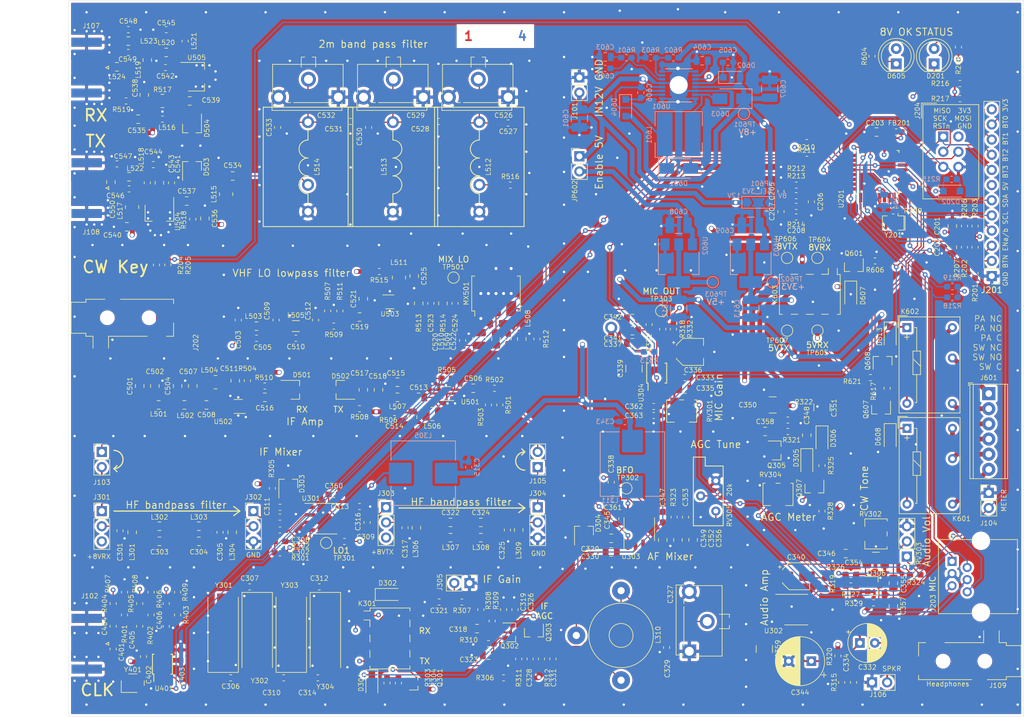
<source format=kicad_pcb>
(kicad_pcb (version 20171130) (host pcbnew 5.1.5)

  (general
    (thickness 1.6)
    (drawings 107)
    (tracks 2086)
    (zones 0)
    (modules 348)
    (nets 214)
  )

  (page A4)
  (layers
    (0 F.Cu signal)
    (1 In1.Cu signal)
    (2 In2.Cu signal)
    (31 B.Cu signal)
    (32 B.Adhes user hide)
    (33 F.Adhes user hide)
    (34 B.Paste user hide)
    (35 F.Paste user hide)
    (36 B.SilkS user)
    (37 F.SilkS user)
    (38 B.Mask user)
    (39 F.Mask user)
    (40 Dwgs.User user hide)
    (41 Cmts.User user hide)
    (42 Eco1.User user hide)
    (43 Eco2.User user hide)
    (44 Edge.Cuts user hide)
    (45 Margin user)
    (46 B.CrtYd user)
    (47 F.CrtYd user)
    (48 B.Fab user hide)
    (49 F.Fab user hide)
  )

  (setup
    (last_trace_width 0.2)
    (user_trace_width 0.2)
    (user_trace_width 0.3)
    (user_trace_width 0.8)
    (trace_clearance 0.2)
    (zone_clearance 0.8)
    (zone_45_only no)
    (trace_min 0.2)
    (via_size 0.8)
    (via_drill 0.4)
    (via_min_size 0.4)
    (via_min_drill 0.3)
    (user_via 0.8 0.4)
    (user_via 0.8 0.6)
    (uvia_size 0.3)
    (uvia_drill 0.1)
    (uvias_allowed no)
    (uvia_min_size 0.2)
    (uvia_min_drill 0.1)
    (edge_width 0.05)
    (segment_width 0.2)
    (pcb_text_width 0.3)
    (pcb_text_size 1.5 1.5)
    (mod_edge_width 0.1)
    (mod_text_size 0.8 0.8)
    (mod_text_width 0.1)
    (pad_size 1.524 1.524)
    (pad_drill 0.762)
    (pad_to_mask_clearance 0.051)
    (solder_mask_min_width 0.25)
    (aux_axis_origin 0 0)
    (visible_elements FFFFF77F)
    (pcbplotparams
      (layerselection 0x010fc_ffffffff)
      (usegerberextensions false)
      (usegerberattributes false)
      (usegerberadvancedattributes false)
      (creategerberjobfile false)
      (excludeedgelayer true)
      (linewidth 0.100000)
      (plotframeref false)
      (viasonmask false)
      (mode 1)
      (useauxorigin false)
      (hpglpennumber 1)
      (hpglpenspeed 20)
      (hpglpendiameter 15.000000)
      (psnegative false)
      (psa4output false)
      (plotreference true)
      (plotvalue true)
      (plotinvisibletext false)
      (padsonsilk false)
      (subtractmaskfromsilk false)
      (outputformat 1)
      (mirror false)
      (drillshape 0)
      (scaleselection 1)
      (outputdirectory "out"))
  )

  (net 0 "")
  (net 1 /Control/ENC_B)
  (net 2 GND)
  (net 3 /Control/ENC_A)
  (net 4 "Net-(C203-Pad2)")
  (net 5 +3V3)
  (net 6 "Net-(C205-Pad1)")
  (net 7 "Net-(C206-Pad1)")
  (net 8 "Net-(C207-Pad1)")
  (net 9 /Baseband/CW_TONE)
  (net 10 "Net-(C301-Pad2)")
  (net 11 "Net-(C302-Pad2)")
  (net 12 "Net-(C303-Pad2)")
  (net 13 "Net-(C304-Pad2)")
  (net 14 "Net-(C306-Pad2)")
  (net 15 "Net-(C307-Pad2)")
  (net 16 "Net-(C308-Pad2)")
  (net 17 "Net-(C308-Pad1)")
  (net 18 /Baseband/LO1)
  (net 19 "Net-(C309-Pad1)")
  (net 20 "Net-(C310-Pad2)")
  (net 21 "Net-(C311-Pad2)")
  (net 22 "Net-(C312-Pad2)")
  (net 23 "Net-(C313-Pad2)")
  (net 24 "Net-(C314-Pad2)")
  (net 25 +8V)
  (net 26 "Net-(C316-Pad2)")
  (net 27 "Net-(C316-Pad1)")
  (net 28 "Net-(C317-Pad2)")
  (net 29 "Net-(C318-Pad2)")
  (net 30 "Net-(C318-Pad1)")
  (net 31 "Net-(C320-Pad2)")
  (net 32 "Net-(C320-Pad1)")
  (net 33 "Net-(C321-Pad1)")
  (net 34 "Net-(C322-Pad2)")
  (net 35 "Net-(C323-Pad2)")
  (net 36 "Net-(C324-Pad2)")
  (net 37 "Net-(C327-Pad2)")
  (net 38 "Net-(C328-Pad2)")
  (net 39 "Net-(C330-Pad2)")
  (net 40 "Net-(C330-Pad1)")
  (net 41 +8VRX)
  (net 42 /Baseband/SPKR)
  (net 43 "Net-(C332-Pad1)")
  (net 44 "Net-(C333-Pad2)")
  (net 45 "Net-(C333-Pad1)")
  (net 46 "Net-(C334-Pad2)")
  (net 47 "Net-(C336-Pad1)")
  (net 48 "Net-(C337-Pad2)")
  (net 49 "Net-(C337-Pad1)")
  (net 50 /Baseband/BFO)
  (net 51 "Net-(C338-Pad1)")
  (net 52 "Net-(C340-Pad2)")
  (net 53 "Net-(C340-Pad1)")
  (net 54 "Net-(C342-Pad2)")
  (net 55 "Net-(C344-Pad1)")
  (net 56 "Net-(C345-Pad2)")
  (net 57 "Net-(C346-Pad2)")
  (net 58 "Net-(C347-Pad2)")
  (net 59 "Net-(C347-Pad1)")
  (net 60 "Net-(C348-Pad2)")
  (net 61 "Net-(C348-Pad1)")
  (net 62 "Net-(C351-Pad1)")
  (net 63 "Net-(C352-Pad2)")
  (net 64 "Net-(C353-Pad1)")
  (net 65 "Net-(C354-Pad1)")
  (net 66 "Net-(C355-Pad2)")
  (net 67 "Net-(C355-Pad1)")
  (net 68 "Net-(C356-Pad2)")
  (net 69 "Net-(C358-Pad2)")
  (net 70 "Net-(C358-Pad1)")
  (net 71 "Net-(C401-Pad2)")
  (net 72 /Clock/REF_25MHz)
  (net 73 "Net-(C404-Pad2)")
  (net 74 "Net-(C404-Pad1)")
  (net 75 "Net-(C405-Pad2)")
  (net 76 "Net-(C405-Pad1)")
  (net 77 "Net-(C406-Pad2)")
  (net 78 "Net-(C406-Pad1)")
  (net 79 /HF_RX)
  (net 80 "Net-(C501-Pad1)")
  (net 81 /VHF_LO)
  (net 82 "Net-(C504-Pad1)")
  (net 83 "Net-(C505-Pad1)")
  (net 84 "Net-(C506-Pad2)")
  (net 85 "Net-(C506-Pad1)")
  (net 86 "Net-(C507-Pad1)")
  (net 87 "Net-(C508-Pad1)")
  (net 88 "Net-(C510-Pad1)")
  (net 89 "Net-(C511-Pad1)")
  (net 90 "Net-(C513-Pad2)")
  (net 91 "Net-(C513-Pad1)")
  (net 92 "Net-(C514-Pad1)")
  (net 93 "Net-(C516-Pad2)")
  (net 94 "Net-(C516-Pad1)")
  (net 95 "Net-(C517-Pad2)")
  (net 96 "Net-(C517-Pad1)")
  (net 97 "Net-(C519-Pad2)")
  (net 98 "Net-(C519-Pad1)")
  (net 99 "Net-(C520-Pad1)")
  (net 100 "Net-(C522-Pad2)")
  (net 101 "Net-(C522-Pad1)")
  (net 102 "Net-(C523-Pad2)")
  (net 103 "Net-(C523-Pad1)")
  (net 104 "Net-(C524-Pad2)")
  (net 105 "Net-(C524-Pad1)")
  (net 106 "Net-(C525-Pad1)")
  (net 107 "Net-(C526-Pad2)")
  (net 108 "Net-(C528-Pad2)")
  (net 109 "Net-(C531-Pad2)")
  (net 110 "Net-(C534-Pad2)")
  (net 111 "Net-(C534-Pad1)")
  (net 112 +5RX)
  (net 113 +5TX)
  (net 114 "Net-(C537-Pad2)")
  (net 115 "Net-(C537-Pad1)")
  (net 116 "Net-(C538-Pad2)")
  (net 117 "Net-(C539-Pad2)")
  (net 118 "Net-(C539-Pad1)")
  (net 119 "Net-(C541-Pad1)")
  (net 120 "Net-(C542-Pad2)")
  (net 121 "Net-(C542-Pad1)")
  (net 122 "Net-(C543-Pad1)")
  (net 123 "Net-(C545-Pad1)")
  (net 124 "Net-(C546-Pad1)")
  (net 125 "Net-(C548-Pad1)")
  (net 126 "Net-(C549-Pad2)")
  (net 127 "Net-(C549-Pad1)")
  (net 128 /VHF_TX)
  (net 129 +12V)
  (net 130 "Net-(C602-Pad1)")
  (net 131 "Net-(C603-Pad1)")
  (net 132 "Net-(C604-Pad1)")
  (net 133 "Net-(C605-Pad2)")
  (net 134 "Net-(C606-Pad2)")
  (net 135 "Net-(C606-Pad1)")
  (net 136 "Net-(C608-Pad1)")
  (net 137 "Net-(C609-Pad1)")
  (net 138 +5VA)
  (net 139 "Net-(D201-Pad2)")
  (net 140 /Control/RESETn)
  (net 141 "Net-(D301-Pad2)")
  (net 142 /Control/SEQ0n)
  (net 143 "Net-(D302-Pad1)")
  (net 144 "Net-(D603-Pad2)")
  (net 145 "Net-(D605-Pad1)")
  (net 146 /Control/SEQ2n)
  (net 147 /Baseband/METER)
  (net 148 /HF_TX)
  (net 149 /VHF_RX)
  (net 150 /Control/BTN0)
  (net 151 /Control/BTN1)
  (net 152 /Control/BTN2)
  (net 153 /Control/BTN3)
  (net 154 SDA)
  (net 155 SCL)
  (net 156 "Net-(J201-Pad4)")
  (net 157 "Net-(J201-Pad3)")
  (net 158 "Net-(J201-Pad2)")
  (net 159 "Net-(J202-PadT)")
  (net 160 "Net-(J202-PadR)")
  (net 161 /Control/MIC_SW2)
  (net 162 /Baseband/MIC)
  (net 163 /Control/MIC_SW1)
  (net 164 +8VTX)
  (net 165 "Net-(J601-Pad5)")
  (net 166 "Net-(J601-Pad4)")
  (net 167 "Net-(J601-Pad3)")
  (net 168 "Net-(J601-Pad2)")
  (net 169 "Net-(K301-Pad2)")
  (net 170 "Net-(K301-Pad4)")
  (net 171 "Net-(L512-Pad2)")
  (net 172 "Net-(L520-Pad2)")
  (net 173 "Net-(MX501-Pad3)")
  (net 174 "Net-(MX501-Pad6)")
  (net 175 "Net-(Q301-Pad1)")
  (net 176 "Net-(Q302-Pad3)")
  (net 177 "Net-(Q307-Pad2)")
  (net 178 "Net-(Q307-Pad1)")
  (net 179 "Net-(Q601-Pad1)")
  (net 180 "Net-(Q607-Pad1)")
  (net 181 /Control/ENC_BTN)
  (net 182 /Control/CW_INPUT)
  (net 183 /Control/XTAL1)
  (net 184 /Control/XTAL2)
  (net 185 /Baseband/CW_KEYn)
  (net 186 "Net-(R319-Pad1)")
  (net 187 "Net-(R324-Pad1)")
  (net 188 /Baseband/MUTE_SPKR)
  (net 189 "Net-(R602-Pad1)")
  (net 190 "Net-(U401-Pad3)")
  (net 191 /IF_RX)
  (net 192 /IF_TX)
  (net 193 /Control/SEQ1n)
  (net 194 "Net-(J106-Pad2)")
  (net 195 /AF_OUT)
  (net 196 "Net-(Q608-Pad1)")
  (net 197 "Net-(C362-Pad2)")
  (net 198 "Net-(C362-Pad1)")
  (net 199 "Net-(J601-Pad6)")
  (net 200 "Net-(J601-Pad1)")
  (net 201 /Baseband/MIC_SDn)
  (net 202 "Net-(R318-Pad2)")
  (net 203 "Net-(R332-Pad2)")
  (net 204 /Control/STATUSn)
  (net 205 /Control/PWM_CW)
  (net 206 "Net-(C359-Pad1)")
  (net 207 "Net-(C360-Pad1)")
  (net 208 "Net-(C361-Pad1)")
  (net 209 /Baseband/AGC)
  (net 210 "Net-(D607-Pad2)")
  (net 211 "Net-(D608-Pad2)")
  (net 212 "Net-(D613-Pad2)")
  (net 213 /Control/MOSI)

  (net_class Default "This is the default net class."
    (clearance 0.2)
    (trace_width 0.2)
    (via_dia 0.8)
    (via_drill 0.4)
    (uvia_dia 0.3)
    (uvia_drill 0.1)
    (add_net /AF_OUT)
    (add_net /Baseband/AGC)
    (add_net /Baseband/BFO)
    (add_net /Baseband/CW_KEYn)
    (add_net /Baseband/CW_TONE)
    (add_net /Baseband/LO1)
    (add_net /Baseband/METER)
    (add_net /Baseband/MIC)
    (add_net /Baseband/MIC_SDn)
    (add_net /Baseband/MUTE_SPKR)
    (add_net /Baseband/SPKR)
    (add_net /Clock/REF_25MHz)
    (add_net /Control/BTN0)
    (add_net /Control/BTN1)
    (add_net /Control/BTN2)
    (add_net /Control/BTN3)
    (add_net /Control/CW_INPUT)
    (add_net /Control/ENC_A)
    (add_net /Control/ENC_B)
    (add_net /Control/ENC_BTN)
    (add_net /Control/MIC_SW1)
    (add_net /Control/MIC_SW2)
    (add_net /Control/MOSI)
    (add_net /Control/PWM_CW)
    (add_net /Control/RESETn)
    (add_net /Control/SEQ0n)
    (add_net /Control/SEQ1n)
    (add_net /Control/SEQ2n)
    (add_net /Control/STATUSn)
    (add_net /Control/XTAL1)
    (add_net /Control/XTAL2)
    (add_net /HF_RX)
    (add_net /HF_TX)
    (add_net /IF_RX)
    (add_net /IF_TX)
    (add_net /VHF_LO)
    (add_net /VHF_RX)
    (add_net /VHF_TX)
    (add_net "Net-(C203-Pad2)")
    (add_net "Net-(C205-Pad1)")
    (add_net "Net-(C206-Pad1)")
    (add_net "Net-(C207-Pad1)")
    (add_net "Net-(C301-Pad2)")
    (add_net "Net-(C302-Pad2)")
    (add_net "Net-(C303-Pad2)")
    (add_net "Net-(C304-Pad2)")
    (add_net "Net-(C306-Pad2)")
    (add_net "Net-(C307-Pad2)")
    (add_net "Net-(C308-Pad1)")
    (add_net "Net-(C308-Pad2)")
    (add_net "Net-(C309-Pad1)")
    (add_net "Net-(C310-Pad2)")
    (add_net "Net-(C311-Pad2)")
    (add_net "Net-(C312-Pad2)")
    (add_net "Net-(C313-Pad2)")
    (add_net "Net-(C314-Pad2)")
    (add_net "Net-(C316-Pad1)")
    (add_net "Net-(C316-Pad2)")
    (add_net "Net-(C317-Pad2)")
    (add_net "Net-(C318-Pad1)")
    (add_net "Net-(C318-Pad2)")
    (add_net "Net-(C320-Pad1)")
    (add_net "Net-(C320-Pad2)")
    (add_net "Net-(C321-Pad1)")
    (add_net "Net-(C322-Pad2)")
    (add_net "Net-(C323-Pad2)")
    (add_net "Net-(C324-Pad2)")
    (add_net "Net-(C327-Pad2)")
    (add_net "Net-(C328-Pad2)")
    (add_net "Net-(C330-Pad1)")
    (add_net "Net-(C330-Pad2)")
    (add_net "Net-(C332-Pad1)")
    (add_net "Net-(C333-Pad1)")
    (add_net "Net-(C333-Pad2)")
    (add_net "Net-(C334-Pad2)")
    (add_net "Net-(C336-Pad1)")
    (add_net "Net-(C337-Pad1)")
    (add_net "Net-(C337-Pad2)")
    (add_net "Net-(C338-Pad1)")
    (add_net "Net-(C340-Pad1)")
    (add_net "Net-(C340-Pad2)")
    (add_net "Net-(C342-Pad2)")
    (add_net "Net-(C344-Pad1)")
    (add_net "Net-(C345-Pad2)")
    (add_net "Net-(C346-Pad2)")
    (add_net "Net-(C347-Pad1)")
    (add_net "Net-(C347-Pad2)")
    (add_net "Net-(C348-Pad1)")
    (add_net "Net-(C348-Pad2)")
    (add_net "Net-(C351-Pad1)")
    (add_net "Net-(C352-Pad2)")
    (add_net "Net-(C353-Pad1)")
    (add_net "Net-(C354-Pad1)")
    (add_net "Net-(C355-Pad1)")
    (add_net "Net-(C355-Pad2)")
    (add_net "Net-(C356-Pad2)")
    (add_net "Net-(C358-Pad1)")
    (add_net "Net-(C358-Pad2)")
    (add_net "Net-(C359-Pad1)")
    (add_net "Net-(C360-Pad1)")
    (add_net "Net-(C361-Pad1)")
    (add_net "Net-(C362-Pad1)")
    (add_net "Net-(C362-Pad2)")
    (add_net "Net-(C401-Pad2)")
    (add_net "Net-(C404-Pad1)")
    (add_net "Net-(C404-Pad2)")
    (add_net "Net-(C405-Pad1)")
    (add_net "Net-(C405-Pad2)")
    (add_net "Net-(C406-Pad1)")
    (add_net "Net-(C406-Pad2)")
    (add_net "Net-(C501-Pad1)")
    (add_net "Net-(C504-Pad1)")
    (add_net "Net-(C505-Pad1)")
    (add_net "Net-(C506-Pad1)")
    (add_net "Net-(C506-Pad2)")
    (add_net "Net-(C507-Pad1)")
    (add_net "Net-(C508-Pad1)")
    (add_net "Net-(C510-Pad1)")
    (add_net "Net-(C511-Pad1)")
    (add_net "Net-(C513-Pad1)")
    (add_net "Net-(C513-Pad2)")
    (add_net "Net-(C514-Pad1)")
    (add_net "Net-(C516-Pad1)")
    (add_net "Net-(C516-Pad2)")
    (add_net "Net-(C517-Pad1)")
    (add_net "Net-(C517-Pad2)")
    (add_net "Net-(C519-Pad1)")
    (add_net "Net-(C519-Pad2)")
    (add_net "Net-(C520-Pad1)")
    (add_net "Net-(C522-Pad1)")
    (add_net "Net-(C522-Pad2)")
    (add_net "Net-(C523-Pad1)")
    (add_net "Net-(C523-Pad2)")
    (add_net "Net-(C524-Pad1)")
    (add_net "Net-(C524-Pad2)")
    (add_net "Net-(C525-Pad1)")
    (add_net "Net-(C526-Pad2)")
    (add_net "Net-(C528-Pad2)")
    (add_net "Net-(C531-Pad2)")
    (add_net "Net-(C534-Pad1)")
    (add_net "Net-(C534-Pad2)")
    (add_net "Net-(C537-Pad1)")
    (add_net "Net-(C537-Pad2)")
    (add_net "Net-(C538-Pad2)")
    (add_net "Net-(C539-Pad1)")
    (add_net "Net-(C539-Pad2)")
    (add_net "Net-(C541-Pad1)")
    (add_net "Net-(C542-Pad1)")
    (add_net "Net-(C542-Pad2)")
    (add_net "Net-(C543-Pad1)")
    (add_net "Net-(C545-Pad1)")
    (add_net "Net-(C546-Pad1)")
    (add_net "Net-(C548-Pad1)")
    (add_net "Net-(C549-Pad1)")
    (add_net "Net-(C549-Pad2)")
    (add_net "Net-(C602-Pad1)")
    (add_net "Net-(C603-Pad1)")
    (add_net "Net-(C604-Pad1)")
    (add_net "Net-(C605-Pad2)")
    (add_net "Net-(C606-Pad1)")
    (add_net "Net-(C606-Pad2)")
    (add_net "Net-(C608-Pad1)")
    (add_net "Net-(C609-Pad1)")
    (add_net "Net-(D201-Pad2)")
    (add_net "Net-(D301-Pad2)")
    (add_net "Net-(D302-Pad1)")
    (add_net "Net-(D603-Pad2)")
    (add_net "Net-(D605-Pad1)")
    (add_net "Net-(D607-Pad2)")
    (add_net "Net-(D608-Pad2)")
    (add_net "Net-(D613-Pad2)")
    (add_net "Net-(J106-Pad2)")
    (add_net "Net-(J201-Pad2)")
    (add_net "Net-(J201-Pad3)")
    (add_net "Net-(J201-Pad4)")
    (add_net "Net-(J202-PadR)")
    (add_net "Net-(J202-PadT)")
    (add_net "Net-(J601-Pad1)")
    (add_net "Net-(J601-Pad2)")
    (add_net "Net-(J601-Pad3)")
    (add_net "Net-(J601-Pad4)")
    (add_net "Net-(J601-Pad5)")
    (add_net "Net-(J601-Pad6)")
    (add_net "Net-(K301-Pad2)")
    (add_net "Net-(K301-Pad4)")
    (add_net "Net-(L512-Pad2)")
    (add_net "Net-(L520-Pad2)")
    (add_net "Net-(MX501-Pad3)")
    (add_net "Net-(MX501-Pad6)")
    (add_net "Net-(Q301-Pad1)")
    (add_net "Net-(Q302-Pad3)")
    (add_net "Net-(Q307-Pad1)")
    (add_net "Net-(Q307-Pad2)")
    (add_net "Net-(Q601-Pad1)")
    (add_net "Net-(Q607-Pad1)")
    (add_net "Net-(Q608-Pad1)")
    (add_net "Net-(R318-Pad2)")
    (add_net "Net-(R319-Pad1)")
    (add_net "Net-(R324-Pad1)")
    (add_net "Net-(R332-Pad2)")
    (add_net "Net-(R602-Pad1)")
    (add_net "Net-(U401-Pad3)")
    (add_net SCL)
    (add_net SDA)
  )

  (net_class Power ""
    (clearance 0.2)
    (trace_width 0.8)
    (via_dia 0.8)
    (via_drill 0.6)
    (uvia_dia 0.3)
    (uvia_drill 0.1)
    (add_net +12V)
    (add_net +3V3)
    (add_net +5RX)
    (add_net +5TX)
    (add_net +5VA)
    (add_net +8V)
    (add_net +8VRX)
    (add_net +8VTX)
    (add_net GND)
  )

  (module Resistor_SMD:R_0603_1608Metric_Pad1.05x0.95mm_HandSolder (layer B.Cu) (tedit 5B301BBD) (tstamp 5E754A63)
    (at 178.054 77.978)
    (descr "Resistor SMD 0603 (1608 Metric), square (rectangular) end terminal, IPC_7351 nominal with elongated pad for handsoldering. (Body size source: http://www.tortai-tech.com/upload/download/2011102023233369053.pdf), generated with kicad-footprint-generator")
    (tags "resistor handsolder")
    (path /5E2FA006/5E75CF25)
    (attr smd)
    (fp_text reference R219 (at 0 -1.524 180) (layer B.SilkS)
      (effects (font (size 0.8 0.8) (thickness 0.1)) (justify mirror))
    )
    (fp_text value 120 (at 0 -1.43 180) (layer B.Fab)
      (effects (font (size 1 1) (thickness 0.15)) (justify mirror))
    )
    (fp_text user %R (at 0 0 180) (layer B.Fab)
      (effects (font (size 0.4 0.4) (thickness 0.06)) (justify mirror))
    )
    (fp_line (start 1.65 -0.73) (end -1.65 -0.73) (layer B.CrtYd) (width 0.05))
    (fp_line (start 1.65 0.73) (end 1.65 -0.73) (layer B.CrtYd) (width 0.05))
    (fp_line (start -1.65 0.73) (end 1.65 0.73) (layer B.CrtYd) (width 0.05))
    (fp_line (start -1.65 -0.73) (end -1.65 0.73) (layer B.CrtYd) (width 0.05))
    (fp_line (start -0.171267 -0.51) (end 0.171267 -0.51) (layer B.SilkS) (width 0.12))
    (fp_line (start -0.171267 0.51) (end 0.171267 0.51) (layer B.SilkS) (width 0.12))
    (fp_line (start 0.8 -0.4) (end -0.8 -0.4) (layer B.Fab) (width 0.1))
    (fp_line (start 0.8 0.4) (end 0.8 -0.4) (layer B.Fab) (width 0.1))
    (fp_line (start -0.8 0.4) (end 0.8 0.4) (layer B.Fab) (width 0.1))
    (fp_line (start -0.8 -0.4) (end -0.8 0.4) (layer B.Fab) (width 0.1))
    (pad 2 smd roundrect (at 0.875 0) (size 1.05 0.95) (layers B.Cu B.Paste B.Mask) (roundrect_rratio 0.25)
      (net 5 +3V3))
    (pad 1 smd roundrect (at -0.875 0) (size 1.05 0.95) (layers B.Cu B.Paste B.Mask) (roundrect_rratio 0.25)
      (net 163 /Control/MIC_SW1))
    (model ${KISYS3DMOD}/Resistor_SMD.3dshapes/R_0603_1608Metric.wrl
      (at (xyz 0 0 0))
      (scale (xyz 1 1 1))
      (rotate (xyz 0 0 0))
    )
  )

  (module Resistor_SMD:R_0603_1608Metric_Pad1.05x0.95mm_HandSolder (layer B.Cu) (tedit 5B301BBD) (tstamp 5E754A52)
    (at 178.054 79.756)
    (descr "Resistor SMD 0603 (1608 Metric), square (rectangular) end terminal, IPC_7351 nominal with elongated pad for handsoldering. (Body size source: http://www.tortai-tech.com/upload/download/2011102023233369053.pdf), generated with kicad-footprint-generator")
    (tags "resistor handsolder")
    (path /5E2FA006/5E75C12E)
    (attr smd)
    (fp_text reference R218 (at 0 1.43) (layer B.SilkS)
      (effects (font (size 0.8 0.8) (thickness 0.1)) (justify mirror))
    )
    (fp_text value 120 (at 0 -1.43) (layer B.Fab)
      (effects (font (size 1 1) (thickness 0.15)) (justify mirror))
    )
    (fp_text user %R (at 0 0) (layer B.Fab)
      (effects (font (size 0.4 0.4) (thickness 0.06)) (justify mirror))
    )
    (fp_line (start 1.65 -0.73) (end -1.65 -0.73) (layer B.CrtYd) (width 0.05))
    (fp_line (start 1.65 0.73) (end 1.65 -0.73) (layer B.CrtYd) (width 0.05))
    (fp_line (start -1.65 0.73) (end 1.65 0.73) (layer B.CrtYd) (width 0.05))
    (fp_line (start -1.65 -0.73) (end -1.65 0.73) (layer B.CrtYd) (width 0.05))
    (fp_line (start -0.171267 -0.51) (end 0.171267 -0.51) (layer B.SilkS) (width 0.12))
    (fp_line (start -0.171267 0.51) (end 0.171267 0.51) (layer B.SilkS) (width 0.12))
    (fp_line (start 0.8 -0.4) (end -0.8 -0.4) (layer B.Fab) (width 0.1))
    (fp_line (start 0.8 0.4) (end 0.8 -0.4) (layer B.Fab) (width 0.1))
    (fp_line (start -0.8 0.4) (end 0.8 0.4) (layer B.Fab) (width 0.1))
    (fp_line (start -0.8 -0.4) (end -0.8 0.4) (layer B.Fab) (width 0.1))
    (pad 2 smd roundrect (at 0.875 0) (size 1.05 0.95) (layers B.Cu B.Paste B.Mask) (roundrect_rratio 0.25)
      (net 5 +3V3))
    (pad 1 smd roundrect (at -0.875 0) (size 1.05 0.95) (layers B.Cu B.Paste B.Mask) (roundrect_rratio 0.25)
      (net 161 /Control/MIC_SW2))
    (model ${KISYS3DMOD}/Resistor_SMD.3dshapes/R_0603_1608Metric.wrl
      (at (xyz 0 0 0))
      (scale (xyz 1 1 1))
      (rotate (xyz 0 0 0))
    )
  )

  (module Resistor_SMD:R_0603_1608Metric_Pad1.05x0.95mm_HandSolder (layer F.Cu) (tedit 5B301BBD) (tstamp 5E7782BB)
    (at 179.324 46.482 180)
    (descr "Resistor SMD 0603 (1608 Metric), square (rectangular) end terminal, IPC_7351 nominal with elongated pad for handsoldering. (Body size source: http://www.tortai-tech.com/upload/download/2011102023233369053.pdf), generated with kicad-footprint-generator")
    (tags "resistor handsolder")
    (path /5E2FA006/5E769B25)
    (attr smd)
    (fp_text reference R217 (at 3.302 0 180) (layer F.SilkS)
      (effects (font (size 0.8 0.8) (thickness 0.1)))
    )
    (fp_text value 4k7 (at 0 1.43) (layer F.Fab)
      (effects (font (size 1 1) (thickness 0.15)))
    )
    (fp_text user %R (at 0 0) (layer F.Fab)
      (effects (font (size 0.4 0.4) (thickness 0.06)))
    )
    (fp_line (start 1.65 0.73) (end -1.65 0.73) (layer F.CrtYd) (width 0.05))
    (fp_line (start 1.65 -0.73) (end 1.65 0.73) (layer F.CrtYd) (width 0.05))
    (fp_line (start -1.65 -0.73) (end 1.65 -0.73) (layer F.CrtYd) (width 0.05))
    (fp_line (start -1.65 0.73) (end -1.65 -0.73) (layer F.CrtYd) (width 0.05))
    (fp_line (start -0.171267 0.51) (end 0.171267 0.51) (layer F.SilkS) (width 0.12))
    (fp_line (start -0.171267 -0.51) (end 0.171267 -0.51) (layer F.SilkS) (width 0.12))
    (fp_line (start 0.8 0.4) (end -0.8 0.4) (layer F.Fab) (width 0.1))
    (fp_line (start 0.8 -0.4) (end 0.8 0.4) (layer F.Fab) (width 0.1))
    (fp_line (start -0.8 -0.4) (end 0.8 -0.4) (layer F.Fab) (width 0.1))
    (fp_line (start -0.8 0.4) (end -0.8 -0.4) (layer F.Fab) (width 0.1))
    (pad 2 smd roundrect (at 0.875 0 180) (size 1.05 0.95) (layers F.Cu F.Paste F.Mask) (roundrect_rratio 0.25)
      (net 5 +3V3))
    (pad 1 smd roundrect (at -0.875 0 180) (size 1.05 0.95) (layers F.Cu F.Paste F.Mask) (roundrect_rratio 0.25)
      (net 151 /Control/BTN1))
    (model ${KISYS3DMOD}/Resistor_SMD.3dshapes/R_0603_1608Metric.wrl
      (at (xyz 0 0 0))
      (scale (xyz 1 1 1))
      (rotate (xyz 0 0 0))
    )
  )

  (module Resistor_SMD:R_0603_1608Metric_Pad1.05x0.95mm_HandSolder (layer F.Cu) (tedit 5B301BBD) (tstamp 5E78598D)
    (at 179.324 43.942 180)
    (descr "Resistor SMD 0603 (1608 Metric), square (rectangular) end terminal, IPC_7351 nominal with elongated pad for handsoldering. (Body size source: http://www.tortai-tech.com/upload/download/2011102023233369053.pdf), generated with kicad-footprint-generator")
    (tags "resistor handsolder")
    (path /5E2FA006/5E769B30)
    (attr smd)
    (fp_text reference R216 (at 3.302 0 180) (layer F.SilkS)
      (effects (font (size 0.8 0.8) (thickness 0.1)))
    )
    (fp_text value 4k7 (at 0 1.43) (layer F.Fab)
      (effects (font (size 1 1) (thickness 0.15)))
    )
    (fp_text user %R (at 0 0) (layer F.Fab)
      (effects (font (size 0.4 0.4) (thickness 0.06)))
    )
    (fp_line (start 1.65 0.73) (end -1.65 0.73) (layer F.CrtYd) (width 0.05))
    (fp_line (start 1.65 -0.73) (end 1.65 0.73) (layer F.CrtYd) (width 0.05))
    (fp_line (start -1.65 -0.73) (end 1.65 -0.73) (layer F.CrtYd) (width 0.05))
    (fp_line (start -1.65 0.73) (end -1.65 -0.73) (layer F.CrtYd) (width 0.05))
    (fp_line (start -0.171267 0.51) (end 0.171267 0.51) (layer F.SilkS) (width 0.12))
    (fp_line (start -0.171267 -0.51) (end 0.171267 -0.51) (layer F.SilkS) (width 0.12))
    (fp_line (start 0.8 0.4) (end -0.8 0.4) (layer F.Fab) (width 0.1))
    (fp_line (start 0.8 -0.4) (end 0.8 0.4) (layer F.Fab) (width 0.1))
    (fp_line (start -0.8 -0.4) (end 0.8 -0.4) (layer F.Fab) (width 0.1))
    (fp_line (start -0.8 0.4) (end -0.8 -0.4) (layer F.Fab) (width 0.1))
    (pad 2 smd roundrect (at 0.875 0 180) (size 1.05 0.95) (layers F.Cu F.Paste F.Mask) (roundrect_rratio 0.25)
      (net 5 +3V3))
    (pad 1 smd roundrect (at -0.875 0 180) (size 1.05 0.95) (layers F.Cu F.Paste F.Mask) (roundrect_rratio 0.25)
      (net 150 /Control/BTN0))
    (model ${KISYS3DMOD}/Resistor_SMD.3dshapes/R_0603_1608Metric.wrl
      (at (xyz 0 0 0))
      (scale (xyz 1 1 1))
      (rotate (xyz 0 0 0))
    )
  )

  (module Package_TO_SOT_SMD:SOT-23 (layer F.Cu) (tedit 5A02FF57) (tstamp 5E72976E)
    (at 166.37 90.424 90)
    (descr "SOT-23, Standard")
    (tags SOT-23)
    (path /5E2DC494/5E792F7E)
    (attr smd)
    (fp_text reference Q608 (at 0 -2.5 90) (layer F.SilkS)
      (effects (font (size 0.8 0.8) (thickness 0.1)))
    )
    (fp_text value MMBT3904 (at 0 2.5 90) (layer F.Fab)
      (effects (font (size 1 1) (thickness 0.15)))
    )
    (fp_line (start 0.76 1.58) (end -0.7 1.58) (layer F.SilkS) (width 0.12))
    (fp_line (start 0.76 -1.58) (end -1.4 -1.58) (layer F.SilkS) (width 0.12))
    (fp_line (start -1.7 1.75) (end -1.7 -1.75) (layer F.CrtYd) (width 0.05))
    (fp_line (start 1.7 1.75) (end -1.7 1.75) (layer F.CrtYd) (width 0.05))
    (fp_line (start 1.7 -1.75) (end 1.7 1.75) (layer F.CrtYd) (width 0.05))
    (fp_line (start -1.7 -1.75) (end 1.7 -1.75) (layer F.CrtYd) (width 0.05))
    (fp_line (start 0.76 -1.58) (end 0.76 -0.65) (layer F.SilkS) (width 0.12))
    (fp_line (start 0.76 1.58) (end 0.76 0.65) (layer F.SilkS) (width 0.12))
    (fp_line (start -0.7 1.52) (end 0.7 1.52) (layer F.Fab) (width 0.1))
    (fp_line (start 0.7 -1.52) (end 0.7 1.52) (layer F.Fab) (width 0.1))
    (fp_line (start -0.7 -0.95) (end -0.15 -1.52) (layer F.Fab) (width 0.1))
    (fp_line (start -0.15 -1.52) (end 0.7 -1.52) (layer F.Fab) (width 0.1))
    (fp_line (start -0.7 -0.95) (end -0.7 1.5) (layer F.Fab) (width 0.1))
    (fp_text user %R (at 0 0) (layer F.Fab)
      (effects (font (size 0.5 0.5) (thickness 0.075)))
    )
    (pad 3 smd rect (at 1 0 90) (size 0.9 0.8) (layers F.Cu F.Paste F.Mask)
      (net 212 "Net-(D613-Pad2)"))
    (pad 2 smd rect (at -1 0.95 90) (size 0.9 0.8) (layers F.Cu F.Paste F.Mask)
      (net 2 GND))
    (pad 1 smd rect (at -1 -0.95 90) (size 0.9 0.8) (layers F.Cu F.Paste F.Mask)
      (net 196 "Net-(Q608-Pad1)"))
    (model ${KISYS3DMOD}/Package_TO_SOT_SMD.3dshapes/SOT-23.wrl
      (at (xyz 0 0 0))
      (scale (xyz 1 1 1))
      (rotate (xyz 0 0 0))
    )
  )

  (module Package_TO_SOT_SMD:SOT-23 (layer F.Cu) (tedit 5A02FF57) (tstamp 5E729759)
    (at 166.116 98.552 270)
    (descr "SOT-23, Standard")
    (tags SOT-23)
    (path /5E2DC494/5E74ECB6)
    (attr smd)
    (fp_text reference Q607 (at 0 2.54 90) (layer F.SilkS)
      (effects (font (size 0.8 0.8) (thickness 0.1)))
    )
    (fp_text value MMBT3904 (at 0 2.5 90) (layer F.Fab)
      (effects (font (size 1 1) (thickness 0.15)))
    )
    (fp_line (start 0.76 1.58) (end -0.7 1.58) (layer F.SilkS) (width 0.12))
    (fp_line (start 0.76 -1.58) (end -1.4 -1.58) (layer F.SilkS) (width 0.12))
    (fp_line (start -1.7 1.75) (end -1.7 -1.75) (layer F.CrtYd) (width 0.05))
    (fp_line (start 1.7 1.75) (end -1.7 1.75) (layer F.CrtYd) (width 0.05))
    (fp_line (start 1.7 -1.75) (end 1.7 1.75) (layer F.CrtYd) (width 0.05))
    (fp_line (start -1.7 -1.75) (end 1.7 -1.75) (layer F.CrtYd) (width 0.05))
    (fp_line (start 0.76 -1.58) (end 0.76 -0.65) (layer F.SilkS) (width 0.12))
    (fp_line (start 0.76 1.58) (end 0.76 0.65) (layer F.SilkS) (width 0.12))
    (fp_line (start -0.7 1.52) (end 0.7 1.52) (layer F.Fab) (width 0.1))
    (fp_line (start 0.7 -1.52) (end 0.7 1.52) (layer F.Fab) (width 0.1))
    (fp_line (start -0.7 -0.95) (end -0.15 -1.52) (layer F.Fab) (width 0.1))
    (fp_line (start -0.15 -1.52) (end 0.7 -1.52) (layer F.Fab) (width 0.1))
    (fp_line (start -0.7 -0.95) (end -0.7 1.5) (layer F.Fab) (width 0.1))
    (fp_text user %R (at 0 0) (layer F.Fab)
      (effects (font (size 0.5 0.5) (thickness 0.075)))
    )
    (pad 3 smd rect (at 1 0 270) (size 0.9 0.8) (layers F.Cu F.Paste F.Mask)
      (net 211 "Net-(D608-Pad2)"))
    (pad 2 smd rect (at -1 0.95 270) (size 0.9 0.8) (layers F.Cu F.Paste F.Mask)
      (net 2 GND))
    (pad 1 smd rect (at -1 -0.95 270) (size 0.9 0.8) (layers F.Cu F.Paste F.Mask)
      (net 180 "Net-(Q607-Pad1)"))
    (model ${KISYS3DMOD}/Package_TO_SOT_SMD.3dshapes/SOT-23.wrl
      (at (xyz 0 0 0))
      (scale (xyz 1 1 1))
      (rotate (xyz 0 0 0))
    )
  )

  (module Package_TO_SOT_SMD:SOT-23 (layer F.Cu) (tedit 5A02FF57) (tstamp 5E729744)
    (at 161.544 74.676 270)
    (descr "SOT-23, Standard")
    (tags SOT-23)
    (path /5E2DC494/5E7C9B0E)
    (attr smd)
    (fp_text reference Q601 (at -2.286 0 180) (layer F.SilkS)
      (effects (font (size 0.8 0.8) (thickness 0.1)))
    )
    (fp_text value MMBT3904 (at 0 2.5 90) (layer F.Fab)
      (effects (font (size 1 1) (thickness 0.15)))
    )
    (fp_line (start 0.76 1.58) (end -0.7 1.58) (layer F.SilkS) (width 0.12))
    (fp_line (start 0.76 -1.58) (end -1.4 -1.58) (layer F.SilkS) (width 0.12))
    (fp_line (start -1.7 1.75) (end -1.7 -1.75) (layer F.CrtYd) (width 0.05))
    (fp_line (start 1.7 1.75) (end -1.7 1.75) (layer F.CrtYd) (width 0.05))
    (fp_line (start 1.7 -1.75) (end 1.7 1.75) (layer F.CrtYd) (width 0.05))
    (fp_line (start -1.7 -1.75) (end 1.7 -1.75) (layer F.CrtYd) (width 0.05))
    (fp_line (start 0.76 -1.58) (end 0.76 -0.65) (layer F.SilkS) (width 0.12))
    (fp_line (start 0.76 1.58) (end 0.76 0.65) (layer F.SilkS) (width 0.12))
    (fp_line (start -0.7 1.52) (end 0.7 1.52) (layer F.Fab) (width 0.1))
    (fp_line (start 0.7 -1.52) (end 0.7 1.52) (layer F.Fab) (width 0.1))
    (fp_line (start -0.7 -0.95) (end -0.15 -1.52) (layer F.Fab) (width 0.1))
    (fp_line (start -0.15 -1.52) (end 0.7 -1.52) (layer F.Fab) (width 0.1))
    (fp_line (start -0.7 -0.95) (end -0.7 1.5) (layer F.Fab) (width 0.1))
    (fp_text user %R (at 0 0) (layer F.Fab)
      (effects (font (size 0.5 0.5) (thickness 0.075)))
    )
    (pad 3 smd rect (at 1 0 270) (size 0.9 0.8) (layers F.Cu F.Paste F.Mask)
      (net 210 "Net-(D607-Pad2)"))
    (pad 2 smd rect (at -1 0.95 270) (size 0.9 0.8) (layers F.Cu F.Paste F.Mask)
      (net 2 GND))
    (pad 1 smd rect (at -1 -0.95 270) (size 0.9 0.8) (layers F.Cu F.Paste F.Mask)
      (net 179 "Net-(Q601-Pad1)"))
    (model ${KISYS3DMOD}/Package_TO_SOT_SMD.3dshapes/SOT-23.wrl
      (at (xyz 0 0 0))
      (scale (xyz 1 1 1))
      (rotate (xyz 0 0 0))
    )
  )

  (module Connector_PinHeader_2.54mm:PinHeader_1x03_P2.54mm_Vertical (layer F.Cu) (tedit 59FED5CC) (tstamp 5E5828AA)
    (at 170.434 123.19 180)
    (descr "Through hole straight pin header, 1x03, 2.54mm pitch, single row")
    (tags "Through hole pin header THT 1x03 2.54mm single row")
    (path /5E3088F9/5E501314)
    (fp_text reference RV303 (at -2.032 0.508 90) (layer F.SilkS)
      (effects (font (size 0.8 0.8) (thickness 0.1)))
    )
    (fp_text value 10k (at 0 7.41) (layer F.Fab)
      (effects (font (size 1 1) (thickness 0.15)))
    )
    (fp_text user %R (at 0 2.54 90) (layer F.Fab)
      (effects (font (size 1 1) (thickness 0.15)))
    )
    (fp_line (start 1.8 -1.8) (end -1.8 -1.8) (layer F.CrtYd) (width 0.05))
    (fp_line (start 1.8 6.85) (end 1.8 -1.8) (layer F.CrtYd) (width 0.05))
    (fp_line (start -1.8 6.85) (end 1.8 6.85) (layer F.CrtYd) (width 0.05))
    (fp_line (start -1.8 -1.8) (end -1.8 6.85) (layer F.CrtYd) (width 0.05))
    (fp_line (start -1.33 -1.33) (end 0 -1.33) (layer F.SilkS) (width 0.12))
    (fp_line (start -1.33 0) (end -1.33 -1.33) (layer F.SilkS) (width 0.12))
    (fp_line (start -1.33 1.27) (end 1.33 1.27) (layer F.SilkS) (width 0.12))
    (fp_line (start 1.33 1.27) (end 1.33 6.41) (layer F.SilkS) (width 0.12))
    (fp_line (start -1.33 1.27) (end -1.33 6.41) (layer F.SilkS) (width 0.12))
    (fp_line (start -1.33 6.41) (end 1.33 6.41) (layer F.SilkS) (width 0.12))
    (fp_line (start -1.27 -0.635) (end -0.635 -1.27) (layer F.Fab) (width 0.1))
    (fp_line (start -1.27 6.35) (end -1.27 -0.635) (layer F.Fab) (width 0.1))
    (fp_line (start 1.27 6.35) (end -1.27 6.35) (layer F.Fab) (width 0.1))
    (fp_line (start 1.27 -1.27) (end 1.27 6.35) (layer F.Fab) (width 0.1))
    (fp_line (start -0.635 -1.27) (end 1.27 -1.27) (layer F.Fab) (width 0.1))
    (pad 3 thru_hole oval (at 0 5.08 180) (size 1.7 1.7) (drill 1) (layers *.Cu *.Mask)
      (net 2 GND))
    (pad 2 thru_hole oval (at 0 2.54 180) (size 1.7 1.7) (drill 1) (layers *.Cu *.Mask)
      (net 66 "Net-(C355-Pad2)"))
    (pad 1 thru_hole rect (at 0 0 180) (size 1.7 1.7) (drill 1) (layers *.Cu *.Mask)
      (net 187 "Net-(R324-Pad1)"))
    (model ${KISYS3DMOD}/Connector_PinHeader_2.54mm.3dshapes/PinHeader_1x03_P2.54mm_Vertical.wrl
      (at (xyz 0 0 0))
      (scale (xyz 1 1 1))
      (rotate (xyz 0 0 0))
    )
  )

  (module Capacitor_SMD:C_0603_1608Metric_Pad1.05x0.95mm_HandSolder (layer F.Cu) (tedit 5B301BBE) (tstamp 5E70E965)
    (at 121.158 113.538 180)
    (descr "Capacitor SMD 0603 (1608 Metric), square (rectangular) end terminal, IPC_7351 nominal with elongated pad for handsoldering. (Body size source: http://www.tortai-tech.com/upload/download/2011102023233369053.pdf), generated with kicad-footprint-generator")
    (tags "capacitor handsolder")
    (path /5E3088F9/5E81CE48)
    (attr smd)
    (fp_text reference C361 (at 0 -1.43) (layer F.SilkS)
      (effects (font (size 0.8 0.8) (thickness 0.1)))
    )
    (fp_text value DNF (at 0 1.43) (layer F.Fab)
      (effects (font (size 1 1) (thickness 0.15)))
    )
    (fp_text user %R (at 0 0) (layer F.Fab)
      (effects (font (size 0.4 0.4) (thickness 0.06)))
    )
    (fp_line (start 1.65 0.73) (end -1.65 0.73) (layer F.CrtYd) (width 0.05))
    (fp_line (start 1.65 -0.73) (end 1.65 0.73) (layer F.CrtYd) (width 0.05))
    (fp_line (start -1.65 -0.73) (end 1.65 -0.73) (layer F.CrtYd) (width 0.05))
    (fp_line (start -1.65 0.73) (end -1.65 -0.73) (layer F.CrtYd) (width 0.05))
    (fp_line (start -0.171267 0.51) (end 0.171267 0.51) (layer F.SilkS) (width 0.12))
    (fp_line (start -0.171267 -0.51) (end 0.171267 -0.51) (layer F.SilkS) (width 0.12))
    (fp_line (start 0.8 0.4) (end -0.8 0.4) (layer F.Fab) (width 0.1))
    (fp_line (start 0.8 -0.4) (end 0.8 0.4) (layer F.Fab) (width 0.1))
    (fp_line (start -0.8 -0.4) (end 0.8 -0.4) (layer F.Fab) (width 0.1))
    (fp_line (start -0.8 0.4) (end -0.8 -0.4) (layer F.Fab) (width 0.1))
    (pad 2 smd roundrect (at 0.875 0 180) (size 1.05 0.95) (layers F.Cu F.Paste F.Mask) (roundrect_rratio 0.25)
      (net 2 GND))
    (pad 1 smd roundrect (at -0.875 0 180) (size 1.05 0.95) (layers F.Cu F.Paste F.Mask) (roundrect_rratio 0.25)
      (net 208 "Net-(C361-Pad1)"))
    (model ${KISYS3DMOD}/Capacitor_SMD.3dshapes/C_0603_1608Metric.wrl
      (at (xyz 0 0 0))
      (scale (xyz 1 1 1))
      (rotate (xyz 0 0 0))
    )
  )

  (module Capacitor_SMD:C_0603_1608Metric_Pad1.05x0.95mm_HandSolder (layer F.Cu) (tedit 5B301BBE) (tstamp 5E70E954)
    (at 74.422 112.776)
    (descr "Capacitor SMD 0603 (1608 Metric), square (rectangular) end terminal, IPC_7351 nominal with elongated pad for handsoldering. (Body size source: http://www.tortai-tech.com/upload/download/2011102023233369053.pdf), generated with kicad-footprint-generator")
    (tags "capacitor handsolder")
    (path /5E3088F9/5E75D590)
    (attr smd)
    (fp_text reference C360 (at 0 -1.43) (layer F.SilkS)
      (effects (font (size 0.8 0.8) (thickness 0.1)))
    )
    (fp_text value DNF (at 0 1.43) (layer F.Fab)
      (effects (font (size 1 1) (thickness 0.15)))
    )
    (fp_text user %R (at 0 0) (layer F.Fab)
      (effects (font (size 0.4 0.4) (thickness 0.06)))
    )
    (fp_line (start 1.65 0.73) (end -1.65 0.73) (layer F.CrtYd) (width 0.05))
    (fp_line (start 1.65 -0.73) (end 1.65 0.73) (layer F.CrtYd) (width 0.05))
    (fp_line (start -1.65 -0.73) (end 1.65 -0.73) (layer F.CrtYd) (width 0.05))
    (fp_line (start -1.65 0.73) (end -1.65 -0.73) (layer F.CrtYd) (width 0.05))
    (fp_line (start -0.171267 0.51) (end 0.171267 0.51) (layer F.SilkS) (width 0.12))
    (fp_line (start -0.171267 -0.51) (end 0.171267 -0.51) (layer F.SilkS) (width 0.12))
    (fp_line (start 0.8 0.4) (end -0.8 0.4) (layer F.Fab) (width 0.1))
    (fp_line (start 0.8 -0.4) (end 0.8 0.4) (layer F.Fab) (width 0.1))
    (fp_line (start -0.8 -0.4) (end 0.8 -0.4) (layer F.Fab) (width 0.1))
    (fp_line (start -0.8 0.4) (end -0.8 -0.4) (layer F.Fab) (width 0.1))
    (pad 2 smd roundrect (at 0.875 0) (size 1.05 0.95) (layers F.Cu F.Paste F.Mask) (roundrect_rratio 0.25)
      (net 2 GND))
    (pad 1 smd roundrect (at -0.875 0) (size 1.05 0.95) (layers F.Cu F.Paste F.Mask) (roundrect_rratio 0.25)
      (net 207 "Net-(C360-Pad1)"))
    (model ${KISYS3DMOD}/Capacitor_SMD.3dshapes/C_0603_1608Metric.wrl
      (at (xyz 0 0 0))
      (scale (xyz 1 1 1))
      (rotate (xyz 0 0 0))
    )
  )

  (module Inductor_SMD:L_Wuerth_HCI-1030 (layer B.Cu) (tedit 5990349D) (tstamp 5E6FC55F)
    (at 124.46 107.696 270)
    (descr "Inductor, Wuerth Elektronik, Wuerth_HCI-1030, 10.6mmx10.6mm")
    (tags "inductor Wuerth hci smd")
    (path /5E3088F9/5E58690F)
    (attr smd)
    (fp_text reference L311 (at 6.096 3.81 180) (layer B.SilkS)
      (effects (font (size 0.8 0.8) (thickness 0.1)) (justify mirror))
    )
    (fp_text value 100uH (at 0 -6.8 90) (layer B.Fab)
      (effects (font (size 1 1) (thickness 0.15)) (justify mirror))
    )
    (fp_line (start 5.4 5.4) (end 5.4 2.15) (layer B.SilkS) (width 0.12))
    (fp_line (start -5.4 5.4) (end 5.4 5.4) (layer B.SilkS) (width 0.12))
    (fp_line (start -5.4 2.15) (end -5.4 5.4) (layer B.SilkS) (width 0.12))
    (fp_line (start 5.4 -5.4) (end 5.4 -2.15) (layer B.SilkS) (width 0.12))
    (fp_line (start -5.4 -5.4) (end 5.4 -5.4) (layer B.SilkS) (width 0.12))
    (fp_line (start -5.4 -2.15) (end -5.4 -5.4) (layer B.SilkS) (width 0.12))
    (fp_line (start 6 5.55) (end -6 5.55) (layer B.CrtYd) (width 0.05))
    (fp_line (start 6 -5.55) (end 6 5.55) (layer B.CrtYd) (width 0.05))
    (fp_line (start -6 -5.55) (end 6 -5.55) (layer B.CrtYd) (width 0.05))
    (fp_line (start -6 5.55) (end -6 -5.55) (layer B.CrtYd) (width 0.05))
    (fp_line (start 5.3 5.3) (end -5.3 5.3) (layer B.Fab) (width 0.1))
    (fp_line (start 5.3 -5.3) (end 5.3 5.3) (layer B.Fab) (width 0.1))
    (fp_line (start -5.3 -5.3) (end 5.3 -5.3) (layer B.Fab) (width 0.1))
    (fp_line (start -5.3 5.3) (end -5.3 -5.3) (layer B.Fab) (width 0.1))
    (fp_text user %R (at 0 0 90) (layer B.Fab)
      (effects (font (size 1 1) (thickness 0.15)) (justify mirror))
    )
    (pad 2 smd rect (at 3.85 0 270) (size 3.8 3.5) (layers B.Cu B.Paste B.Mask)
      (net 56 "Net-(C345-Pad2)"))
    (pad 1 smd rect (at -3.85 0 270) (size 3.8 3.5) (layers B.Cu B.Paste B.Mask)
      (net 25 +8V))
    (model ${KISYS3DMOD}/Inductor_SMD.3dshapes/L_Wuerth_HCI-1030.wrl
      (at (xyz 0 0 0))
      (scale (xyz 1 1 1))
      (rotate (xyz 0 0 0))
    )
  )

  (module Inductor_SMD:L_Wuerth_HCI-1030 (layer B.Cu) (tedit 5990349D) (tstamp 5E5D7FEA)
    (at 89.408 109.22 180)
    (descr "Inductor, Wuerth Elektronik, Wuerth_HCI-1030, 10.6mmx10.6mm")
    (tags "inductor Wuerth hci smd")
    (path /5E3088F9/5E56EE9F)
    (attr smd)
    (fp_text reference L305 (at 0 6.3) (layer B.SilkS)
      (effects (font (size 0.8 0.8) (thickness 0.1)) (justify mirror))
    )
    (fp_text value 100uH (at 0 -6.8) (layer B.Fab)
      (effects (font (size 1 1) (thickness 0.15)) (justify mirror))
    )
    (fp_line (start 5.4 5.4) (end 5.4 2.15) (layer B.SilkS) (width 0.12))
    (fp_line (start -5.4 5.4) (end 5.4 5.4) (layer B.SilkS) (width 0.12))
    (fp_line (start -5.4 2.15) (end -5.4 5.4) (layer B.SilkS) (width 0.12))
    (fp_line (start 5.4 -5.4) (end 5.4 -2.15) (layer B.SilkS) (width 0.12))
    (fp_line (start -5.4 -5.4) (end 5.4 -5.4) (layer B.SilkS) (width 0.12))
    (fp_line (start -5.4 -2.15) (end -5.4 -5.4) (layer B.SilkS) (width 0.12))
    (fp_line (start 6 5.55) (end -6 5.55) (layer B.CrtYd) (width 0.05))
    (fp_line (start 6 -5.55) (end 6 5.55) (layer B.CrtYd) (width 0.05))
    (fp_line (start -6 -5.55) (end 6 -5.55) (layer B.CrtYd) (width 0.05))
    (fp_line (start -6 5.55) (end -6 -5.55) (layer B.CrtYd) (width 0.05))
    (fp_line (start 5.3 5.3) (end -5.3 5.3) (layer B.Fab) (width 0.1))
    (fp_line (start 5.3 -5.3) (end 5.3 5.3) (layer B.Fab) (width 0.1))
    (fp_line (start -5.3 -5.3) (end 5.3 -5.3) (layer B.Fab) (width 0.1))
    (fp_line (start -5.3 5.3) (end -5.3 -5.3) (layer B.Fab) (width 0.1))
    (fp_text user %R (at 0 0) (layer B.Fab)
      (effects (font (size 1 1) (thickness 0.15)) (justify mirror))
    )
    (pad 2 smd rect (at 3.85 0 180) (size 3.8 3.5) (layers B.Cu B.Paste B.Mask)
      (net 23 "Net-(C313-Pad2)"))
    (pad 1 smd rect (at -3.85 0 180) (size 3.8 3.5) (layers B.Cu B.Paste B.Mask)
      (net 25 +8V))
    (model ${KISYS3DMOD}/Inductor_SMD.3dshapes/L_Wuerth_HCI-1030.wrl
      (at (xyz 0 0 0))
      (scale (xyz 1 1 1))
      (rotate (xyz 0 0 0))
    )
  )

  (module Capacitor_SMD:C_1210_3225Metric_Pad1.42x2.65mm_HandSolder (layer F.Cu) (tedit 5B301BBE) (tstamp 5E6E9D6E)
    (at 146.558 138.684 270)
    (descr "Capacitor SMD 1210 (3225 Metric), square (rectangular) end terminal, IPC_7351 nominal with elongated pad for handsoldering. (Body size source: http://www.tortai-tech.com/upload/download/2011102023233369053.pdf), generated with kicad-footprint-generator")
    (tags "capacitor handsolder")
    (path /5E3088F9/5E708438)
    (attr smd)
    (fp_text reference C359 (at 0 -2.28 90) (layer F.SilkS)
      (effects (font (size 0.8 0.8) (thickness 0.1)))
    )
    (fp_text value 10uF (at 0 2.28 90) (layer F.Fab)
      (effects (font (size 1 1) (thickness 0.15)))
    )
    (fp_text user %R (at 0 0 90) (layer F.Fab)
      (effects (font (size 0.8 0.8) (thickness 0.12)))
    )
    (fp_line (start 2.45 1.58) (end -2.45 1.58) (layer F.CrtYd) (width 0.05))
    (fp_line (start 2.45 -1.58) (end 2.45 1.58) (layer F.CrtYd) (width 0.05))
    (fp_line (start -2.45 -1.58) (end 2.45 -1.58) (layer F.CrtYd) (width 0.05))
    (fp_line (start -2.45 1.58) (end -2.45 -1.58) (layer F.CrtYd) (width 0.05))
    (fp_line (start -0.602064 1.36) (end 0.602064 1.36) (layer F.SilkS) (width 0.12))
    (fp_line (start -0.602064 -1.36) (end 0.602064 -1.36) (layer F.SilkS) (width 0.12))
    (fp_line (start 1.6 1.25) (end -1.6 1.25) (layer F.Fab) (width 0.1))
    (fp_line (start 1.6 -1.25) (end 1.6 1.25) (layer F.Fab) (width 0.1))
    (fp_line (start -1.6 -1.25) (end 1.6 -1.25) (layer F.Fab) (width 0.1))
    (fp_line (start -1.6 1.25) (end -1.6 -1.25) (layer F.Fab) (width 0.1))
    (pad 2 smd roundrect (at 1.4875 0 270) (size 1.425 2.65) (layers F.Cu F.Paste F.Mask) (roundrect_rratio 0.175439)
      (net 2 GND))
    (pad 1 smd roundrect (at -1.4875 0 270) (size 1.425 2.65) (layers F.Cu F.Paste F.Mask) (roundrect_rratio 0.175439)
      (net 206 "Net-(C359-Pad1)"))
    (model ${KISYS3DMOD}/Capacitor_SMD.3dshapes/C_1210_3225Metric.wrl
      (at (xyz 0 0 0))
      (scale (xyz 1 1 1))
      (rotate (xyz 0 0 0))
    )
  )

  (module Capacitor_THT:CP_Radial_D8.0mm_P3.80mm (layer F.Cu) (tedit 5AE50EF0) (tstamp 5E58135A)
    (at 154.432 140.716 180)
    (descr "CP, Radial series, Radial, pin pitch=3.80mm, , diameter=8mm, Electrolytic Capacitor")
    (tags "CP Radial series Radial pin pitch 3.80mm  diameter 8mm Electrolytic Capacitor")
    (path /5E3088F9/5E56839B)
    (fp_text reference C344 (at 1.9 -5.25) (layer F.SilkS)
      (effects (font (size 0.8 0.8) (thickness 0.1)))
    )
    (fp_text value 470uF (at 1.9 5.25) (layer F.Fab)
      (effects (font (size 1 1) (thickness 0.15)))
    )
    (fp_text user %R (at 1.9 0) (layer F.Fab)
      (effects (font (size 1 1) (thickness 0.15)))
    )
    (fp_line (start -2.109698 -2.715) (end -2.109698 -1.915) (layer F.SilkS) (width 0.12))
    (fp_line (start -2.509698 -2.315) (end -1.709698 -2.315) (layer F.SilkS) (width 0.12))
    (fp_line (start 5.981 -0.533) (end 5.981 0.533) (layer F.SilkS) (width 0.12))
    (fp_line (start 5.941 -0.768) (end 5.941 0.768) (layer F.SilkS) (width 0.12))
    (fp_line (start 5.901 -0.948) (end 5.901 0.948) (layer F.SilkS) (width 0.12))
    (fp_line (start 5.861 -1.098) (end 5.861 1.098) (layer F.SilkS) (width 0.12))
    (fp_line (start 5.821 -1.229) (end 5.821 1.229) (layer F.SilkS) (width 0.12))
    (fp_line (start 5.781 -1.346) (end 5.781 1.346) (layer F.SilkS) (width 0.12))
    (fp_line (start 5.741 -1.453) (end 5.741 1.453) (layer F.SilkS) (width 0.12))
    (fp_line (start 5.701 -1.552) (end 5.701 1.552) (layer F.SilkS) (width 0.12))
    (fp_line (start 5.661 -1.645) (end 5.661 1.645) (layer F.SilkS) (width 0.12))
    (fp_line (start 5.621 -1.731) (end 5.621 1.731) (layer F.SilkS) (width 0.12))
    (fp_line (start 5.581 -1.813) (end 5.581 1.813) (layer F.SilkS) (width 0.12))
    (fp_line (start 5.541 -1.89) (end 5.541 1.89) (layer F.SilkS) (width 0.12))
    (fp_line (start 5.501 -1.964) (end 5.501 1.964) (layer F.SilkS) (width 0.12))
    (fp_line (start 5.461 -2.034) (end 5.461 2.034) (layer F.SilkS) (width 0.12))
    (fp_line (start 5.421 -2.102) (end 5.421 2.102) (layer F.SilkS) (width 0.12))
    (fp_line (start 5.381 -2.166) (end 5.381 2.166) (layer F.SilkS) (width 0.12))
    (fp_line (start 5.341 -2.228) (end 5.341 2.228) (layer F.SilkS) (width 0.12))
    (fp_line (start 5.301 -2.287) (end 5.301 2.287) (layer F.SilkS) (width 0.12))
    (fp_line (start 5.261 -2.345) (end 5.261 2.345) (layer F.SilkS) (width 0.12))
    (fp_line (start 5.221 -2.4) (end 5.221 2.4) (layer F.SilkS) (width 0.12))
    (fp_line (start 5.181 -2.454) (end 5.181 2.454) (layer F.SilkS) (width 0.12))
    (fp_line (start 5.141 -2.505) (end 5.141 2.505) (layer F.SilkS) (width 0.12))
    (fp_line (start 5.101 -2.556) (end 5.101 2.556) (layer F.SilkS) (width 0.12))
    (fp_line (start 5.061 -2.604) (end 5.061 2.604) (layer F.SilkS) (width 0.12))
    (fp_line (start 5.021 -2.651) (end 5.021 2.651) (layer F.SilkS) (width 0.12))
    (fp_line (start 4.981 -2.697) (end 4.981 2.697) (layer F.SilkS) (width 0.12))
    (fp_line (start 4.941 -2.741) (end 4.941 2.741) (layer F.SilkS) (width 0.12))
    (fp_line (start 4.901 -2.784) (end 4.901 2.784) (layer F.SilkS) (width 0.12))
    (fp_line (start 4.861 -2.826) (end 4.861 2.826) (layer F.SilkS) (width 0.12))
    (fp_line (start 4.821 1.04) (end 4.821 2.867) (layer F.SilkS) (width 0.12))
    (fp_line (start 4.821 -2.867) (end 4.821 -1.04) (layer F.SilkS) (width 0.12))
    (fp_line (start 4.781 1.04) (end 4.781 2.907) (layer F.SilkS) (width 0.12))
    (fp_line (start 4.781 -2.907) (end 4.781 -1.04) (layer F.SilkS) (width 0.12))
    (fp_line (start 4.741 1.04) (end 4.741 2.945) (layer F.SilkS) (width 0.12))
    (fp_line (start 4.741 -2.945) (end 4.741 -1.04) (layer F.SilkS) (width 0.12))
    (fp_line (start 4.701 1.04) (end 4.701 2.983) (layer F.SilkS) (width 0.12))
    (fp_line (start 4.701 -2.983) (end 4.701 -1.04) (layer F.SilkS) (width 0.12))
    (fp_line (start 4.661 1.04) (end 4.661 3.019) (layer F.SilkS) (width 0.12))
    (fp_line (start 4.661 -3.019) (end 4.661 -1.04) (layer F.SilkS) (width 0.12))
    (fp_line (start 4.621 1.04) (end 4.621 3.055) (layer F.SilkS) (width 0.12))
    (fp_line (start 4.621 -3.055) (end 4.621 -1.04) (layer F.SilkS) (width 0.12))
    (fp_line (start 4.581 1.04) (end 4.581 3.09) (layer F.SilkS) (width 0.12))
    (fp_line (start 4.581 -3.09) (end 4.581 -1.04) (layer F.SilkS) (width 0.12))
    (fp_line (start 4.541 1.04) (end 4.541 3.124) (layer F.SilkS) (width 0.12))
    (fp_line (start 4.541 -3.124) (end 4.541 -1.04) (layer F.SilkS) (width 0.12))
    (fp_line (start 4.501 1.04) (end 4.501 3.156) (layer F.SilkS) (width 0.12))
    (fp_line (start 4.501 -3.156) (end 4.501 -1.04) (layer F.SilkS) (width 0.12))
    (fp_line (start 4.461 1.04) (end 4.461 3.189) (layer F.SilkS) (width 0.12))
    (fp_line (start 4.461 -3.189) (end 4.461 -1.04) (layer F.SilkS) (width 0.12))
    (fp_line (start 4.421 1.04) (end 4.421 3.22) (layer F.SilkS) (width 0.12))
    (fp_line (start 4.421 -3.22) (end 4.421 -1.04) (layer F.SilkS) (width 0.12))
    (fp_line (start 4.381 1.04) (end 4.381 3.25) (layer F.SilkS) (width 0.12))
    (fp_line (start 4.381 -3.25) (end 4.381 -1.04) (layer F.SilkS) (width 0.12))
    (fp_line (start 4.341 1.04) (end 4.341 3.28) (layer F.SilkS) (width 0.12))
    (fp_line (start 4.341 -3.28) (end 4.341 -1.04) (layer F.SilkS) (width 0.12))
    (fp_line (start 4.301 1.04) (end 4.301 3.309) (layer F.SilkS) (width 0.12))
    (fp_line (start 4.301 -3.309) (end 4.301 -1.04) (layer F.SilkS) (width 0.12))
    (fp_line (start 4.261 1.04) (end 4.261 3.338) (layer F.SilkS) (width 0.12))
    (fp_line (start 4.261 -3.338) (end 4.261 -1.04) (layer F.SilkS) (width 0.12))
    (fp_line (start 4.221 1.04) (end 4.221 3.365) (layer F.SilkS) (width 0.12))
    (fp_line (start 4.221 -3.365) (end 4.221 -1.04) (layer F.SilkS) (width 0.12))
    (fp_line (start 4.181 1.04) (end 4.181 3.392) (layer F.SilkS) (width 0.12))
    (fp_line (start 4.181 -3.392) (end 4.181 -1.04) (layer F.SilkS) (width 0.12))
    (fp_line (start 4.141 1.04) (end 4.141 3.418) (layer F.SilkS) (width 0.12))
    (fp_line (start 4.141 -3.418) (end 4.141 -1.04) (layer F.SilkS) (width 0.12))
    (fp_line (start 4.101 1.04) (end 4.101 3.444) (layer F.SilkS) (width 0.12))
    (fp_line (start 4.101 -3.444) (end 4.101 -1.04) (layer F.SilkS) (width 0.12))
    (fp_line (start 4.061 1.04) (end 4.061 3.469) (layer F.SilkS) (width 0.12))
    (fp_line (start 4.061 -3.469) (end 4.061 -1.04) (layer F.SilkS) (width 0.12))
    (fp_line (start 4.021 1.04) (end 4.021 3.493) (layer F.SilkS) (width 0.12))
    (fp_line (start 4.021 -3.493) (end 4.021 -1.04) (layer F.SilkS) (width 0.12))
    (fp_line (start 3.981 1.04) (end 3.981 3.517) (layer F.SilkS) (width 0.12))
    (fp_line (start 3.981 -3.517) (end 3.981 -1.04) (layer F.SilkS) (width 0.12))
    (fp_line (start 3.941 1.04) (end 3.941 3.54) (layer F.SilkS) (width 0.12))
    (fp_line (start 3.941 -3.54) (end 3.941 -1.04) (layer F.SilkS) (width 0.12))
    (fp_line (start 3.901 1.04) (end 3.901 3.562) (layer F.SilkS) (width 0.12))
    (fp_line (start 3.901 -3.562) (end 3.901 -1.04) (layer F.SilkS) (width 0.12))
    (fp_line (start 3.861 1.04) (end 3.861 3.584) (layer F.SilkS) (width 0.12))
    (fp_line (start 3.861 -3.584) (end 3.861 -1.04) (layer F.SilkS) (width 0.12))
    (fp_line (start 3.821 1.04) (end 3.821 3.606) (layer F.SilkS) (width 0.12))
    (fp_line (start 3.821 -3.606) (end 3.821 -1.04) (layer F.SilkS) (width 0.12))
    (fp_line (start 3.781 1.04) (end 3.781 3.627) (layer F.SilkS) (width 0.12))
    (fp_line (start 3.781 -3.627) (end 3.781 -1.04) (layer F.SilkS) (width 0.12))
    (fp_line (start 3.741 1.04) (end 3.741 3.647) (layer F.SilkS) (width 0.12))
    (fp_line (start 3.741 -3.647) (end 3.741 -1.04) (layer F.SilkS) (width 0.12))
    (fp_line (start 3.701 1.04) (end 3.701 3.666) (layer F.SilkS) (width 0.12))
    (fp_line (start 3.701 -3.666) (end 3.701 -1.04) (layer F.SilkS) (width 0.12))
    (fp_line (start 3.661 1.04) (end 3.661 3.686) (layer F.SilkS) (width 0.12))
    (fp_line (start 3.661 -3.686) (end 3.661 -1.04) (layer F.SilkS) (width 0.12))
    (fp_line (start 3.621 1.04) (end 3.621 3.704) (layer F.SilkS) (width 0.12))
    (fp_line (start 3.621 -3.704) (end 3.621 -1.04) (layer F.SilkS) (width 0.12))
    (fp_line (start 3.581 1.04) (end 3.581 3.722) (layer F.SilkS) (width 0.12))
    (fp_line (start 3.581 -3.722) (end 3.581 -1.04) (layer F.SilkS) (width 0.12))
    (fp_line (start 3.541 1.04) (end 3.541 3.74) (layer F.SilkS) (width 0.12))
    (fp_line (start 3.541 -3.74) (end 3.541 -1.04) (layer F.SilkS) (width 0.12))
    (fp_line (start 3.501 1.04) (end 3.501 3.757) (layer F.SilkS) (width 0.12))
    (fp_line (start 3.501 -3.757) (end 3.501 -1.04) (layer F.SilkS) (width 0.12))
    (fp_line (start 3.461 1.04) (end 3.461 3.774) (layer F.SilkS) (width 0.12))
    (fp_line (start 3.461 -3.774) (end 3.461 -1.04) (layer F.SilkS) (width 0.12))
    (fp_line (start 3.421 1.04) (end 3.421 3.79) (layer F.SilkS) (width 0.12))
    (fp_line (start 3.421 -3.79) (end 3.421 -1.04) (layer F.SilkS) (width 0.12))
    (fp_line (start 3.381 1.04) (end 3.381 3.805) (layer F.SilkS) (width 0.12))
    (fp_line (start 3.381 -3.805) (end 3.381 -1.04) (layer F.SilkS) (width 0.12))
    (fp_line (start 3.341 1.04) (end 3.341 3.821) (layer F.SilkS) (width 0.12))
    (fp_line (start 3.341 -3.821) (end 3.341 -1.04) (layer F.SilkS) (width 0.12))
    (fp_line (start 3.301 1.04) (end 3.301 3.835) (layer F.SilkS) (width 0.12))
    (fp_line (start 3.301 -3.835) (end 3.301 -1.04) (layer F.SilkS) (width 0.12))
    (fp_line (start 3.261 1.04) (end 3.261 3.85) (layer F.SilkS) (width 0.12))
    (fp_line (start 3.261 -3.85) (end 3.261 -1.04) (layer F.SilkS) (width 0.12))
    (fp_line (start 3.221 1.04) (end 3.221 3.863) (layer F.SilkS) (width 0.12))
    (fp_line (start 3.221 -3.863) (end 3.221 -1.04) (layer F.SilkS) (width 0.12))
    (fp_line (start 3.181 1.04) (end 3.181 3.877) (layer F.SilkS) (width 0.12))
    (fp_line (start 3.181 -3.877) (end 3.181 -1.04) (layer F.SilkS) (width 0.12))
    (fp_line (start 3.141 1.04) (end 3.141 3.889) (layer F.SilkS) (width 0.12))
    (fp_line (start 3.141 -3.889) (end 3.141 -1.04) (layer F.SilkS) (width 0.12))
    (fp_line (start 3.101 1.04) (end 3.101 3.902) (layer F.SilkS) (width 0.12))
    (fp_line (start 3.101 -3.902) (end 3.101 -1.04) (layer F.SilkS) (width 0.12))
    (fp_line (start 3.061 1.04) (end 3.061 3.914) (layer F.SilkS) (width 0.12))
    (fp_line (start 3.061 -3.914) (end 3.061 -1.04) (layer F.SilkS) (width 0.12))
    (fp_line (start 3.021 1.04) (end 3.021 3.925) (layer F.SilkS) (width 0.12))
    (fp_line (start 3.021 -3.925) (end 3.021 -1.04) (layer F.SilkS) (width 0.12))
    (fp_line (start 2.981 1.04) (end 2.981 3.936) (layer F.SilkS) (width 0.12))
    (fp_line (start 2.981 -3.936) (end 2.981 -1.04) (layer F.SilkS) (width 0.12))
    (fp_line (start 2.941 1.04) (end 2.941 3.947) (layer F.SilkS) (width 0.12))
    (fp_line (start 2.941 -3.947) (end 2.941 -1.04) (layer F.SilkS) (width 0.12))
    (fp_line (start 2.901 1.04) (end 2.901 3.957) (layer F.SilkS) (width 0.12))
    (fp_line (start 2.901 -3.957) (end 2.901 -1.04) (layer F.SilkS) (width 0.12))
    (fp_line (start 2.861 1.04) (end 2.861 3.967) (layer F.SilkS) (width 0.12))
    (fp_line (start 2.861 -3.967) (end 2.861 -1.04) (layer F.SilkS) (width 0.12))
    (fp_line (start 2.821 1.04) (end 2.821 3.976) (layer F.SilkS) (width 0.12))
    (fp_line (start 2.821 -3.976) (end 2.821 -1.04) (layer F.SilkS) (width 0.12))
    (fp_line (start 2.781 1.04) (end 2.781 3.985) (layer F.SilkS) (width 0.12))
    (fp_line (start 2.781 -3.985) (end 2.781 -1.04) (layer F.SilkS) (width 0.12))
    (fp_line (start 2.741 -3.994) (end 2.741 3.994) (layer F.SilkS) (width 0.12))
    (fp_line (start 2.701 -4.002) (end 2.701 4.002) (layer F.SilkS) (width 0.12))
    (fp_line (start 2.661 -4.01) (end 2.661 4.01) (layer F.SilkS) (width 0.12))
    (fp_line (start 2.621 -4.017) (end 2.621 4.017) (layer F.SilkS) (width 0.12))
    (fp_line (start 2.58 -4.024) (end 2.58 4.024) (layer F.SilkS) (width 0.12))
    (fp_line (start 2.54 -4.03) (end 2.54 4.03) (layer F.SilkS) (width 0.12))
    (fp_line (start 2.5 -4.037) (end 2.5 4.037) (layer F.SilkS) (width 0.12))
    (fp_line (start 2.46 -4.042) (end 2.46 4.042) (layer F.SilkS) (width 0.12))
    (fp_line (start 2.42 -4.048) (end 2.42 4.048) (layer F.SilkS) (width 0.12))
    (fp_line (start 2.38 -4.052) (end 2.38 4.052) (layer F.SilkS) (width 0.12))
    (fp_line (start 2.34 -4.057) (end 2.34 4.057) (layer F.SilkS) (width 0.12))
    (fp_line (start 2.3 -4.061) (end 2.3 4.061) (layer F.SilkS) (width 0.12))
    (fp_line (start 2.26 -4.065) (end 2.26 4.065) (layer F.SilkS) (width 0.12))
    (fp_line (start 2.22 -4.068) (end 2.22 4.068) (layer F.SilkS) (width 0.12))
    (fp_line (start 2.18 -4.071) (end 2.18 4.071) (layer F.SilkS) (width 0.12))
    (fp_line (start 2.14 -4.074) (end 2.14 4.074) (layer F.SilkS) (width 0.12))
    (fp_line (start 2.1 -4.076) (end 2.1 4.076) (layer F.SilkS) (width 0.12))
    (fp_line (start 2.06 -4.077) (end 2.06 4.077) (layer F.SilkS) (width 0.12))
    (fp_line (start 2.02 -4.079) (end 2.02 4.079) (layer F.SilkS) (width 0.12))
    (fp_line (start 1.98 -4.08) (end 1.98 4.08) (layer F.SilkS) (width 0.12))
    (fp_line (start 1.94 -4.08) (end 1.94 4.08) (layer F.SilkS) (width 0.12))
    (fp_line (start 1.9 -4.08) (end 1.9 4.08) (layer F.SilkS) (width 0.12))
    (fp_line (start -1.126759 -2.1475) (end -1.126759 -1.3475) (layer F.Fab) (width 0.1))
    (fp_line (start -1.526759 -1.7475) (end -0.726759 -1.7475) (layer F.Fab) (width 0.1))
    (fp_circle (center 1.9 0) (end 6.15 0) (layer F.CrtYd) (width 0.05))
    (fp_circle (center 1.9 0) (end 6.02 0) (layer F.SilkS) (width 0.12))
    (fp_circle (center 1.9 0) (end 5.9 0) (layer F.Fab) (width 0.1))
    (pad 2 thru_hole circle (at 3.8 0 180) (size 1.6 1.6) (drill 0.8) (layers *.Cu *.Mask)
      (net 2 GND))
    (pad 1 thru_hole rect (at 0 0 180) (size 1.6 1.6) (drill 0.8) (layers *.Cu *.Mask)
      (net 55 "Net-(C344-Pad1)"))
    (model ${KISYS3DMOD}/Capacitor_THT.3dshapes/CP_Radial_D8.0mm_P3.80mm.wrl
      (at (xyz 0 0 0))
      (scale (xyz 1 1 1))
      (rotate (xyz 0 0 0))
    )
  )

  (module Capacitor_THT:CP_Radial_D6.3mm_P2.50mm (layer F.Cu) (tedit 5AE50EF0) (tstamp 5E5811A5)
    (at 162.56 137.668)
    (descr "CP, Radial series, Radial, pin pitch=2.50mm, , diameter=6.3mm, Electrolytic Capacitor")
    (tags "CP Radial series Radial pin pitch 2.50mm  diameter 6.3mm Electrolytic Capacitor")
    (path /5E3088F9/5E5BAD46)
    (fp_text reference C332 (at 1.25 4.064) (layer F.SilkS)
      (effects (font (size 0.8 0.8) (thickness 0.1)))
    )
    (fp_text value 220uF (at 1.25 4.4) (layer F.Fab)
      (effects (font (size 1 1) (thickness 0.15)))
    )
    (fp_text user %R (at 1.25 0) (layer F.Fab)
      (effects (font (size 1 1) (thickness 0.15)))
    )
    (fp_line (start -1.935241 -2.154) (end -1.935241 -1.524) (layer F.SilkS) (width 0.12))
    (fp_line (start -2.250241 -1.839) (end -1.620241 -1.839) (layer F.SilkS) (width 0.12))
    (fp_line (start 4.491 -0.402) (end 4.491 0.402) (layer F.SilkS) (width 0.12))
    (fp_line (start 4.451 -0.633) (end 4.451 0.633) (layer F.SilkS) (width 0.12))
    (fp_line (start 4.411 -0.802) (end 4.411 0.802) (layer F.SilkS) (width 0.12))
    (fp_line (start 4.371 -0.94) (end 4.371 0.94) (layer F.SilkS) (width 0.12))
    (fp_line (start 4.331 -1.059) (end 4.331 1.059) (layer F.SilkS) (width 0.12))
    (fp_line (start 4.291 -1.165) (end 4.291 1.165) (layer F.SilkS) (width 0.12))
    (fp_line (start 4.251 -1.262) (end 4.251 1.262) (layer F.SilkS) (width 0.12))
    (fp_line (start 4.211 -1.35) (end 4.211 1.35) (layer F.SilkS) (width 0.12))
    (fp_line (start 4.171 -1.432) (end 4.171 1.432) (layer F.SilkS) (width 0.12))
    (fp_line (start 4.131 -1.509) (end 4.131 1.509) (layer F.SilkS) (width 0.12))
    (fp_line (start 4.091 -1.581) (end 4.091 1.581) (layer F.SilkS) (width 0.12))
    (fp_line (start 4.051 -1.65) (end 4.051 1.65) (layer F.SilkS) (width 0.12))
    (fp_line (start 4.011 -1.714) (end 4.011 1.714) (layer F.SilkS) (width 0.12))
    (fp_line (start 3.971 -1.776) (end 3.971 1.776) (layer F.SilkS) (width 0.12))
    (fp_line (start 3.931 -1.834) (end 3.931 1.834) (layer F.SilkS) (width 0.12))
    (fp_line (start 3.891 -1.89) (end 3.891 1.89) (layer F.SilkS) (width 0.12))
    (fp_line (start 3.851 -1.944) (end 3.851 1.944) (layer F.SilkS) (width 0.12))
    (fp_line (start 3.811 -1.995) (end 3.811 1.995) (layer F.SilkS) (width 0.12))
    (fp_line (start 3.771 -2.044) (end 3.771 2.044) (layer F.SilkS) (width 0.12))
    (fp_line (start 3.731 -2.092) (end 3.731 2.092) (layer F.SilkS) (width 0.12))
    (fp_line (start 3.691 -2.137) (end 3.691 2.137) (layer F.SilkS) (width 0.12))
    (fp_line (start 3.651 -2.182) (end 3.651 2.182) (layer F.SilkS) (width 0.12))
    (fp_line (start 3.611 -2.224) (end 3.611 2.224) (layer F.SilkS) (width 0.12))
    (fp_line (start 3.571 -2.265) (end 3.571 2.265) (layer F.SilkS) (width 0.12))
    (fp_line (start 3.531 1.04) (end 3.531 2.305) (layer F.SilkS) (width 0.12))
    (fp_line (start 3.531 -2.305) (end 3.531 -1.04) (layer F.SilkS) (width 0.12))
    (fp_line (start 3.491 1.04) (end 3.491 2.343) (layer F.SilkS) (width 0.12))
    (fp_line (start 3.491 -2.343) (end 3.491 -1.04) (layer F.SilkS) (width 0.12))
    (fp_line (start 3.451 1.04) (end 3.451 2.38) (layer F.SilkS) (width 0.12))
    (fp_line (start 3.451 -2.38) (end 3.451 -1.04) (layer F.SilkS) (width 0.12))
    (fp_line (start 3.411 1.04) (end 3.411 2.416) (layer F.SilkS) (width 0.12))
    (fp_line (start 3.411 -2.416) (end 3.411 -1.04) (layer F.SilkS) (width 0.12))
    (fp_line (start 3.371 1.04) (end 3.371 2.45) (layer F.SilkS) (width 0.12))
    (fp_line (start 3.371 -2.45) (end 3.371 -1.04) (layer F.SilkS) (width 0.12))
    (fp_line (start 3.331 1.04) (end 3.331 2.484) (layer F.SilkS) (width 0.12))
    (fp_line (start 3.331 -2.484) (end 3.331 -1.04) (layer F.SilkS) (width 0.12))
    (fp_line (start 3.291 1.04) (end 3.291 2.516) (layer F.SilkS) (width 0.12))
    (fp_line (start 3.291 -2.516) (end 3.291 -1.04) (layer F.SilkS) (width 0.12))
    (fp_line (start 3.251 1.04) (end 3.251 2.548) (layer F.SilkS) (width 0.12))
    (fp_line (start 3.251 -2.548) (end 3.251 -1.04) (layer F.SilkS) (width 0.12))
    (fp_line (start 3.211 1.04) (end 3.211 2.578) (layer F.SilkS) (width 0.12))
    (fp_line (start 3.211 -2.578) (end 3.211 -1.04) (layer F.SilkS) (width 0.12))
    (fp_line (start 3.171 1.04) (end 3.171 2.607) (layer F.SilkS) (width 0.12))
    (fp_line (start 3.171 -2.607) (end 3.171 -1.04) (layer F.SilkS) (width 0.12))
    (fp_line (start 3.131 1.04) (end 3.131 2.636) (layer F.SilkS) (width 0.12))
    (fp_line (start 3.131 -2.636) (end 3.131 -1.04) (layer F.SilkS) (width 0.12))
    (fp_line (start 3.091 1.04) (end 3.091 2.664) (layer F.SilkS) (width 0.12))
    (fp_line (start 3.091 -2.664) (end 3.091 -1.04) (layer F.SilkS) (width 0.12))
    (fp_line (start 3.051 1.04) (end 3.051 2.69) (layer F.SilkS) (width 0.12))
    (fp_line (start 3.051 -2.69) (end 3.051 -1.04) (layer F.SilkS) (width 0.12))
    (fp_line (start 3.011 1.04) (end 3.011 2.716) (layer F.SilkS) (width 0.12))
    (fp_line (start 3.011 -2.716) (end 3.011 -1.04) (layer F.SilkS) (width 0.12))
    (fp_line (start 2.971 1.04) (end 2.971 2.742) (layer F.SilkS) (width 0.12))
    (fp_line (start 2.971 -2.742) (end 2.971 -1.04) (layer F.SilkS) (width 0.12))
    (fp_line (start 2.931 1.04) (end 2.931 2.766) (layer F.SilkS) (width 0.12))
    (fp_line (start 2.931 -2.766) (end 2.931 -1.04) (layer F.SilkS) (width 0.12))
    (fp_line (start 2.891 1.04) (end 2.891 2.79) (layer F.SilkS) (width 0.12))
    (fp_line (start 2.891 -2.79) (end 2.891 -1.04) (layer F.SilkS) (width 0.12))
    (fp_line (start 2.851 1.04) (end 2.851 2.812) (layer F.SilkS) (width 0.12))
    (fp_line (start 2.851 -2.812) (end 2.851 -1.04) (layer F.SilkS) (width 0.12))
    (fp_line (start 2.811 1.04) (end 2.811 2.834) (layer F.SilkS) (width 0.12))
    (fp_line (start 2.811 -2.834) (end 2.811 -1.04) (layer F.SilkS) (width 0.12))
    (fp_line (start 2.771 1.04) (end 2.771 2.856) (layer F.SilkS) (width 0.12))
    (fp_line (start 2.771 -2.856) (end 2.771 -1.04) (layer F.SilkS) (width 0.12))
    (fp_line (start 2.731 1.04) (end 2.731 2.876) (layer F.SilkS) (width 0.12))
    (fp_line (start 2.731 -2.876) (end 2.731 -1.04) (layer F.SilkS) (width 0.12))
    (fp_line (start 2.691 1.04) (end 2.691 2.896) (layer F.SilkS) (width 0.12))
    (fp_line (start 2.691 -2.896) (end 2.691 -1.04) (layer F.SilkS) (width 0.12))
    (fp_line (start 2.651 1.04) (end 2.651 2.916) (layer F.SilkS) (width 0.12))
    (fp_line (start 2.651 -2.916) (end 2.651 -1.04) (layer F.SilkS) (width 0.12))
    (fp_line (start 2.611 1.04) (end 2.611 2.934) (layer F.SilkS) (width 0.12))
    (fp_line (start 2.611 -2.934) (end 2.611 -1.04) (layer F.SilkS) (width 0.12))
    (fp_line (start 2.571 1.04) (end 2.571 2.952) (layer F.SilkS) (width 0.12))
    (fp_line (start 2.571 -2.952) (end 2.571 -1.04) (layer F.SilkS) (width 0.12))
    (fp_line (start 2.531 1.04) (end 2.531 2.97) (layer F.SilkS) (width 0.12))
    (fp_line (start 2.531 -2.97) (end 2.531 -1.04) (layer F.SilkS) (width 0.12))
    (fp_line (start 2.491 1.04) (end 2.491 2.986) (layer F.SilkS) (width 0.12))
    (fp_line (start 2.491 -2.986) (end 2.491 -1.04) (layer F.SilkS) (width 0.12))
    (fp_line (start 2.451 1.04) (end 2.451 3.002) (layer F.SilkS) (width 0.12))
    (fp_line (start 2.451 -3.002) (end 2.451 -1.04) (layer F.SilkS) (width 0.12))
    (fp_line (start 2.411 1.04) (end 2.411 3.018) (layer F.SilkS) (width 0.12))
    (fp_line (start 2.411 -3.018) (end 2.411 -1.04) (layer F.SilkS) (width 0.12))
    (fp_line (start 2.371 1.04) (end 2.371 3.033) (layer F.SilkS) (width 0.12))
    (fp_line (start 2.371 -3.033) (end 2.371 -1.04) (layer F.SilkS) (width 0.12))
    (fp_line (start 2.331 1.04) (end 2.331 3.047) (layer F.SilkS) (width 0.12))
    (fp_line (start 2.331 -3.047) (end 2.331 -1.04) (layer F.SilkS) (width 0.12))
    (fp_line (start 2.291 1.04) (end 2.291 3.061) (layer F.SilkS) (width 0.12))
    (fp_line (start 2.291 -3.061) (end 2.291 -1.04) (layer F.SilkS) (width 0.12))
    (fp_line (start 2.251 1.04) (end 2.251 3.074) (layer F.SilkS) (width 0.12))
    (fp_line (start 2.251 -3.074) (end 2.251 -1.04) (layer F.SilkS) (width 0.12))
    (fp_line (start 2.211 1.04) (end 2.211 3.086) (layer F.SilkS) (width 0.12))
    (fp_line (start 2.211 -3.086) (end 2.211 -1.04) (layer F.SilkS) (width 0.12))
    (fp_line (start 2.171 1.04) (end 2.171 3.098) (layer F.SilkS) (width 0.12))
    (fp_line (start 2.171 -3.098) (end 2.171 -1.04) (layer F.SilkS) (width 0.12))
    (fp_line (start 2.131 1.04) (end 2.131 3.11) (layer F.SilkS) (width 0.12))
    (fp_line (start 2.131 -3.11) (end 2.131 -1.04) (layer F.SilkS) (width 0.12))
    (fp_line (start 2.091 1.04) (end 2.091 3.121) (layer F.SilkS) (width 0.12))
    (fp_line (start 2.091 -3.121) (end 2.091 -1.04) (layer F.SilkS) (width 0.12))
    (fp_line (start 2.051 1.04) (end 2.051 3.131) (layer F.SilkS) (width 0.12))
    (fp_line (start 2.051 -3.131) (end 2.051 -1.04) (layer F.SilkS) (width 0.12))
    (fp_line (start 2.011 1.04) (end 2.011 3.141) (layer F.SilkS) (width 0.12))
    (fp_line (start 2.011 -3.141) (end 2.011 -1.04) (layer F.SilkS) (width 0.12))
    (fp_line (start 1.971 1.04) (end 1.971 3.15) (layer F.SilkS) (width 0.12))
    (fp_line (start 1.971 -3.15) (end 1.971 -1.04) (layer F.SilkS) (width 0.12))
    (fp_line (start 1.93 1.04) (end 1.93 3.159) (layer F.SilkS) (width 0.12))
    (fp_line (start 1.93 -3.159) (end 1.93 -1.04) (layer F.SilkS) (width 0.12))
    (fp_line (start 1.89 1.04) (end 1.89 3.167) (layer F.SilkS) (width 0.12))
    (fp_line (start 1.89 -3.167) (end 1.89 -1.04) (layer F.SilkS) (width 0.12))
    (fp_line (start 1.85 1.04) (end 1.85 3.175) (layer F.SilkS) (width 0.12))
    (fp_line (start 1.85 -3.175) (end 1.85 -1.04) (layer F.SilkS) (width 0.12))
    (fp_line (start 1.81 1.04) (end 1.81 3.182) (layer F.SilkS) (width 0.12))
    (fp_line (start 1.81 -3.182) (end 1.81 -1.04) (layer F.SilkS) (width 0.12))
    (fp_line (start 1.77 1.04) (end 1.77 3.189) (layer F.SilkS) (width 0.12))
    (fp_line (start 1.77 -3.189) (end 1.77 -1.04) (layer F.SilkS) (width 0.12))
    (fp_line (start 1.73 1.04) (end 1.73 3.195) (layer F.SilkS) (width 0.12))
    (fp_line (start 1.73 -3.195) (end 1.73 -1.04) (layer F.SilkS) (width 0.12))
    (fp_line (start 1.69 1.04) (end 1.69 3.201) (layer F.SilkS) (width 0.12))
    (fp_line (start 1.69 -3.201) (end 1.69 -1.04) (layer F.SilkS) (width 0.12))
    (fp_line (start 1.65 1.04) (end 1.65 3.206) (layer F.SilkS) (width 0.12))
    (fp_line (start 1.65 -3.206) (end 1.65 -1.04) (layer F.SilkS) (width 0.12))
    (fp_line (start 1.61 1.04) (end 1.61 3.211) (layer F.SilkS) (width 0.12))
    (fp_line (start 1.61 -3.211) (end 1.61 -1.04) (layer F.SilkS) (width 0.12))
    (fp_line (start 1.57 1.04) (end 1.57 3.215) (layer F.SilkS) (width 0.12))
    (fp_line (start 1.57 -3.215) (end 1.57 -1.04) (layer F.SilkS) (width 0.12))
    (fp_line (start 1.53 1.04) (end 1.53 3.218) (layer F.SilkS) (width 0.12))
    (fp_line (start 1.53 -3.218) (end 1.53 -1.04) (layer F.SilkS) (width 0.12))
    (fp_line (start 1.49 1.04) (end 1.49 3.222) (layer F.SilkS) (width 0.12))
    (fp_line (start 1.49 -3.222) (end 1.49 -1.04) (layer F.SilkS) (width 0.12))
    (fp_line (start 1.45 -3.224) (end 1.45 3.224) (layer F.SilkS) (width 0.12))
    (fp_line (start 1.41 -3.227) (end 1.41 3.227) (layer F.SilkS) (width 0.12))
    (fp_line (start 1.37 -3.228) (end 1.37 3.228) (layer F.SilkS) (width 0.12))
    (fp_line (start 1.33 -3.23) (end 1.33 3.23) (layer F.SilkS) (width 0.12))
    (fp_line (start 1.29 -3.23) (end 1.29 3.23) (layer F.SilkS) (width 0.12))
    (fp_line (start 1.25 -3.23) (end 1.25 3.23) (layer F.SilkS) (width 0.12))
    (fp_line (start -1.128972 -1.6885) (end -1.128972 -1.0585) (layer F.Fab) (width 0.1))
    (fp_line (start -1.443972 -1.3735) (end -0.813972 -1.3735) (layer F.Fab) (width 0.1))
    (fp_circle (center 1.25 0) (end 4.65 0) (layer F.CrtYd) (width 0.05))
    (fp_circle (center 1.25 0) (end 4.52 0) (layer F.SilkS) (width 0.12))
    (fp_circle (center 1.25 0) (end 4.4 0) (layer F.Fab) (width 0.1))
    (pad 2 thru_hole circle (at 2.5 0) (size 1.6 1.6) (drill 0.8) (layers *.Cu *.Mask)
      (net 42 /Baseband/SPKR))
    (pad 1 thru_hole rect (at 0 0) (size 1.6 1.6) (drill 0.8) (layers *.Cu *.Mask)
      (net 43 "Net-(C332-Pad1)"))
    (model ${KISYS3DMOD}/Capacitor_THT.3dshapes/CP_Radial_D6.3mm_P2.50mm.wrl
      (at (xyz 0 0 0))
      (scale (xyz 1 1 1))
      (rotate (xyz 0 0 0))
    )
  )

  (module Relay_SMD:Relay_DPDT_Omron_G6K-2F (layer F.Cu) (tedit 5A57072F) (tstamp 5E6C4933)
    (at 154.178 79.248 270)
    (descr "Omron G6K-2F relay package http://omronfs.omron.com/en_US/ecb/products/pdf/en-g6k.pdf")
    (tags "Omron G6K-2F relay")
    (path /5E2DC494/5E6E8813)
    (attr smd)
    (fp_text reference K603 (at 0 5.842 90) (layer F.SilkS)
      (effects (font (size 0.8 0.8) (thickness 0.1)))
    )
    (fp_text value G6K-2F-RF-3V (at -0.04 6.3 90) (layer F.Fab)
      (effects (font (size 1 1) (thickness 0.15)))
    )
    (fp_line (start 4.65 5.25) (end -4.65 5.25) (layer F.CrtYd) (width 0.05))
    (fp_line (start 4.65 5.25) (end 4.65 -5.25) (layer F.CrtYd) (width 0.05))
    (fp_line (start -4.65 -5.25) (end -4.65 5.25) (layer F.CrtYd) (width 0.05))
    (fp_line (start -4.65 -5.25) (end 4.65 -5.25) (layer F.CrtYd) (width 0.05))
    (fp_line (start -2.24 -5) (end 3.26 -5) (layer F.Fab) (width 0.12))
    (fp_line (start 3.26 -5) (end 3.26 5) (layer F.Fab) (width 0.12))
    (fp_line (start 3.26 5) (end -3.24 5) (layer F.Fab) (width 0.12))
    (fp_line (start -3.24 5) (end -3.24 -4) (layer F.Fab) (width 0.12))
    (fp_line (start -3.24 -4) (end -2.24 -5) (layer F.Fab) (width 0.12))
    (fp_line (start -3.3 -5.09) (end 3.36 -5.1) (layer F.SilkS) (width 0.12))
    (fp_line (start 3.36 -5.1) (end 3.36 -4.6) (layer F.SilkS) (width 0.12))
    (fp_line (start 3.35 -3.1) (end 3.35 -1.95) (layer F.SilkS) (width 0.12))
    (fp_line (start 3.35 -0.6) (end 3.36 0.6) (layer F.SilkS) (width 0.12))
    (fp_line (start 3.35 2) (end 3.35 3.15) (layer F.SilkS) (width 0.12))
    (fp_line (start 3.36 4.6) (end 3.36 5.1) (layer F.SilkS) (width 0.12))
    (fp_line (start 3.36 5.1) (end -3.34 5.1) (layer F.SilkS) (width 0.12))
    (fp_line (start -3.34 5.1) (end -3.34 4.6) (layer F.SilkS) (width 0.12))
    (fp_line (start -3.35 3.2) (end -3.35 2) (layer F.SilkS) (width 0.12))
    (fp_line (start -3.34 0.6) (end -3.35 -0.6) (layer F.SilkS) (width 0.12))
    (fp_line (start -3.35 -1.95) (end -3.35 -3.1) (layer F.SilkS) (width 0.12))
    (fp_line (start -3.3 -5.09) (end -3.3 -4.59) (layer F.SilkS) (width 0.12))
    (fp_line (start -3.3 -4.59) (end -4.35 -4.6) (layer F.SilkS) (width 0.12))
    (fp_line (start -3.35 -3.09) (end -4.35 -3.1) (layer F.SilkS) (width 0.12))
    (fp_text user %R (at 0.01 0 90) (layer F.Fab)
      (effects (font (size 1 1) (thickness 0.15)))
    )
    (pad 1 smd rect (at -3.5 -3.81 270) (size 1.8 0.8) (layers F.Cu F.Paste F.Mask)
      (net 5 +3V3))
    (pad 2 smd rect (at -3.5 -1.27 270) (size 1.8 0.8) (layers F.Cu F.Paste F.Mask)
      (net 41 +8VRX))
    (pad 3 smd rect (at -3.5 1.27 270) (size 1.8 0.8) (layers F.Cu F.Paste F.Mask)
      (net 25 +8V))
    (pad 4 smd rect (at -3.5 3.81 270) (size 1.8 0.8) (layers F.Cu F.Paste F.Mask)
      (net 164 +8VTX))
    (pad 5 smd rect (at 3.5 3.81 270) (size 1.8 0.8) (layers F.Cu F.Paste F.Mask)
      (net 113 +5TX))
    (pad 6 smd rect (at 3.5 1.27 270) (size 1.8 0.8) (layers F.Cu F.Paste F.Mask)
      (net 138 +5VA))
    (pad 7 smd rect (at 3.5 -1.27 270) (size 1.8 0.8) (layers F.Cu F.Paste F.Mask)
      (net 112 +5RX))
    (pad 8 smd rect (at 3.5 -3.81 270) (size 1.8 0.8) (layers F.Cu F.Paste F.Mask)
      (net 210 "Net-(D607-Pad2)"))
    (model ${KISYS3DMOD}/Relay_SMD.3dshapes/Relay_DPDT_Omron_G6K-2F.wrl
      (at (xyz 0 0 0))
      (scale (xyz 1 1 1))
      (rotate (xyz 0 0 0))
    )
  )

  (module Connector_IDC:IDC-Header_2x03_P2.54mm_Vertical (layer F.Cu) (tedit 59DE0819) (tstamp 5E778331)
    (at 176.53 52.832)
    (descr "Through hole straight IDC box header, 2x03, 2.54mm pitch, double rows")
    (tags "Through hole IDC box header THT 2x03 2.54mm double row")
    (path /5E2FA006/5E2FAB7B)
    (fp_text reference J204 (at -4.318 -4.318 90) (layer F.SilkS)
      (effects (font (size 0.8 0.8) (thickness 0.1)))
    )
    (fp_text value AVR-ISP-6 (at 1.27 11.684) (layer F.Fab)
      (effects (font (size 0.8 0.8) (thickness 0.1)))
    )
    (fp_line (start -3.655 -5.6) (end -1.115 -5.6) (layer F.SilkS) (width 0.12))
    (fp_line (start -3.655 -5.6) (end -3.655 -3.06) (layer F.SilkS) (width 0.12))
    (fp_line (start -3.405 -5.35) (end 5.945 -5.35) (layer F.SilkS) (width 0.12))
    (fp_line (start -3.405 10.43) (end -3.405 -5.35) (layer F.SilkS) (width 0.12))
    (fp_line (start 5.945 10.43) (end -3.405 10.43) (layer F.SilkS) (width 0.12))
    (fp_line (start 5.945 -5.35) (end 5.945 10.43) (layer F.SilkS) (width 0.12))
    (fp_line (start -3.41 -5.35) (end 5.95 -5.35) (layer F.CrtYd) (width 0.05))
    (fp_line (start -3.41 10.43) (end -3.41 -5.35) (layer F.CrtYd) (width 0.05))
    (fp_line (start 5.95 10.43) (end -3.41 10.43) (layer F.CrtYd) (width 0.05))
    (fp_line (start 5.95 -5.35) (end 5.95 10.43) (layer F.CrtYd) (width 0.05))
    (fp_line (start -3.155 10.18) (end -2.605 9.62) (layer F.Fab) (width 0.1))
    (fp_line (start -3.155 -5.1) (end -2.605 -4.56) (layer F.Fab) (width 0.1))
    (fp_line (start 5.695 10.18) (end 5.145 9.62) (layer F.Fab) (width 0.1))
    (fp_line (start 5.695 -5.1) (end 5.145 -4.56) (layer F.Fab) (width 0.1))
    (fp_line (start 5.145 9.62) (end -2.605 9.62) (layer F.Fab) (width 0.1))
    (fp_line (start 5.695 10.18) (end -3.155 10.18) (layer F.Fab) (width 0.1))
    (fp_line (start 5.145 -4.56) (end -2.605 -4.56) (layer F.Fab) (width 0.1))
    (fp_line (start 5.695 -5.1) (end -3.155 -5.1) (layer F.Fab) (width 0.1))
    (fp_line (start -2.605 4.79) (end -3.155 4.79) (layer F.Fab) (width 0.1))
    (fp_line (start -2.605 0.29) (end -3.155 0.29) (layer F.Fab) (width 0.1))
    (fp_line (start -2.605 4.79) (end -2.605 9.62) (layer F.Fab) (width 0.1))
    (fp_line (start -2.605 -4.56) (end -2.605 0.29) (layer F.Fab) (width 0.1))
    (fp_line (start -3.155 -5.1) (end -3.155 10.18) (layer F.Fab) (width 0.1))
    (fp_line (start 5.145 -4.56) (end 5.145 9.62) (layer F.Fab) (width 0.1))
    (fp_line (start 5.695 -5.1) (end 5.695 10.18) (layer F.Fab) (width 0.1))
    (fp_text user %R (at 1.27 2.54) (layer F.Fab)
      (effects (font (size 0.8 0.8) (thickness 0.1)))
    )
    (pad 6 thru_hole oval (at 2.54 5.08) (size 1.7272 1.7272) (drill 1.016) (layers *.Cu *.Mask)
      (net 2 GND))
    (pad 5 thru_hole oval (at 0 5.08) (size 1.7272 1.7272) (drill 1.016) (layers *.Cu *.Mask)
      (net 140 /Control/RESETn))
    (pad 4 thru_hole oval (at 2.54 2.54) (size 1.7272 1.7272) (drill 1.016) (layers *.Cu *.Mask)
      (net 213 /Control/MOSI))
    (pad 3 thru_hole oval (at 0 2.54) (size 1.7272 1.7272) (drill 1.016) (layers *.Cu *.Mask)
      (net 152 /Control/BTN2))
    (pad 2 thru_hole oval (at 2.54 0) (size 1.7272 1.7272) (drill 1.016) (layers *.Cu *.Mask)
      (net 5 +3V3))
    (pad 1 thru_hole rect (at 0 0) (size 1.7272 1.7272) (drill 1.016) (layers *.Cu *.Mask)
      (net 153 /Control/BTN3))
    (model ${KISYS3DMOD}/Connector_IDC.3dshapes/IDC-Header_2x03_P2.54mm_Vertical.wrl
      (at (xyz 0 0 0))
      (scale (xyz 1 1 1))
      (rotate (xyz 0 0 0))
    )
  )

  (module Connector_PinHeader_2.54mm:PinHeader_1x12_P2.54mm_Vertical (layer F.Cu) (tedit 59FED5CC) (tstamp 5E6B6646)
    (at 184.658 76.2 180)
    (descr "Through hole straight pin header, 1x12, 2.54mm pitch, single row")
    (tags "Through hole pin header THT 1x12 2.54mm single row")
    (path /5E2FA006/5E523241)
    (fp_text reference J201 (at 0 -2.33) (layer F.SilkS)
      (effects (font (size 1 1) (thickness 0.15)))
    )
    (fp_text value UI (at 0 30.27) (layer F.Fab)
      (effects (font (size 1 1) (thickness 0.15)))
    )
    (fp_text user %R (at 0 13.97 90) (layer F.Fab)
      (effects (font (size 1 1) (thickness 0.15)))
    )
    (fp_line (start 1.8 -1.8) (end -1.8 -1.8) (layer F.CrtYd) (width 0.05))
    (fp_line (start 1.8 29.75) (end 1.8 -1.8) (layer F.CrtYd) (width 0.05))
    (fp_line (start -1.8 29.75) (end 1.8 29.75) (layer F.CrtYd) (width 0.05))
    (fp_line (start -1.8 -1.8) (end -1.8 29.75) (layer F.CrtYd) (width 0.05))
    (fp_line (start -1.33 -1.33) (end 0 -1.33) (layer F.SilkS) (width 0.12))
    (fp_line (start -1.33 0) (end -1.33 -1.33) (layer F.SilkS) (width 0.12))
    (fp_line (start -1.33 1.27) (end 1.33 1.27) (layer F.SilkS) (width 0.12))
    (fp_line (start 1.33 1.27) (end 1.33 29.27) (layer F.SilkS) (width 0.12))
    (fp_line (start -1.33 1.27) (end -1.33 29.27) (layer F.SilkS) (width 0.12))
    (fp_line (start -1.33 29.27) (end 1.33 29.27) (layer F.SilkS) (width 0.12))
    (fp_line (start -1.27 -0.635) (end -0.635 -1.27) (layer F.Fab) (width 0.1))
    (fp_line (start -1.27 29.21) (end -1.27 -0.635) (layer F.Fab) (width 0.1))
    (fp_line (start 1.27 29.21) (end -1.27 29.21) (layer F.Fab) (width 0.1))
    (fp_line (start 1.27 -1.27) (end 1.27 29.21) (layer F.Fab) (width 0.1))
    (fp_line (start -0.635 -1.27) (end 1.27 -1.27) (layer F.Fab) (width 0.1))
    (pad 12 thru_hole oval (at 0 27.94 180) (size 1.7 1.7) (drill 1) (layers *.Cu *.Mask)
      (net 5 +3V3))
    (pad 11 thru_hole oval (at 0 25.4 180) (size 1.7 1.7) (drill 1) (layers *.Cu *.Mask)
      (net 150 /Control/BTN0))
    (pad 10 thru_hole oval (at 0 22.86 180) (size 1.7 1.7) (drill 1) (layers *.Cu *.Mask)
      (net 151 /Control/BTN1))
    (pad 9 thru_hole oval (at 0 20.32 180) (size 1.7 1.7) (drill 1) (layers *.Cu *.Mask)
      (net 152 /Control/BTN2))
    (pad 8 thru_hole oval (at 0 17.78 180) (size 1.7 1.7) (drill 1) (layers *.Cu *.Mask)
      (net 153 /Control/BTN3))
    (pad 7 thru_hole oval (at 0 15.24 180) (size 1.7 1.7) (drill 1) (layers *.Cu *.Mask)
      (net 138 +5VA))
    (pad 6 thru_hole oval (at 0 12.7 180) (size 1.7 1.7) (drill 1) (layers *.Cu *.Mask)
      (net 154 SDA))
    (pad 5 thru_hole oval (at 0 10.16 180) (size 1.7 1.7) (drill 1) (layers *.Cu *.Mask)
      (net 155 SCL))
    (pad 4 thru_hole oval (at 0 7.62 180) (size 1.7 1.7) (drill 1) (layers *.Cu *.Mask)
      (net 156 "Net-(J201-Pad4)"))
    (pad 3 thru_hole oval (at 0 5.08 180) (size 1.7 1.7) (drill 1) (layers *.Cu *.Mask)
      (net 157 "Net-(J201-Pad3)"))
    (pad 2 thru_hole oval (at 0 2.54 180) (size 1.7 1.7) (drill 1) (layers *.Cu *.Mask)
      (net 158 "Net-(J201-Pad2)"))
    (pad 1 thru_hole rect (at 0 0 180) (size 1.7 1.7) (drill 1) (layers *.Cu *.Mask)
      (net 2 GND))
    (model ${KISYS3DMOD}/Connector_PinHeader_2.54mm.3dshapes/PinHeader_1x12_P2.54mm_Vertical.wrl
      (at (xyz 0 0 0))
      (scale (xyz 1 1 1))
      (rotate (xyz 0 0 0))
    )
  )

  (module Inductor_SMD:L_0603_1608Metric_Pad1.05x0.95mm_HandSolder (layer F.Cu) (tedit 5B301BBE) (tstamp 5E5D3734)
    (at 49.53 36.83 90)
    (descr "Capacitor SMD 0603 (1608 Metric), square (rectangular) end terminal, IPC_7351 nominal with elongated pad for handsoldering. (Body size source: http://www.tortai-tech.com/upload/download/2011102023233369053.pdf), generated with kicad-footprint-generator")
    (tags "inductor handsolder")
    (path /5E4C0E28/5E697FE0)
    (attr smd)
    (fp_text reference L521 (at 0 1.47 90) (layer F.SilkS)
      (effects (font (size 0.8 0.8) (thickness 0.1)))
    )
    (fp_text value 12nH (at 0 1.43 90) (layer F.Fab)
      (effects (font (size 1 1) (thickness 0.15)))
    )
    (fp_text user %R (at 0 0 90) (layer F.Fab)
      (effects (font (size 0.4 0.4) (thickness 0.06)))
    )
    (fp_line (start 1.65 0.73) (end -1.65 0.73) (layer F.CrtYd) (width 0.05))
    (fp_line (start 1.65 -0.73) (end 1.65 0.73) (layer F.CrtYd) (width 0.05))
    (fp_line (start -1.65 -0.73) (end 1.65 -0.73) (layer F.CrtYd) (width 0.05))
    (fp_line (start -1.65 0.73) (end -1.65 -0.73) (layer F.CrtYd) (width 0.05))
    (fp_line (start -0.171267 0.51) (end 0.171267 0.51) (layer F.SilkS) (width 0.12))
    (fp_line (start -0.171267 -0.51) (end 0.171267 -0.51) (layer F.SilkS) (width 0.12))
    (fp_line (start 0.8 0.4) (end -0.8 0.4) (layer F.Fab) (width 0.1))
    (fp_line (start 0.8 -0.4) (end 0.8 0.4) (layer F.Fab) (width 0.1))
    (fp_line (start -0.8 -0.4) (end 0.8 -0.4) (layer F.Fab) (width 0.1))
    (fp_line (start -0.8 0.4) (end -0.8 -0.4) (layer F.Fab) (width 0.1))
    (pad 2 smd roundrect (at 0.875 0 90) (size 1.05 0.95) (layers F.Cu F.Paste F.Mask) (roundrect_rratio 0.25)
      (net 123 "Net-(C545-Pad1)"))
    (pad 1 smd roundrect (at -0.875 0 90) (size 1.05 0.95) (layers F.Cu F.Paste F.Mask) (roundrect_rratio 0.25)
      (net 172 "Net-(L520-Pad2)"))
    (model ${KISYS3DMOD}/Inductor_SMD.3dshapes/L_0603_1608Metric.wrl
      (at (xyz 0 0 0))
      (scale (xyz 1 1 1))
      (rotate (xyz 0 0 0))
    )
  )

  (module Inductor_SMD:L_1206_3216Metric_Pad1.42x1.75mm_HandSolder (layer F.Cu) (tedit 5B301BBE) (tstamp 5E581F9C)
    (at 68.072 84.582)
    (descr "Capacitor SMD 1206 (3216 Metric), square (rectangular) end terminal, IPC_7351 nominal with elongated pad for handsoldering. (Body size source: http://www.tortai-tech.com/upload/download/2011102023233369053.pdf), generated with kicad-footprint-generator")
    (tags "inductor handsolder")
    (path /5E4C0E28/5E4CD8E3)
    (attr smd)
    (fp_text reference L505 (at 0 -1.82) (layer F.SilkS)
      (effects (font (size 0.8 0.8) (thickness 0.1)))
    )
    (fp_text value 47nH (at 0 1.82) (layer F.Fab)
      (effects (font (size 1 1) (thickness 0.15)))
    )
    (fp_text user %R (at 0 0) (layer F.Fab)
      (effects (font (size 0.8 0.8) (thickness 0.12)))
    )
    (fp_line (start 2.45 1.12) (end -2.45 1.12) (layer F.CrtYd) (width 0.05))
    (fp_line (start 2.45 -1.12) (end 2.45 1.12) (layer F.CrtYd) (width 0.05))
    (fp_line (start -2.45 -1.12) (end 2.45 -1.12) (layer F.CrtYd) (width 0.05))
    (fp_line (start -2.45 1.12) (end -2.45 -1.12) (layer F.CrtYd) (width 0.05))
    (fp_line (start -0.602064 0.91) (end 0.602064 0.91) (layer F.SilkS) (width 0.12))
    (fp_line (start -0.602064 -0.91) (end 0.602064 -0.91) (layer F.SilkS) (width 0.12))
    (fp_line (start 1.6 0.8) (end -1.6 0.8) (layer F.Fab) (width 0.1))
    (fp_line (start 1.6 -0.8) (end 1.6 0.8) (layer F.Fab) (width 0.1))
    (fp_line (start -1.6 -0.8) (end 1.6 -0.8) (layer F.Fab) (width 0.1))
    (fp_line (start -1.6 0.8) (end -1.6 -0.8) (layer F.Fab) (width 0.1))
    (pad 2 smd roundrect (at 1.4875 0) (size 1.425 1.75) (layers F.Cu F.Paste F.Mask) (roundrect_rratio 0.175439)
      (net 88 "Net-(C510-Pad1)"))
    (pad 1 smd roundrect (at -1.4875 0) (size 1.425 1.75) (layers F.Cu F.Paste F.Mask) (roundrect_rratio 0.175439)
      (net 83 "Net-(C505-Pad1)"))
    (model ${KISYS3DMOD}/Inductor_SMD.3dshapes/L_1206_3216Metric.wrl
      (at (xyz 0 0 0))
      (scale (xyz 1 1 1))
      (rotate (xyz 0 0 0))
    )
  )

  (module Inductor_SMD:L_1008_2520Metric (layer F.Cu) (tedit 5D4AF589) (tstamp 5E6B0CD6)
    (at 90.932 99.314)
    (descr "Inductor SMD 1008 (2520 Metric), square (rectangular) end terminal, IPC_7351 nominal, (Body size source: https://ecsxtal.com/store/pdf/ECS-MPI2520-SMD-POWER-INDUCTOR.pdf), generated with kicad-footprint-generator")
    (tags inductor)
    (path /5E4C0E28/5E533666)
    (attr smd)
    (fp_text reference L506 (at 0 2.032) (layer F.SilkS)
      (effects (font (size 0.8 0.8) (thickness 0.1)))
    )
    (fp_text value 470nH (at 0 2.05) (layer F.Fab)
      (effects (font (size 0.8 0.8) (thickness 0.1)))
    )
    (fp_text user %R (at 0 0) (layer F.Fab)
      (effects (font (size 0.8 0.8) (thickness 0.1)))
    )
    (fp_line (start 1.95 1.35) (end -1.95 1.35) (layer F.CrtYd) (width 0.05))
    (fp_line (start 1.95 -1.35) (end 1.95 1.35) (layer F.CrtYd) (width 0.05))
    (fp_line (start -1.95 -1.35) (end 1.95 -1.35) (layer F.CrtYd) (width 0.05))
    (fp_line (start -1.95 1.35) (end -1.95 -1.35) (layer F.CrtYd) (width 0.05))
    (fp_line (start -0.261252 1.11) (end 0.261252 1.11) (layer F.SilkS) (width 0.12))
    (fp_line (start -0.261252 -1.11) (end 0.261252 -1.11) (layer F.SilkS) (width 0.12))
    (fp_line (start 1.25 1) (end -1.25 1) (layer F.Fab) (width 0.1))
    (fp_line (start 1.25 -1) (end 1.25 1) (layer F.Fab) (width 0.1))
    (fp_line (start -1.25 -1) (end 1.25 -1) (layer F.Fab) (width 0.1))
    (fp_line (start -1.25 1) (end -1.25 -1) (layer F.Fab) (width 0.1))
    (pad 2 smd roundrect (at 1.075 0) (size 1.25 2.2) (layers F.Cu F.Paste F.Mask) (roundrect_rratio 0.2)
      (net 90 "Net-(C513-Pad2)"))
    (pad 1 smd roundrect (at -1.075 0) (size 1.25 2.2) (layers F.Cu F.Paste F.Mask) (roundrect_rratio 0.2)
      (net 92 "Net-(C514-Pad1)"))
    (model ${KISYS3DMOD}/Inductor_SMD.3dshapes/L_1008_2520Metric.wrl
      (at (xyz 0 0 0))
      (scale (xyz 1 1 1))
      (rotate (xyz 0 0 0))
    )
  )

  (module Package_SO:MSOP-10_3x3mm_P0.5mm (layer F.Cu) (tedit 5A02F25C) (tstamp 5E6830E4)
    (at 128.524 92.456 90)
    (descr "10-Lead Plastic Micro Small Outline Package (MS) [MSOP] (see Microchip Packaging Specification 00000049BS.pdf)")
    (tags "SSOP 0.5")
    (path /5E3088F9/5E691F62)
    (attr smd)
    (fp_text reference U304 (at -3.302 -2.6 90) (layer F.SilkS)
      (effects (font (size 0.8 0.8) (thickness 0.1)))
    )
    (fp_text value SSM2167 (at 0 2.6 90) (layer F.Fab)
      (effects (font (size 1 1) (thickness 0.15)))
    )
    (fp_text user %R (at 0 0 90) (layer F.Fab)
      (effects (font (size 0.8 0.8) (thickness 0.1)))
    )
    (fp_line (start -1.675 -1.45) (end -2.9 -1.45) (layer F.SilkS) (width 0.15))
    (fp_line (start -1.675 1.675) (end 1.675 1.675) (layer F.SilkS) (width 0.15))
    (fp_line (start -1.675 -1.675) (end 1.675 -1.675) (layer F.SilkS) (width 0.15))
    (fp_line (start -1.675 1.675) (end -1.675 1.375) (layer F.SilkS) (width 0.15))
    (fp_line (start 1.675 1.675) (end 1.675 1.375) (layer F.SilkS) (width 0.15))
    (fp_line (start 1.675 -1.675) (end 1.675 -1.375) (layer F.SilkS) (width 0.15))
    (fp_line (start -1.675 -1.675) (end -1.675 -1.45) (layer F.SilkS) (width 0.15))
    (fp_line (start -3.15 1.85) (end 3.15 1.85) (layer F.CrtYd) (width 0.05))
    (fp_line (start -3.15 -1.85) (end 3.15 -1.85) (layer F.CrtYd) (width 0.05))
    (fp_line (start 3.15 -1.85) (end 3.15 1.85) (layer F.CrtYd) (width 0.05))
    (fp_line (start -3.15 -1.85) (end -3.15 1.85) (layer F.CrtYd) (width 0.05))
    (fp_line (start -1.5 -0.5) (end -0.5 -1.5) (layer F.Fab) (width 0.15))
    (fp_line (start -1.5 1.5) (end -1.5 -0.5) (layer F.Fab) (width 0.15))
    (fp_line (start 1.5 1.5) (end -1.5 1.5) (layer F.Fab) (width 0.15))
    (fp_line (start 1.5 -1.5) (end 1.5 1.5) (layer F.Fab) (width 0.15))
    (fp_line (start -0.5 -1.5) (end 1.5 -1.5) (layer F.Fab) (width 0.15))
    (pad 10 smd rect (at 2.2 -1 90) (size 1.4 0.3) (layers F.Cu F.Paste F.Mask)
      (net 5 +3V3))
    (pad 9 smd rect (at 2.2 -0.5 90) (size 1.4 0.3) (layers F.Cu F.Paste F.Mask)
      (net 48 "Net-(C337-Pad2)"))
    (pad 8 smd rect (at 2.2 0 90) (size 1.4 0.3) (layers F.Cu F.Paste F.Mask)
      (net 202 "Net-(R318-Pad2)"))
    (pad 7 smd rect (at 2.2 0.5 90) (size 1.4 0.3) (layers F.Cu F.Paste F.Mask)
      (net 203 "Net-(R332-Pad2)"))
    (pad 6 smd rect (at 2.2 1 90) (size 1.4 0.3) (layers F.Cu F.Paste F.Mask)
      (net 47 "Net-(C336-Pad1)"))
    (pad 5 smd rect (at -2.2 1 90) (size 1.4 0.3) (layers F.Cu F.Paste F.Mask)
      (net 44 "Net-(C333-Pad2)"))
    (pad 4 smd rect (at -2.2 0.5 90) (size 1.4 0.3) (layers F.Cu F.Paste F.Mask)
      (net 197 "Net-(C362-Pad2)"))
    (pad 3 smd rect (at -2.2 0 90) (size 1.4 0.3) (layers F.Cu F.Paste F.Mask)
      (net 201 /Baseband/MIC_SDn))
    (pad 2 smd rect (at -2.2 -0.5 90) (size 1.4 0.3) (layers F.Cu F.Paste F.Mask)
      (net 198 "Net-(C362-Pad1)"))
    (pad 1 smd rect (at -2.2 -1 90) (size 1.4 0.3) (layers F.Cu F.Paste F.Mask)
      (net 2 GND))
    (model ${KISYS3DMOD}/Package_SO.3dshapes/MSOP-10_3x3mm_P0.5mm.wrl
      (at (xyz 0 0 0))
      (scale (xyz 1 1 1))
      (rotate (xyz 0 0 0))
    )
  )

  (module TestPoint:TestPoint_Pad_D1.5mm (layer F.Cu) (tedit 5A0F774F) (tstamp 5E6B52AC)
    (at 129.286 82.042 90)
    (descr "SMD pad as test Point, diameter 1.5mm")
    (tags "test point SMD pad")
    (path /5E3088F9/5EED9F23)
    (attr virtual)
    (fp_text reference TP303 (at 2.032 0) (layer F.SilkS)
      (effects (font (size 0.8 0.8) (thickness 0.1)))
    )
    (fp_text value "MIC OUT" (at 3.302 0 180) (layer F.SilkS)
      (effects (font (size 1 1) (thickness 0.15)))
    )
    (fp_circle (center 0 0) (end 0 0.95) (layer F.SilkS) (width 0.12))
    (fp_circle (center 0 0) (end 1.25 0) (layer F.CrtYd) (width 0.05))
    (fp_text user %R (at 0 -1.65 90) (layer F.Fab)
      (effects (font (size 0.8 0.8) (thickness 0.1)))
    )
    (pad 1 smd circle (at 0 0 90) (size 1.5 1.5) (layers F.Cu F.Mask)
      (net 49 "Net-(C337-Pad1)"))
  )

  (module Resistor_SMD:R_0603_1608Metric_Pad1.05x0.95mm_HandSolder (layer F.Cu) (tedit 5B301BBD) (tstamp 5E682827)
    (at 131.318 85.09 270)
    (descr "Resistor SMD 0603 (1608 Metric), square (rectangular) end terminal, IPC_7351 nominal with elongated pad for handsoldering. (Body size source: http://www.tortai-tech.com/upload/download/2011102023233369053.pdf), generated with kicad-footprint-generator")
    (tags "resistor handsolder")
    (path /5E3088F9/5EA588A6)
    (attr smd)
    (fp_text reference R332 (at 0 -2.794 90) (layer F.SilkS)
      (effects (font (size 0.8 0.8) (thickness 0.1)))
    )
    (fp_text value 2k (at 0 1.43 90) (layer F.Fab)
      (effects (font (size 1 1) (thickness 0.15)))
    )
    (fp_text user %R (at 0 0 90) (layer F.Fab)
      (effects (font (size 0.8 0.8) (thickness 0.1)))
    )
    (fp_line (start 1.65 0.73) (end -1.65 0.73) (layer F.CrtYd) (width 0.05))
    (fp_line (start 1.65 -0.73) (end 1.65 0.73) (layer F.CrtYd) (width 0.05))
    (fp_line (start -1.65 -0.73) (end 1.65 -0.73) (layer F.CrtYd) (width 0.05))
    (fp_line (start -1.65 0.73) (end -1.65 -0.73) (layer F.CrtYd) (width 0.05))
    (fp_line (start -0.171267 0.51) (end 0.171267 0.51) (layer F.SilkS) (width 0.12))
    (fp_line (start -0.171267 -0.51) (end 0.171267 -0.51) (layer F.SilkS) (width 0.12))
    (fp_line (start 0.8 0.4) (end -0.8 0.4) (layer F.Fab) (width 0.1))
    (fp_line (start 0.8 -0.4) (end 0.8 0.4) (layer F.Fab) (width 0.1))
    (fp_line (start -0.8 -0.4) (end 0.8 -0.4) (layer F.Fab) (width 0.1))
    (fp_line (start -0.8 0.4) (end -0.8 -0.4) (layer F.Fab) (width 0.1))
    (pad 2 smd roundrect (at 0.875 0 270) (size 1.05 0.95) (layers F.Cu F.Paste F.Mask) (roundrect_rratio 0.25)
      (net 203 "Net-(R332-Pad2)"))
    (pad 1 smd roundrect (at -0.875 0 270) (size 1.05 0.95) (layers F.Cu F.Paste F.Mask) (roundrect_rratio 0.25)
      (net 5 +3V3))
    (model ${KISYS3DMOD}/Resistor_SMD.3dshapes/R_0603_1608Metric.wrl
      (at (xyz 0 0 0))
      (scale (xyz 1 1 1))
      (rotate (xyz 0 0 0))
    )
  )

  (module Resistor_SMD:R_0603_1608Metric_Pad1.05x0.95mm_HandSolder (layer F.Cu) (tedit 5B301BBD) (tstamp 5E682816)
    (at 127.254 84.328 90)
    (descr "Resistor SMD 0603 (1608 Metric), square (rectangular) end terminal, IPC_7351 nominal with elongated pad for handsoldering. (Body size source: http://www.tortai-tech.com/upload/download/2011102023233369053.pdf), generated with kicad-footprint-generator")
    (tags "resistor handsolder")
    (path /5E3088F9/5E9D9320)
    (attr smd)
    (fp_text reference R331 (at -3.048 0 90) (layer F.SilkS)
      (effects (font (size 0.8 0.8) (thickness 0.1)))
    )
    (fp_text value 10k (at 0 1.43 90) (layer F.Fab)
      (effects (font (size 1 1) (thickness 0.15)))
    )
    (fp_text user %R (at 0 0 90) (layer F.Fab)
      (effects (font (size 0.8 0.8) (thickness 0.1)))
    )
    (fp_line (start 1.65 0.73) (end -1.65 0.73) (layer F.CrtYd) (width 0.05))
    (fp_line (start 1.65 -0.73) (end 1.65 0.73) (layer F.CrtYd) (width 0.05))
    (fp_line (start -1.65 -0.73) (end 1.65 -0.73) (layer F.CrtYd) (width 0.05))
    (fp_line (start -1.65 0.73) (end -1.65 -0.73) (layer F.CrtYd) (width 0.05))
    (fp_line (start -0.171267 0.51) (end 0.171267 0.51) (layer F.SilkS) (width 0.12))
    (fp_line (start -0.171267 -0.51) (end 0.171267 -0.51) (layer F.SilkS) (width 0.12))
    (fp_line (start 0.8 0.4) (end -0.8 0.4) (layer F.Fab) (width 0.1))
    (fp_line (start 0.8 -0.4) (end 0.8 0.4) (layer F.Fab) (width 0.1))
    (fp_line (start -0.8 -0.4) (end 0.8 -0.4) (layer F.Fab) (width 0.1))
    (fp_line (start -0.8 0.4) (end -0.8 -0.4) (layer F.Fab) (width 0.1))
    (pad 2 smd roundrect (at 0.875 0 90) (size 1.05 0.95) (layers F.Cu F.Paste F.Mask) (roundrect_rratio 0.25)
      (net 54 "Net-(C342-Pad2)"))
    (pad 1 smd roundrect (at -0.875 0 90) (size 1.05 0.95) (layers F.Cu F.Paste F.Mask) (roundrect_rratio 0.25)
      (net 49 "Net-(C337-Pad1)"))
    (model ${KISYS3DMOD}/Resistor_SMD.3dshapes/R_0603_1608Metric.wrl
      (at (xyz 0 0 0))
      (scale (xyz 1 1 1))
      (rotate (xyz 0 0 0))
    )
  )

  (module Relay_THT:Relay_SPDT_Omron_G6E (layer F.Cu) (tedit 5A57DE62) (tstamp 5E6B6FCA)
    (at 170.434 84.836)
    (descr "Relay SPDT Omron Serie G6E")
    (tags "Relay SPDT Omron Serie G6E 1x um")
    (path /5E2DC494/5EDA8975)
    (fp_text reference K602 (at 0.508 -2.7 180) (layer F.SilkS)
      (effects (font (size 0.8 0.8) (thickness 0.1)))
    )
    (fp_text value "G6E-134P-US DC12" (at 3.6 15.5 180) (layer F.Fab)
      (effects (font (size 1 1) (thickness 0.15)))
    )
    (fp_line (start -1.45 14.45) (end -1.45 -1.95) (layer F.CrtYd) (width 0.05))
    (fp_line (start -1.45 14.45) (end 9.05 14.45) (layer F.CrtYd) (width 0.05))
    (fp_line (start 9.05 -1.95) (end -1.45 -1.95) (layer F.CrtYd) (width 0.05))
    (fp_line (start 9.05 -1.95) (end 9.05 14.45) (layer F.CrtYd) (width 0.05))
    (fp_line (start 1.016 7.874) (end 1.016 3.937) (layer F.SilkS) (width 0.12))
    (fp_line (start 2.286 7.874) (end 1.016 7.874) (layer F.SilkS) (width 0.12))
    (fp_line (start 2.286 3.937) (end 2.286 7.874) (layer F.SilkS) (width 0.12))
    (fp_line (start 1.016 3.937) (end 2.286 3.937) (layer F.SilkS) (width 0.12))
    (fp_line (start 1.143 5.334) (end 2.286 6.477) (layer F.SilkS) (width 0.12))
    (fp_line (start 1.651 12.573) (end 1.397 12.573) (layer F.SilkS) (width 0.12))
    (fp_line (start 1.651 7.874) (end 1.651 12.573) (layer F.SilkS) (width 0.12))
    (fp_line (start 1.651 0) (end 1.27 0) (layer F.SilkS) (width 0.12))
    (fp_line (start 1.651 3.81) (end 1.651 0) (layer F.SilkS) (width 0.12))
    (fp_line (start 8.8 -1.7) (end -1.2 -1.7) (layer F.Fab) (width 0.12))
    (fp_line (start 8.8 14.2) (end 8.8 -1.7) (layer F.Fab) (width 0.12))
    (fp_line (start -1.2 14.2) (end 8.8 14.2) (layer F.Fab) (width 0.12))
    (fp_line (start -1.2 -1.7) (end -1.2 14.2) (layer F.Fab) (width 0.12))
    (fp_line (start -1.3 -1.8) (end 8.9 -1.8) (layer F.SilkS) (width 0.12))
    (fp_line (start -1.3 14.3) (end -1.3 -1.8) (layer F.SilkS) (width 0.12))
    (fp_line (start 8.9 14.3) (end -1.3 14.3) (layer F.SilkS) (width 0.12))
    (fp_line (start 8.9 -1.8) (end 8.9 14.3) (layer F.SilkS) (width 0.12))
    (fp_line (start 0 1.2) (end 0 2) (layer F.SilkS) (width 0.12))
    (fp_line (start 0.4 1.6) (end -0.4 1.6) (layer F.SilkS) (width 0.12))
    (fp_text user %R (at 3.81 6.35) (layer F.Fab)
      (effects (font (size 0.8 0.8) (thickness 0.1)))
    )
    (fp_line (start -1.5 0) (end -1.5 -2) (layer F.SilkS) (width 0.12))
    (fp_line (start -1.5 -2) (end 0.1 -2) (layer F.SilkS) (width 0.12))
    (pad 7 thru_hole circle (at 7.62 12.7 270) (size 1.50114 1.50114) (drill 0.8001) (layers *.Cu *.Mask)
      (net 167 "Net-(J601-Pad3)"))
    (pad 6 thru_hole circle (at 0 12.7 270) (size 1.50114 1.50114) (drill 0.8001) (layers *.Cu *.Mask)
      (net 212 "Net-(D613-Pad2)"))
    (pad 10 thru_hole circle (at 7.62 5.08 270) (size 1.50114 1.50114) (drill 0.8001) (layers *.Cu *.Mask)
      (net 200 "Net-(J601-Pad1)"))
    (pad 12 thru_hole circle (at 7.62 0 270) (size 1.50114 1.50114) (drill 0.8001) (layers *.Cu *.Mask)
      (net 168 "Net-(J601-Pad2)"))
    (pad 1 thru_hole rect (at 0 0 270) (size 1.50114 1.50114) (drill 0.8001) (layers *.Cu *.Mask)
      (net 129 +12V))
    (model ${KISYS3DMOD}/Relay_THT.3dshapes/Relay_SPDT_Omron_G6E.wrl
      (at (xyz 0 0 0))
      (scale (xyz 1 1 1))
      (rotate (xyz 0 0 0))
    )
  )

  (module Relay_THT:Relay_SPDT_Omron_G6E (layer F.Cu) (tedit 5A57DE62) (tstamp 5E681BA3)
    (at 170.453 101.711)
    (descr "Relay SPDT Omron Serie G6E")
    (tags "Relay SPDT Omron Serie G6E 1x um")
    (path /5E2DC494/5EDA58AF)
    (fp_text reference K601 (at 9.125 15.129) (layer F.SilkS)
      (effects (font (size 0.8 0.8) (thickness 0.1)))
    )
    (fp_text value "G6E-134P-US DC12" (at 3.6 15.5 180) (layer F.Fab)
      (effects (font (size 1 1) (thickness 0.15)))
    )
    (fp_line (start -1.45 14.45) (end -1.45 -1.95) (layer F.CrtYd) (width 0.05))
    (fp_line (start -1.45 14.45) (end 9.05 14.45) (layer F.CrtYd) (width 0.05))
    (fp_line (start 9.05 -1.95) (end -1.45 -1.95) (layer F.CrtYd) (width 0.05))
    (fp_line (start 9.05 -1.95) (end 9.05 14.45) (layer F.CrtYd) (width 0.05))
    (fp_line (start 1.016 7.874) (end 1.016 3.937) (layer F.SilkS) (width 0.12))
    (fp_line (start 2.286 7.874) (end 1.016 7.874) (layer F.SilkS) (width 0.12))
    (fp_line (start 2.286 3.937) (end 2.286 7.874) (layer F.SilkS) (width 0.12))
    (fp_line (start 1.016 3.937) (end 2.286 3.937) (layer F.SilkS) (width 0.12))
    (fp_line (start 1.143 5.334) (end 2.286 6.477) (layer F.SilkS) (width 0.12))
    (fp_line (start 1.651 12.573) (end 1.397 12.573) (layer F.SilkS) (width 0.12))
    (fp_line (start 1.651 7.874) (end 1.651 12.573) (layer F.SilkS) (width 0.12))
    (fp_line (start 1.651 0) (end 1.27 0) (layer F.SilkS) (width 0.12))
    (fp_line (start 1.651 3.81) (end 1.651 0) (layer F.SilkS) (width 0.12))
    (fp_line (start 8.8 -1.7) (end -1.2 -1.7) (layer F.Fab) (width 0.12))
    (fp_line (start 8.8 14.2) (end 8.8 -1.7) (layer F.Fab) (width 0.12))
    (fp_line (start -1.2 14.2) (end 8.8 14.2) (layer F.Fab) (width 0.12))
    (fp_line (start -1.2 -1.7) (end -1.2 14.2) (layer F.Fab) (width 0.12))
    (fp_line (start -1.3 -1.8) (end 8.9 -1.8) (layer F.SilkS) (width 0.12))
    (fp_line (start -1.3 14.3) (end -1.3 -1.8) (layer F.SilkS) (width 0.12))
    (fp_line (start 8.9 14.3) (end -1.3 14.3) (layer F.SilkS) (width 0.12))
    (fp_line (start 8.9 -1.8) (end 8.9 14.3) (layer F.SilkS) (width 0.12))
    (fp_line (start 0 1.2) (end 0 2) (layer F.SilkS) (width 0.12))
    (fp_line (start 0.4 1.6) (end -0.4 1.6) (layer F.SilkS) (width 0.12))
    (fp_text user %R (at 3.81 6.35) (layer F.Fab)
      (effects (font (size 0.8 0.8) (thickness 0.1)))
    )
    (fp_line (start -1.5 0) (end -1.5 -2) (layer F.SilkS) (width 0.12))
    (fp_line (start -1.5 -2) (end 0.1 -2) (layer F.SilkS) (width 0.12))
    (pad 7 thru_hole circle (at 7.62 12.7 270) (size 1.50114 1.50114) (drill 0.8001) (layers *.Cu *.Mask)
      (net 199 "Net-(J601-Pad6)"))
    (pad 6 thru_hole circle (at 0 12.7 270) (size 1.50114 1.50114) (drill 0.8001) (layers *.Cu *.Mask)
      (net 211 "Net-(D608-Pad2)"))
    (pad 10 thru_hole circle (at 7.62 5.08 270) (size 1.50114 1.50114) (drill 0.8001) (layers *.Cu *.Mask)
      (net 166 "Net-(J601-Pad4)"))
    (pad 12 thru_hole circle (at 7.62 0 270) (size 1.50114 1.50114) (drill 0.8001) (layers *.Cu *.Mask)
      (net 165 "Net-(J601-Pad5)"))
    (pad 1 thru_hole rect (at 0 0 270) (size 1.50114 1.50114) (drill 0.8001) (layers *.Cu *.Mask)
      (net 129 +12V))
    (model ${KISYS3DMOD}/Relay_THT.3dshapes/Relay_SPDT_Omron_G6E.wrl
      (at (xyz 0 0 0))
      (scale (xyz 1 1 1))
      (rotate (xyz 0 0 0))
    )
  )

  (module Diode_SMD:D_SOD-123F (layer F.Cu) (tedit 587F7769) (tstamp 5E681572)
    (at 167.64 86.106 270)
    (descr D_SOD-123F)
    (tags D_SOD-123F)
    (path /5E2DC494/5EDDD4E8)
    (attr smd)
    (fp_text reference D613 (at 0.254 1.778 90) (layer F.SilkS)
      (effects (font (size 0.8 0.8) (thickness 0.1)))
    )
    (fp_text value 1N4148W (at 0 2.1 90) (layer F.Fab)
      (effects (font (size 1 1) (thickness 0.15)))
    )
    (fp_line (start -2.2 -1) (end 1.65 -1) (layer F.SilkS) (width 0.12))
    (fp_line (start -2.2 1) (end 1.65 1) (layer F.SilkS) (width 0.12))
    (fp_line (start -2.2 -1.15) (end -2.2 1.15) (layer F.CrtYd) (width 0.05))
    (fp_line (start 2.2 1.15) (end -2.2 1.15) (layer F.CrtYd) (width 0.05))
    (fp_line (start 2.2 -1.15) (end 2.2 1.15) (layer F.CrtYd) (width 0.05))
    (fp_line (start -2.2 -1.15) (end 2.2 -1.15) (layer F.CrtYd) (width 0.05))
    (fp_line (start -1.4 -0.9) (end 1.4 -0.9) (layer F.Fab) (width 0.1))
    (fp_line (start 1.4 -0.9) (end 1.4 0.9) (layer F.Fab) (width 0.1))
    (fp_line (start 1.4 0.9) (end -1.4 0.9) (layer F.Fab) (width 0.1))
    (fp_line (start -1.4 0.9) (end -1.4 -0.9) (layer F.Fab) (width 0.1))
    (fp_line (start -0.75 0) (end -0.35 0) (layer F.Fab) (width 0.1))
    (fp_line (start -0.35 0) (end -0.35 -0.55) (layer F.Fab) (width 0.1))
    (fp_line (start -0.35 0) (end -0.35 0.55) (layer F.Fab) (width 0.1))
    (fp_line (start -0.35 0) (end 0.25 -0.4) (layer F.Fab) (width 0.1))
    (fp_line (start 0.25 -0.4) (end 0.25 0.4) (layer F.Fab) (width 0.1))
    (fp_line (start 0.25 0.4) (end -0.35 0) (layer F.Fab) (width 0.1))
    (fp_line (start 0.25 0) (end 0.75 0) (layer F.Fab) (width 0.1))
    (fp_line (start -2.2 -1) (end -2.2 1) (layer F.SilkS) (width 0.12))
    (fp_text user %R (at -0.127 -1.905 90) (layer F.Fab)
      (effects (font (size 0.8 0.8) (thickness 0.1)))
    )
    (pad 2 smd rect (at 1.4 0 270) (size 1.1 1.1) (layers F.Cu F.Paste F.Mask)
      (net 212 "Net-(D613-Pad2)"))
    (pad 1 smd rect (at -1.4 0 270) (size 1.1 1.1) (layers F.Cu F.Paste F.Mask)
      (net 129 +12V))
    (model ${KISYS3DMOD}/Diode_SMD.3dshapes/D_SOD-123F.wrl
      (at (xyz 0 0 0))
      (scale (xyz 1 1 1))
      (rotate (xyz 0 0 0))
    )
  )

  (module Capacitor_SMD:C_0603_1608Metric_Pad1.05x0.95mm_HandSolder (layer F.Cu) (tedit 5B301BBE) (tstamp 5E6807DD)
    (at 128.016 99.568)
    (descr "Capacitor SMD 0603 (1608 Metric), square (rectangular) end terminal, IPC_7351 nominal with elongated pad for handsoldering. (Body size source: http://www.tortai-tech.com/upload/download/2011102023233369053.pdf), generated with kicad-footprint-generator")
    (tags "capacitor handsolder")
    (path /5E3088F9/5E8F6AE0)
    (attr smd)
    (fp_text reference C363 (at -3.302 0) (layer F.SilkS)
      (effects (font (size 0.8 0.8) (thickness 0.1)))
    )
    (fp_text value "DNF (470nF)" (at 0 1.43) (layer F.Fab)
      (effects (font (size 1 1) (thickness 0.15)))
    )
    (fp_text user %R (at 0 0) (layer F.Fab)
      (effects (font (size 0.8 0.8) (thickness 0.1)))
    )
    (fp_line (start 1.65 0.73) (end -1.65 0.73) (layer F.CrtYd) (width 0.05))
    (fp_line (start 1.65 -0.73) (end 1.65 0.73) (layer F.CrtYd) (width 0.05))
    (fp_line (start -1.65 -0.73) (end 1.65 -0.73) (layer F.CrtYd) (width 0.05))
    (fp_line (start -1.65 0.73) (end -1.65 -0.73) (layer F.CrtYd) (width 0.05))
    (fp_line (start -0.171267 0.51) (end 0.171267 0.51) (layer F.SilkS) (width 0.12))
    (fp_line (start -0.171267 -0.51) (end 0.171267 -0.51) (layer F.SilkS) (width 0.12))
    (fp_line (start 0.8 0.4) (end -0.8 0.4) (layer F.Fab) (width 0.1))
    (fp_line (start 0.8 -0.4) (end 0.8 0.4) (layer F.Fab) (width 0.1))
    (fp_line (start -0.8 -0.4) (end 0.8 -0.4) (layer F.Fab) (width 0.1))
    (fp_line (start -0.8 0.4) (end -0.8 -0.4) (layer F.Fab) (width 0.1))
    (pad 2 smd roundrect (at 0.875 0) (size 1.05 0.95) (layers F.Cu F.Paste F.Mask) (roundrect_rratio 0.25)
      (net 2 GND))
    (pad 1 smd roundrect (at -0.875 0) (size 1.05 0.95) (layers F.Cu F.Paste F.Mask) (roundrect_rratio 0.25)
      (net 198 "Net-(C362-Pad1)"))
    (model ${KISYS3DMOD}/Capacitor_SMD.3dshapes/C_0603_1608Metric.wrl
      (at (xyz 0 0 0))
      (scale (xyz 1 1 1))
      (rotate (xyz 0 0 0))
    )
  )

  (module Capacitor_SMD:C_0603_1608Metric_Pad1.05x0.95mm_HandSolder (layer F.Cu) (tedit 5B301BBE) (tstamp 5E6807CC)
    (at 128.016 98.044)
    (descr "Capacitor SMD 0603 (1608 Metric), square (rectangular) end terminal, IPC_7351 nominal with elongated pad for handsoldering. (Body size source: http://www.tortai-tech.com/upload/download/2011102023233369053.pdf), generated with kicad-footprint-generator")
    (tags "capacitor handsolder")
    (path /5E3088F9/5E8C11EF)
    (attr smd)
    (fp_text reference C362 (at -3.302 0) (layer F.SilkS)
      (effects (font (size 0.8 0.8) (thickness 0.1)))
    )
    (fp_text value 0.1uF-10uF (at 0 1.43) (layer F.Fab)
      (effects (font (size 1 1) (thickness 0.15)))
    )
    (fp_text user %R (at 0 0) (layer F.Fab)
      (effects (font (size 0.8 0.8) (thickness 0.1)))
    )
    (fp_line (start 1.65 0.73) (end -1.65 0.73) (layer F.CrtYd) (width 0.05))
    (fp_line (start 1.65 -0.73) (end 1.65 0.73) (layer F.CrtYd) (width 0.05))
    (fp_line (start -1.65 -0.73) (end 1.65 -0.73) (layer F.CrtYd) (width 0.05))
    (fp_line (start -1.65 0.73) (end -1.65 -0.73) (layer F.CrtYd) (width 0.05))
    (fp_line (start -0.171267 0.51) (end 0.171267 0.51) (layer F.SilkS) (width 0.12))
    (fp_line (start -0.171267 -0.51) (end 0.171267 -0.51) (layer F.SilkS) (width 0.12))
    (fp_line (start 0.8 0.4) (end -0.8 0.4) (layer F.Fab) (width 0.1))
    (fp_line (start 0.8 -0.4) (end 0.8 0.4) (layer F.Fab) (width 0.1))
    (fp_line (start -0.8 -0.4) (end 0.8 -0.4) (layer F.Fab) (width 0.1))
    (fp_line (start -0.8 0.4) (end -0.8 -0.4) (layer F.Fab) (width 0.1))
    (pad 2 smd roundrect (at 0.875 0) (size 1.05 0.95) (layers F.Cu F.Paste F.Mask) (roundrect_rratio 0.25)
      (net 197 "Net-(C362-Pad2)"))
    (pad 1 smd roundrect (at -0.875 0) (size 1.05 0.95) (layers F.Cu F.Paste F.Mask) (roundrect_rratio 0.25)
      (net 198 "Net-(C362-Pad1)"))
    (model ${KISYS3DMOD}/Capacitor_SMD.3dshapes/C_0603_1608Metric.wrl
      (at (xyz 0 0 0))
      (scale (xyz 1 1 1))
      (rotate (xyz 0 0 0))
    )
  )

  (module Resistor_SMD:R_0603_1608Metric_Pad1.05x0.95mm_HandSolder (layer F.Cu) (tedit 5B301BBD) (tstamp 5E72CDF5)
    (at 164.338 93.218 180)
    (descr "Resistor SMD 0603 (1608 Metric), square (rectangular) end terminal, IPC_7351 nominal with elongated pad for handsoldering. (Body size source: http://www.tortai-tech.com/upload/download/2011102023233369053.pdf), generated with kicad-footprint-generator")
    (tags "resistor handsolder")
    (path /5E2DC494/5E66CC07)
    (attr smd)
    (fp_text reference R621 (at 3.048 -0.635) (layer F.SilkS)
      (effects (font (size 0.8 0.8) (thickness 0.1)))
    )
    (fp_text value 1k (at 0 1.43) (layer F.Fab)
      (effects (font (size 0.8 0.8) (thickness 0.1)))
    )
    (fp_text user %R (at 0 0) (layer F.Fab)
      (effects (font (size 0.8 0.8) (thickness 0.1)))
    )
    (fp_line (start 1.65 0.73) (end -1.65 0.73) (layer F.CrtYd) (width 0.05))
    (fp_line (start 1.65 -0.73) (end 1.65 0.73) (layer F.CrtYd) (width 0.05))
    (fp_line (start -1.65 -0.73) (end 1.65 -0.73) (layer F.CrtYd) (width 0.05))
    (fp_line (start -1.65 0.73) (end -1.65 -0.73) (layer F.CrtYd) (width 0.05))
    (fp_line (start -0.171267 0.51) (end 0.171267 0.51) (layer F.SilkS) (width 0.12))
    (fp_line (start -0.171267 -0.51) (end 0.171267 -0.51) (layer F.SilkS) (width 0.12))
    (fp_line (start 0.8 0.4) (end -0.8 0.4) (layer F.Fab) (width 0.1))
    (fp_line (start 0.8 -0.4) (end 0.8 0.4) (layer F.Fab) (width 0.1))
    (fp_line (start -0.8 -0.4) (end 0.8 -0.4) (layer F.Fab) (width 0.1))
    (fp_line (start -0.8 0.4) (end -0.8 -0.4) (layer F.Fab) (width 0.1))
    (pad 2 smd roundrect (at 0.875 0 180) (size 1.05 0.95) (layers F.Cu F.Paste F.Mask) (roundrect_rratio 0.25)
      (net 193 /Control/SEQ1n))
    (pad 1 smd roundrect (at -0.875 0 180) (size 1.05 0.95) (layers F.Cu F.Paste F.Mask) (roundrect_rratio 0.25)
      (net 196 "Net-(Q608-Pad1)"))
    (model ${KISYS3DMOD}/Resistor_SMD.3dshapes/R_0603_1608Metric.wrl
      (at (xyz 0 0 0))
      (scale (xyz 1 1 1))
      (rotate (xyz 0 0 0))
    )
  )

  (module LED_THT:LED_D5.0mm (layer F.Cu) (tedit 5995936A) (tstamp 5E6A0FFF)
    (at 168.656 40.64 90)
    (descr "LED, diameter 5.0mm, 2 pins, http://cdn-reichelt.de/documents/datenblatt/A500/LL-504BC2E-009.pdf")
    (tags "LED diameter 5.0mm 2 pins")
    (path /5E2DC494/5D86AD14)
    (fp_text reference D605 (at -2.032 0 180) (layer F.SilkS)
      (effects (font (size 0.8 0.8) (thickness 0.1)))
    )
    (fp_text value LED_PWR (at 1.27 3.96 90) (layer F.Fab)
      (effects (font (size 0.8 0.8) (thickness 0.1)))
    )
    (fp_text user %R (at 1.25 0 90) (layer F.Fab)
      (effects (font (size 0.8 0.8) (thickness 0.1)))
    )
    (fp_line (start 4.5 -3.25) (end -1.95 -3.25) (layer F.CrtYd) (width 0.05))
    (fp_line (start 4.5 3.25) (end 4.5 -3.25) (layer F.CrtYd) (width 0.05))
    (fp_line (start -1.95 3.25) (end 4.5 3.25) (layer F.CrtYd) (width 0.05))
    (fp_line (start -1.95 -3.25) (end -1.95 3.25) (layer F.CrtYd) (width 0.05))
    (fp_line (start -1.29 -1.545) (end -1.29 1.545) (layer F.SilkS) (width 0.12))
    (fp_line (start -1.23 -1.469694) (end -1.23 1.469694) (layer F.Fab) (width 0.1))
    (fp_circle (center 1.27 0) (end 3.77 0) (layer F.SilkS) (width 0.12))
    (fp_circle (center 1.27 0) (end 3.77 0) (layer F.Fab) (width 0.1))
    (fp_arc (start 1.27 0) (end -1.29 1.54483) (angle -148.9) (layer F.SilkS) (width 0.12))
    (fp_arc (start 1.27 0) (end -1.29 -1.54483) (angle 148.9) (layer F.SilkS) (width 0.12))
    (fp_arc (start 1.27 0) (end -1.23 -1.469694) (angle 299.1) (layer F.Fab) (width 0.1))
    (pad 2 thru_hole circle (at 2.54 0 90) (size 1.8 1.8) (drill 0.9) (layers *.Cu *.Mask)
      (net 25 +8V))
    (pad 1 thru_hole rect (at 0 0 90) (size 1.8 1.8) (drill 0.9) (layers *.Cu *.Mask)
      (net 145 "Net-(D605-Pad1)"))
    (model ${KISYS3DMOD}/LED_THT.3dshapes/LED_D5.0mm.wrl
      (at (xyz 0 0 0))
      (scale (xyz 1 1 1))
      (rotate (xyz 0 0 0))
    )
  )

  (module Connector_Audio:Jack_3.5mm_CUI_SJ-3524-SMT_Horizontal (layer F.Cu) (tedit 5C635470) (tstamp 5E5D4798)
    (at 38.989 83.185 90)
    (descr "3.5 mm, Stereo, Right Angle, Surface Mount (SMT), Audio Jack Connector (https://www.cui.com/product/resource/sj-352x-smt-series.pdf)")
    (tags "3.5mm audio cui horizontal jack stereo")
    (path /5E2FA006/5EF19C71)
    (attr smd)
    (fp_text reference J202 (at -4.191 12.319 90) (layer F.SilkS)
      (effects (font (size 0.8 0.8) (thickness 0.1)))
    )
    (fp_text value "CW Key" (at 0 13 90) (layer F.Fab)
      (effects (font (size 0.8 0.8) (thickness 0.1)))
    )
    (fp_line (start 3 -6) (end 3 8.5) (layer F.Fab) (width 0.1))
    (fp_line (start 3 8.5) (end -3 8.5) (layer F.Fab) (width 0.1))
    (fp_line (start -3 8.5) (end -3 -6) (layer F.Fab) (width 0.1))
    (fp_line (start -3 -6) (end -2.5 -6) (layer F.Fab) (width 0.1))
    (fp_line (start -2.5 -6) (end -2.5 -8.5) (layer F.Fab) (width 0.1))
    (fp_line (start -2.5 -8.5) (end 2.5 -8.5) (layer F.Fab) (width 0.1))
    (fp_line (start 2.5 -8.5) (end 2.5 -6) (layer F.Fab) (width 0.1))
    (fp_line (start 2.5 -6) (end 3 -6) (layer F.Fab) (width 0.1))
    (fp_line (start 5.6 -9) (end 5.6 11.6) (layer F.CrtYd) (width 0.05))
    (fp_line (start 5.6 11.6) (end -5.6 11.6) (layer F.CrtYd) (width 0.05))
    (fp_line (start -5.6 11.6) (end -5.6 -9) (layer F.CrtYd) (width 0.05))
    (fp_line (start -5.6 -9) (end 5.6 -9) (layer F.CrtYd) (width 0.05))
    (fp_text user %R (at 0 0 90) (layer F.Fab)
      (effects (font (size 0.8 0.8) (thickness 0.1)))
    )
    (fp_line (start -3.1 -4.9) (end -3.1 -6.1) (layer F.SilkS) (width 0.12))
    (fp_line (start -3.1 -6.1) (end -2.6 -6.1) (layer F.SilkS) (width 0.12))
    (fp_line (start -2.6 -6.1) (end -2.6 -8.6) (layer F.SilkS) (width 0.12))
    (fp_line (start -2.6 -8.6) (end 2.6 -8.6) (layer F.SilkS) (width 0.12))
    (fp_line (start 2.6 -8.6) (end 2.6 -6.1) (layer F.SilkS) (width 0.12))
    (fp_line (start 2.6 -6.1) (end 3.1 -6.1) (layer F.SilkS) (width 0.12))
    (fp_line (start 3.1 -6.1) (end 3.1 -2.9) (layer F.SilkS) (width 0.12))
    (fp_line (start 3.1 -0.3) (end 3.1 8.6) (layer F.SilkS) (width 0.12))
    (fp_line (start 3.1 8.6) (end 2.35 8.6) (layer F.SilkS) (width 0.12))
    (fp_line (start -0.85 8.6) (end -3.1 8.6) (layer F.SilkS) (width 0.12))
    (fp_line (start -3.1 8.6) (end -3.1 7.4) (layer F.SilkS) (width 0.12))
    (fp_line (start -3.1 4.2) (end -3.1 -2.3) (layer F.SilkS) (width 0.12))
    (fp_line (start -3.1 -4.9) (end -5.1 -4.9) (layer F.SilkS) (width 0.12))
    (fp_line (start -3.1 -2.3) (end -5.1 -2.3) (layer F.SilkS) (width 0.12))
    (pad R smd rect (at 3.7 -1.6 90) (size 2.8 2.2) (layers F.Cu F.Paste F.Mask)
      (net 160 "Net-(J202-PadR)"))
    (pad S smd rect (at -3.7 -3.6 90) (size 2.8 2.2) (layers F.Cu F.Paste F.Mask)
      (net 2 GND))
    (pad TN smd rect (at 0.75 9.8 90) (size 2.8 2.6) (layers F.Cu F.Paste F.Mask))
    (pad T smd rect (at -3.7 5.8 90) (size 2.8 2.8) (layers F.Cu F.Paste F.Mask)
      (net 159 "Net-(J202-PadT)"))
    (pad "" np_thru_hole circle (at 0 -2.5 90) (size 1.7 1.7) (drill 1.7) (layers *.Cu *.Mask))
    (pad "" np_thru_hole circle (at 0 4.5 90) (size 1.7 1.7) (drill 1.7) (layers *.Cu *.Mask))
    (model ${KISYS3DMOD}/Connector_Audio.3dshapes/Jack_3.5mm_CUI_SJ-3524-SMT_Horizontal.wrl
      (at (xyz 0 0 0))
      (scale (xyz 1 1 1))
      (rotate (xyz 0 0 0))
    )
  )

  (module Connector_Audio:Jack_3.5mm_CUI_SJ-3524-SMT_Horizontal (layer F.Cu) (tedit 5C635470) (tstamp 5E6B75E4)
    (at 181 140.716 270)
    (descr "3.5 mm, Stereo, Right Angle, Surface Mount (SMT), Audio Jack Connector (https://www.cui.com/product/resource/sj-352x-smt-series.pdf)")
    (tags "3.5mm audio cui horizontal jack stereo")
    (path /5E69BCFD)
    (attr smd)
    (fp_text reference J109 (at 4.064 -4.674 180) (layer F.SilkS)
      (effects (font (size 0.8 0.8) (thickness 0.1)))
    )
    (fp_text value Headphones (at 3.81 3.708 180) (layer F.SilkS)
      (effects (font (size 0.8 0.8) (thickness 0.1)))
    )
    (fp_line (start 3 -6) (end 3 8.5) (layer F.Fab) (width 0.1))
    (fp_line (start 3 8.5) (end -3 8.5) (layer F.Fab) (width 0.1))
    (fp_line (start -3 8.5) (end -3 -6) (layer F.Fab) (width 0.1))
    (fp_line (start -3 -6) (end -2.5 -6) (layer F.Fab) (width 0.1))
    (fp_line (start -2.5 -6) (end -2.5 -8.5) (layer F.Fab) (width 0.1))
    (fp_line (start -2.5 -8.5) (end 2.5 -8.5) (layer F.Fab) (width 0.1))
    (fp_line (start 2.5 -8.5) (end 2.5 -6) (layer F.Fab) (width 0.1))
    (fp_line (start 2.5 -6) (end 3 -6) (layer F.Fab) (width 0.1))
    (fp_line (start 5.6 -9) (end 5.6 11.6) (layer F.CrtYd) (width 0.05))
    (fp_line (start 5.6 11.6) (end -5.6 11.6) (layer F.CrtYd) (width 0.05))
    (fp_line (start -5.6 11.6) (end -5.6 -9) (layer F.CrtYd) (width 0.05))
    (fp_line (start -5.6 -9) (end 5.6 -9) (layer F.CrtYd) (width 0.05))
    (fp_text user %R (at 0 0 90) (layer F.Fab)
      (effects (font (size 0.8 0.8) (thickness 0.1)))
    )
    (fp_line (start -3.1 -4.9) (end -3.1 -6.1) (layer F.SilkS) (width 0.12))
    (fp_line (start -3.1 -6.1) (end -2.6 -6.1) (layer F.SilkS) (width 0.12))
    (fp_line (start -2.6 -6.1) (end -2.6 -8.6) (layer F.SilkS) (width 0.12))
    (fp_line (start -2.6 -8.6) (end 2.6 -8.6) (layer F.SilkS) (width 0.12))
    (fp_line (start 2.6 -8.6) (end 2.6 -6.1) (layer F.SilkS) (width 0.12))
    (fp_line (start 2.6 -6.1) (end 3.1 -6.1) (layer F.SilkS) (width 0.12))
    (fp_line (start 3.1 -6.1) (end 3.1 -2.9) (layer F.SilkS) (width 0.12))
    (fp_line (start 3.1 -0.3) (end 3.1 8.6) (layer F.SilkS) (width 0.12))
    (fp_line (start 3.1 8.6) (end 2.35 8.6) (layer F.SilkS) (width 0.12))
    (fp_line (start -0.85 8.6) (end -3.1 8.6) (layer F.SilkS) (width 0.12))
    (fp_line (start -3.1 8.6) (end -3.1 7.4) (layer F.SilkS) (width 0.12))
    (fp_line (start -3.1 4.2) (end -3.1 -2.3) (layer F.SilkS) (width 0.12))
    (fp_line (start -3.1 -4.9) (end -5.1 -4.9) (layer F.SilkS) (width 0.12))
    (fp_line (start -3.1 -2.3) (end -5.1 -2.3) (layer F.SilkS) (width 0.12))
    (pad R smd rect (at 3.7 -1.6 270) (size 2.8 2.2) (layers F.Cu F.Paste F.Mask))
    (pad S smd rect (at -3.7 -3.6 270) (size 2.8 2.2) (layers F.Cu F.Paste F.Mask)
      (net 2 GND))
    (pad TN smd rect (at 0.75 9.8 270) (size 2.8 2.6) (layers F.Cu F.Paste F.Mask)
      (net 194 "Net-(J106-Pad2)"))
    (pad T smd rect (at -3.7 5.8 270) (size 2.8 2.8) (layers F.Cu F.Paste F.Mask)
      (net 42 /Baseband/SPKR))
    (pad "" np_thru_hole circle (at 0 -2.5 270) (size 1.7 1.7) (drill 1.7) (layers *.Cu *.Mask))
    (pad "" np_thru_hole circle (at 0 4.5 270) (size 1.7 1.7) (drill 1.7) (layers *.Cu *.Mask))
    (model ${KISYS3DMOD}/Connector_Audio.3dshapes/Jack_3.5mm_CUI_SJ-3524-SMT_Horizontal.wrl
      (at (xyz 0 0 0))
      (scale (xyz 1 1 1))
      (rotate (xyz 0 0 0))
    )
  )

  (module Resistor_SMD:R_0603_1608Metric_Pad1.05x0.95mm_HandSolder (layer F.Cu) (tedit 5B301BBD) (tstamp 5E5E283D)
    (at 95.885 130.81 180)
    (descr "Resistor SMD 0603 (1608 Metric), square (rectangular) end terminal, IPC_7351 nominal with elongated pad for handsoldering. (Body size source: http://www.tortai-tech.com/upload/download/2011102023233369053.pdf), generated with kicad-footprint-generator")
    (tags "resistor handsolder")
    (path /5E3088F9/5E39E22F)
    (attr smd)
    (fp_text reference R307 (at 0 -1.43) (layer F.SilkS)
      (effects (font (size 0.8 0.8) (thickness 0.1)))
    )
    (fp_text value 33k (at 0 1.43) (layer F.Fab)
      (effects (font (size 0.8 0.8) (thickness 0.1)))
    )
    (fp_text user %R (at 0 0) (layer F.Fab)
      (effects (font (size 0.8 0.8) (thickness 0.1)))
    )
    (fp_line (start 1.65 0.73) (end -1.65 0.73) (layer F.CrtYd) (width 0.05))
    (fp_line (start 1.65 -0.73) (end 1.65 0.73) (layer F.CrtYd) (width 0.05))
    (fp_line (start -1.65 -0.73) (end 1.65 -0.73) (layer F.CrtYd) (width 0.05))
    (fp_line (start -1.65 0.73) (end -1.65 -0.73) (layer F.CrtYd) (width 0.05))
    (fp_line (start -0.171267 0.51) (end 0.171267 0.51) (layer F.SilkS) (width 0.12))
    (fp_line (start -0.171267 -0.51) (end 0.171267 -0.51) (layer F.SilkS) (width 0.12))
    (fp_line (start 0.8 0.4) (end -0.8 0.4) (layer F.Fab) (width 0.1))
    (fp_line (start 0.8 -0.4) (end 0.8 0.4) (layer F.Fab) (width 0.1))
    (fp_line (start -0.8 -0.4) (end 0.8 -0.4) (layer F.Fab) (width 0.1))
    (fp_line (start -0.8 0.4) (end -0.8 -0.4) (layer F.Fab) (width 0.1))
    (pad 2 smd roundrect (at 0.875 0 180) (size 1.05 0.95) (layers F.Cu F.Paste F.Mask) (roundrect_rratio 0.25)
      (net 33 "Net-(C321-Pad1)"))
    (pad 1 smd roundrect (at -0.875 0 180) (size 1.05 0.95) (layers F.Cu F.Paste F.Mask) (roundrect_rratio 0.25)
      (net 2 GND))
    (model ${KISYS3DMOD}/Resistor_SMD.3dshapes/R_0603_1608Metric.wrl
      (at (xyz 0 0 0))
      (scale (xyz 1 1 1))
      (rotate (xyz 0 0 0))
    )
  )

  (module Connector_PinHeader_2.54mm:PinHeader_1x02_P2.54mm_Vertical (layer F.Cu) (tedit 59FED5CC) (tstamp 5E5E1D10)
    (at 97.155 127.635 270)
    (descr "Through hole straight pin header, 1x02, 2.54mm pitch, single row")
    (tags "Through hole pin header THT 1x02 2.54mm single row")
    (path /5E3088F9/5E603F34)
    (fp_text reference J305 (at -0.127 4.953 90) (layer F.SilkS)
      (effects (font (size 0.8 0.8) (thickness 0.1)))
    )
    (fp_text value IFGAIN (at 0 4.87 90) (layer F.Fab)
      (effects (font (size 0.8 0.8) (thickness 0.1)))
    )
    (fp_text user %R (at 0 1.27) (layer F.Fab)
      (effects (font (size 0.8 0.8) (thickness 0.1)))
    )
    (fp_line (start 1.8 -1.8) (end -1.8 -1.8) (layer F.CrtYd) (width 0.05))
    (fp_line (start 1.8 4.35) (end 1.8 -1.8) (layer F.CrtYd) (width 0.05))
    (fp_line (start -1.8 4.35) (end 1.8 4.35) (layer F.CrtYd) (width 0.05))
    (fp_line (start -1.8 -1.8) (end -1.8 4.35) (layer F.CrtYd) (width 0.05))
    (fp_line (start -1.33 -1.33) (end 0 -1.33) (layer F.SilkS) (width 0.12))
    (fp_line (start -1.33 0) (end -1.33 -1.33) (layer F.SilkS) (width 0.12))
    (fp_line (start -1.33 1.27) (end 1.33 1.27) (layer F.SilkS) (width 0.12))
    (fp_line (start 1.33 1.27) (end 1.33 3.87) (layer F.SilkS) (width 0.12))
    (fp_line (start -1.33 1.27) (end -1.33 3.87) (layer F.SilkS) (width 0.12))
    (fp_line (start -1.33 3.87) (end 1.33 3.87) (layer F.SilkS) (width 0.12))
    (fp_line (start -1.27 -0.635) (end -0.635 -1.27) (layer F.Fab) (width 0.1))
    (fp_line (start -1.27 3.81) (end -1.27 -0.635) (layer F.Fab) (width 0.1))
    (fp_line (start 1.27 3.81) (end -1.27 3.81) (layer F.Fab) (width 0.1))
    (fp_line (start 1.27 -1.27) (end 1.27 3.81) (layer F.Fab) (width 0.1))
    (fp_line (start -0.635 -1.27) (end 1.27 -1.27) (layer F.Fab) (width 0.1))
    (pad 2 thru_hole oval (at 0 2.54 270) (size 1.7 1.7) (drill 1) (layers *.Cu *.Mask)
      (net 33 "Net-(C321-Pad1)"))
    (pad 1 thru_hole rect (at 0 0 270) (size 1.7 1.7) (drill 1) (layers *.Cu *.Mask)
      (net 2 GND))
    (model ${KISYS3DMOD}/Connector_PinHeader_2.54mm.3dshapes/PinHeader_1x02_P2.54mm_Vertical.wrl
      (at (xyz 0 0 0))
      (scale (xyz 1 1 1))
      (rotate (xyz 0 0 0))
    )
  )

  (module Connector_PinHeader_2.54mm:PinHeader_1x02_P2.54mm_Vertical (layer F.Cu) (tedit 59FED5CC) (tstamp 5E5E1962)
    (at 108.585 108.204 180)
    (descr "Through hole straight pin header, 1x02, 2.54mm pitch, single row")
    (tags "Through hole pin header THT 1x02 2.54mm single row")
    (path /5E5E5C36)
    (fp_text reference J105 (at 0 -2.33) (layer F.SilkS)
      (effects (font (size 0.8 0.8) (thickness 0.1)))
    )
    (fp_text value HF_TX (at 0 4.87) (layer F.Fab)
      (effects (font (size 0.8 0.8) (thickness 0.1)))
    )
    (fp_text user %R (at 0 1.27 90) (layer F.Fab)
      (effects (font (size 0.8 0.8) (thickness 0.1)))
    )
    (fp_line (start 1.8 -1.8) (end -1.8 -1.8) (layer F.CrtYd) (width 0.05))
    (fp_line (start 1.8 4.35) (end 1.8 -1.8) (layer F.CrtYd) (width 0.05))
    (fp_line (start -1.8 4.35) (end 1.8 4.35) (layer F.CrtYd) (width 0.05))
    (fp_line (start -1.8 -1.8) (end -1.8 4.35) (layer F.CrtYd) (width 0.05))
    (fp_line (start -1.33 -1.33) (end 0 -1.33) (layer F.SilkS) (width 0.12))
    (fp_line (start -1.33 0) (end -1.33 -1.33) (layer F.SilkS) (width 0.12))
    (fp_line (start -1.33 1.27) (end 1.33 1.27) (layer F.SilkS) (width 0.12))
    (fp_line (start 1.33 1.27) (end 1.33 3.87) (layer F.SilkS) (width 0.12))
    (fp_line (start -1.33 1.27) (end -1.33 3.87) (layer F.SilkS) (width 0.12))
    (fp_line (start -1.33 3.87) (end 1.33 3.87) (layer F.SilkS) (width 0.12))
    (fp_line (start -1.27 -0.635) (end -0.635 -1.27) (layer F.Fab) (width 0.1))
    (fp_line (start -1.27 3.81) (end -1.27 -0.635) (layer F.Fab) (width 0.1))
    (fp_line (start 1.27 3.81) (end -1.27 3.81) (layer F.Fab) (width 0.1))
    (fp_line (start 1.27 -1.27) (end 1.27 3.81) (layer F.Fab) (width 0.1))
    (fp_line (start -0.635 -1.27) (end 1.27 -1.27) (layer F.Fab) (width 0.1))
    (pad 2 thru_hole oval (at 0 2.54 180) (size 1.7 1.7) (drill 1) (layers *.Cu *.Mask)
      (net 192 /IF_TX))
    (pad 1 thru_hole rect (at 0 0 180) (size 1.7 1.7) (drill 1) (layers *.Cu *.Mask)
      (net 148 /HF_TX))
    (model ${KISYS3DMOD}/Connector_PinHeader_2.54mm.3dshapes/PinHeader_1x02_P2.54mm_Vertical.wrl
      (at (xyz 0 0 0))
      (scale (xyz 1 1 1))
      (rotate (xyz 0 0 0))
    )
  )

  (module Connector_PinHeader_2.54mm:PinHeader_1x02_P2.54mm_Vertical (layer F.Cu) (tedit 59FED5CC) (tstamp 5E5E1922)
    (at 35.56 105.664)
    (descr "Through hole straight pin header, 1x02, 2.54mm pitch, single row")
    (tags "Through hole pin header THT 1x02 2.54mm single row")
    (path /5E5EEE3B)
    (fp_text reference J103 (at 0 5.086) (layer F.SilkS)
      (effects (font (size 0.8 0.8) (thickness 0.1)))
    )
    (fp_text value HF_RX (at 0 4.87) (layer F.Fab)
      (effects (font (size 0.8 0.8) (thickness 0.1)))
    )
    (fp_text user %R (at 0 1.27 90) (layer F.Fab)
      (effects (font (size 0.8 0.8) (thickness 0.1)))
    )
    (fp_line (start 1.8 -1.8) (end -1.8 -1.8) (layer F.CrtYd) (width 0.05))
    (fp_line (start 1.8 4.35) (end 1.8 -1.8) (layer F.CrtYd) (width 0.05))
    (fp_line (start -1.8 4.35) (end 1.8 4.35) (layer F.CrtYd) (width 0.05))
    (fp_line (start -1.8 -1.8) (end -1.8 4.35) (layer F.CrtYd) (width 0.05))
    (fp_line (start -1.33 -1.33) (end 0 -1.33) (layer F.SilkS) (width 0.12))
    (fp_line (start -1.33 0) (end -1.33 -1.33) (layer F.SilkS) (width 0.12))
    (fp_line (start -1.33 1.27) (end 1.33 1.27) (layer F.SilkS) (width 0.12))
    (fp_line (start 1.33 1.27) (end 1.33 3.87) (layer F.SilkS) (width 0.12))
    (fp_line (start -1.33 1.27) (end -1.33 3.87) (layer F.SilkS) (width 0.12))
    (fp_line (start -1.33 3.87) (end 1.33 3.87) (layer F.SilkS) (width 0.12))
    (fp_line (start -1.27 -0.635) (end -0.635 -1.27) (layer F.Fab) (width 0.1))
    (fp_line (start -1.27 3.81) (end -1.27 -0.635) (layer F.Fab) (width 0.1))
    (fp_line (start 1.27 3.81) (end -1.27 3.81) (layer F.Fab) (width 0.1))
    (fp_line (start 1.27 -1.27) (end 1.27 3.81) (layer F.Fab) (width 0.1))
    (fp_line (start -0.635 -1.27) (end 1.27 -1.27) (layer F.Fab) (width 0.1))
    (pad 2 thru_hole oval (at 0 2.54) (size 1.7 1.7) (drill 1) (layers *.Cu *.Mask)
      (net 79 /HF_RX))
    (pad 1 thru_hole rect (at 0 0) (size 1.7 1.7) (drill 1) (layers *.Cu *.Mask)
      (net 191 /IF_RX))
    (model ${KISYS3DMOD}/Connector_PinHeader_2.54mm.3dshapes/PinHeader_1x02_P2.54mm_Vertical.wrl
      (at (xyz 0 0 0))
      (scale (xyz 1 1 1))
      (rotate (xyz 0 0 0))
    )
  )

  (module picardy:CX3225SB (layer F.Cu) (tedit 5E4EE75C) (tstamp 5E582B1F)
    (at 40.767 144.399)
    (descr "SMD Crystal EuroQuartz MJ series http://cdn-reichelt.de/documents/datenblatt/B400/MJ.pdf, hand-soldering, 5.0x3.2mm^2 package")
    (tags "SMD SMT crystal hand-soldering")
    (path /5E4D247A/5E56D94F)
    (attr smd)
    (fp_text reference Y401 (at 0 -2.25) (layer F.SilkS)
      (effects (font (size 0.8 0.8) (thickness 0.1)))
    )
    (fp_text value CX3225SB25000D0FLJCC (at 0 2.35) (layer F.Fab)
      (effects (font (size 0.8 0.8) (thickness 0.1)))
    )
    (fp_line (start 2 -1.5) (end -2.05 -1.5) (layer F.CrtYd) (width 0.05))
    (fp_line (start 2 1.5) (end 2 -1.5) (layer F.CrtYd) (width 0.05))
    (fp_line (start -2.05 1.5) (end 2 1.5) (layer F.CrtYd) (width 0.05))
    (fp_line (start -2.05 -1.5) (end -2.05 1.5) (layer F.CrtYd) (width 0.05))
    (fp_line (start -0.7 1.55) (end -1.95 1.55) (layer F.SilkS) (width 0.12))
    (fp_line (start 0.7 1.55) (end -0.7 1.55) (layer F.SilkS) (width 0.12))
    (fp_line (start -0.7 -1.55) (end 0.7 -1.55) (layer F.SilkS) (width 0.12))
    (fp_line (start 1.9 -0.4) (end 1.9 0.4) (layer F.SilkS) (width 0.12))
    (fp_line (start -1.95 0.4) (end -1.95 -0.4) (layer F.SilkS) (width 0.12))
    (fp_line (start -1.95 1.55) (end -1.95 0.4) (layer F.SilkS) (width 0.12))
    (fp_line (start -2.5 0.6) (end -1.5 1.6) (layer F.Fab) (width 0.1))
    (fp_line (start -2.5 -1.5) (end -2.4 -1.6) (layer F.Fab) (width 0.1))
    (fp_line (start -2.5 1.5) (end -2.5 -1.5) (layer F.Fab) (width 0.1))
    (fp_line (start -2.4 1.6) (end -2.5 1.5) (layer F.Fab) (width 0.1))
    (fp_line (start 2.4 1.6) (end -2.4 1.6) (layer F.Fab) (width 0.1))
    (fp_line (start 2.5 1.5) (end 2.4 1.6) (layer F.Fab) (width 0.1))
    (fp_line (start 2.5 -1.5) (end 2.5 1.5) (layer F.Fab) (width 0.1))
    (fp_line (start 2.4 -1.6) (end 2.5 -1.5) (layer F.Fab) (width 0.1))
    (fp_line (start -2.4 -1.6) (end 2.4 -1.6) (layer F.Fab) (width 0.1))
    (fp_text user %R (at 0 0) (layer F.Fab)
      (effects (font (size 0.8 0.8) (thickness 0.1)))
    )
    (pad 4 smd rect (at -1.15 -0.925) (size 1.3 1.05) (layers F.Cu F.Paste F.Mask)
      (net 2 GND))
    (pad 3 smd rect (at 1.15 -0.925) (size 1.3 1.05) (layers F.Cu F.Paste F.Mask)
      (net 71 "Net-(C401-Pad2)"))
    (pad 2 smd rect (at 1.15 0.925) (size 1.3 1.05) (layers F.Cu F.Paste F.Mask)
      (net 2 GND))
    (pad 1 smd rect (at -1.15 0.925) (size 1.3 1.05) (layers F.Cu F.Paste F.Mask)
      (net 190 "Net-(U401-Pad3)"))
    (model ${KISYS3DMOD}/Crystal.3dshapes/Crystal_SMD_EuroQuartz_MJ-4Pin_5.0x3.2mm_HandSoldering.wrl
      (at (xyz 0 0 0))
      (scale (xyz 1 1 1))
      (rotate (xyz 0 0 0))
    )
  )

  (module Crystal:Crystal_SMD_HC49-SD (layer F.Cu) (tedit 5A1AD52C) (tstamp 5E582B03)
    (at 73.025 135.89 270)
    (descr "SMD Crystal HC-49-SD http://cdn-reichelt.de/documents/datenblatt/B400/xxx-HC49-SMD.pdf, 11.4x4.7mm^2 package")
    (tags "SMD SMT crystal")
    (path /5E3088F9/5E34BBA5)
    (attr smd)
    (fp_text reference Y304 (at 9.11 0.025 180) (layer F.SilkS)
      (effects (font (size 0.8 0.8) (thickness 0.1)))
    )
    (fp_text value 4.915MHz (at 0 3.55 90) (layer F.Fab)
      (effects (font (size 0.8 0.8) (thickness 0.1)))
    )
    (fp_arc (start 3.015 0) (end 3.015 -2.115) (angle 180) (layer F.Fab) (width 0.1))
    (fp_arc (start -3.015 0) (end -3.015 -2.115) (angle -180) (layer F.Fab) (width 0.1))
    (fp_line (start 6.8 -2.6) (end -6.8 -2.6) (layer F.CrtYd) (width 0.05))
    (fp_line (start 6.8 2.6) (end 6.8 -2.6) (layer F.CrtYd) (width 0.05))
    (fp_line (start -6.8 2.6) (end 6.8 2.6) (layer F.CrtYd) (width 0.05))
    (fp_line (start -6.8 -2.6) (end -6.8 2.6) (layer F.CrtYd) (width 0.05))
    (fp_line (start -6.7 2.55) (end 5.9 2.55) (layer F.SilkS) (width 0.12))
    (fp_line (start -6.7 -2.55) (end -6.7 2.55) (layer F.SilkS) (width 0.12))
    (fp_line (start 5.9 -2.55) (end -6.7 -2.55) (layer F.SilkS) (width 0.12))
    (fp_line (start -3.015 2.115) (end 3.015 2.115) (layer F.Fab) (width 0.1))
    (fp_line (start -3.015 -2.115) (end 3.015 -2.115) (layer F.Fab) (width 0.1))
    (fp_line (start 5.7 -2.35) (end -5.7 -2.35) (layer F.Fab) (width 0.1))
    (fp_line (start 5.7 2.35) (end 5.7 -2.35) (layer F.Fab) (width 0.1))
    (fp_line (start -5.7 2.35) (end 5.7 2.35) (layer F.Fab) (width 0.1))
    (fp_line (start -5.7 -2.35) (end -5.7 2.35) (layer F.Fab) (width 0.1))
    (fp_text user %R (at 0 0 90) (layer F.Fab)
      (effects (font (size 0.8 0.8) (thickness 0.1)))
    )
    (pad 2 smd rect (at 4.25 0 270) (size 4.5 2) (layers F.Cu F.Paste F.Mask)
      (net 24 "Net-(C314-Pad2)"))
    (pad 1 smd rect (at -4.25 0 270) (size 4.5 2) (layers F.Cu F.Paste F.Mask)
      (net 22 "Net-(C312-Pad2)"))
    (model ${KISYS3DMOD}/Crystal.3dshapes/Crystal_SMD_HC49-SD.wrl
      (at (xyz 0 0 0))
      (scale (xyz 1 1 1))
      (rotate (xyz 0 0 0))
    )
  )

  (module Crystal:Crystal_SMD_HC49-SD (layer F.Cu) (tedit 5A1AD52C) (tstamp 5E582AED)
    (at 67.31 135.89 90)
    (descr "SMD Crystal HC-49-SD http://cdn-reichelt.de/documents/datenblatt/B400/xxx-HC49-SMD.pdf, 11.4x4.7mm^2 package")
    (tags "SMD SMT crystal")
    (path /5E3088F9/5E34B7FC)
    (attr smd)
    (fp_text reference Y303 (at 7.89 -0.31 180) (layer F.SilkS)
      (effects (font (size 0.8 0.8) (thickness 0.1)))
    )
    (fp_text value 4.915MHz (at 0 3.55 90) (layer F.Fab)
      (effects (font (size 0.8 0.8) (thickness 0.1)))
    )
    (fp_arc (start 3.015 0) (end 3.015 -2.115) (angle 180) (layer F.Fab) (width 0.1))
    (fp_arc (start -3.015 0) (end -3.015 -2.115) (angle -180) (layer F.Fab) (width 0.1))
    (fp_line (start 6.8 -2.6) (end -6.8 -2.6) (layer F.CrtYd) (width 0.05))
    (fp_line (start 6.8 2.6) (end 6.8 -2.6) (layer F.CrtYd) (width 0.05))
    (fp_line (start -6.8 2.6) (end 6.8 2.6) (layer F.CrtYd) (width 0.05))
    (fp_line (start -6.8 -2.6) (end -6.8 2.6) (layer F.CrtYd) (width 0.05))
    (fp_line (start -6.7 2.55) (end 5.9 2.55) (layer F.SilkS) (width 0.12))
    (fp_line (start -6.7 -2.55) (end -6.7 2.55) (layer F.SilkS) (width 0.12))
    (fp_line (start 5.9 -2.55) (end -6.7 -2.55) (layer F.SilkS) (width 0.12))
    (fp_line (start -3.015 2.115) (end 3.015 2.115) (layer F.Fab) (width 0.1))
    (fp_line (start -3.015 -2.115) (end 3.015 -2.115) (layer F.Fab) (width 0.1))
    (fp_line (start 5.7 -2.35) (end -5.7 -2.35) (layer F.Fab) (width 0.1))
    (fp_line (start 5.7 2.35) (end 5.7 -2.35) (layer F.Fab) (width 0.1))
    (fp_line (start -5.7 2.35) (end 5.7 2.35) (layer F.Fab) (width 0.1))
    (fp_line (start -5.7 -2.35) (end -5.7 2.35) (layer F.Fab) (width 0.1))
    (fp_text user %R (at 0 0 90) (layer F.Fab)
      (effects (font (size 0.8 0.8) (thickness 0.1)))
    )
    (pad 2 smd rect (at 4.25 0 90) (size 4.5 2) (layers F.Cu F.Paste F.Mask)
      (net 22 "Net-(C312-Pad2)"))
    (pad 1 smd rect (at -4.25 0 90) (size 4.5 2) (layers F.Cu F.Paste F.Mask)
      (net 20 "Net-(C310-Pad2)"))
    (model ${KISYS3DMOD}/Crystal.3dshapes/Crystal_SMD_HC49-SD.wrl
      (at (xyz 0 0 0))
      (scale (xyz 1 1 1))
      (rotate (xyz 0 0 0))
    )
  )

  (module Crystal:Crystal_SMD_HC49-SD (layer F.Cu) (tedit 5A1AD52C) (tstamp 5E582AD7)
    (at 61.595 135.89 270)
    (descr "SMD Crystal HC-49-SD http://cdn-reichelt.de/documents/datenblatt/B400/xxx-HC49-SMD.pdf, 11.4x4.7mm^2 package")
    (tags "SMD SMT crystal")
    (path /5E3088F9/5E34B5D1)
    (attr smd)
    (fp_text reference Y302 (at 8.11 -0.405 180) (layer F.SilkS)
      (effects (font (size 0.8 0.8) (thickness 0.1)))
    )
    (fp_text value 4.915MHz (at 0 3.55 90) (layer F.Fab)
      (effects (font (size 0.8 0.8) (thickness 0.1)))
    )
    (fp_arc (start 3.015 0) (end 3.015 -2.115) (angle 180) (layer F.Fab) (width 0.1))
    (fp_arc (start -3.015 0) (end -3.015 -2.115) (angle -180) (layer F.Fab) (width 0.1))
    (fp_line (start 6.8 -2.6) (end -6.8 -2.6) (layer F.CrtYd) (width 0.05))
    (fp_line (start 6.8 2.6) (end 6.8 -2.6) (layer F.CrtYd) (width 0.05))
    (fp_line (start -6.8 2.6) (end 6.8 2.6) (layer F.CrtYd) (width 0.05))
    (fp_line (start -6.8 -2.6) (end -6.8 2.6) (layer F.CrtYd) (width 0.05))
    (fp_line (start -6.7 2.55) (end 5.9 2.55) (layer F.SilkS) (width 0.12))
    (fp_line (start -6.7 -2.55) (end -6.7 2.55) (layer F.SilkS) (width 0.12))
    (fp_line (start 5.9 -2.55) (end -6.7 -2.55) (layer F.SilkS) (width 0.12))
    (fp_line (start -3.015 2.115) (end 3.015 2.115) (layer F.Fab) (width 0.1))
    (fp_line (start -3.015 -2.115) (end 3.015 -2.115) (layer F.Fab) (width 0.1))
    (fp_line (start 5.7 -2.35) (end -5.7 -2.35) (layer F.Fab) (width 0.1))
    (fp_line (start 5.7 2.35) (end 5.7 -2.35) (layer F.Fab) (width 0.1))
    (fp_line (start -5.7 2.35) (end 5.7 2.35) (layer F.Fab) (width 0.1))
    (fp_line (start -5.7 -2.35) (end -5.7 2.35) (layer F.Fab) (width 0.1))
    (fp_text user %R (at 0 0 90) (layer F.Fab)
      (effects (font (size 0.8 0.8) (thickness 0.1)))
    )
    (pad 2 smd rect (at 4.25 0 270) (size 4.5 2) (layers F.Cu F.Paste F.Mask)
      (net 20 "Net-(C310-Pad2)"))
    (pad 1 smd rect (at -4.25 0 270) (size 4.5 2) (layers F.Cu F.Paste F.Mask)
      (net 15 "Net-(C307-Pad2)"))
    (model ${KISYS3DMOD}/Crystal.3dshapes/Crystal_SMD_HC49-SD.wrl
      (at (xyz 0 0 0))
      (scale (xyz 1 1 1))
      (rotate (xyz 0 0 0))
    )
  )

  (module Crystal:Crystal_SMD_HC49-SD (layer F.Cu) (tedit 5A1AD52C) (tstamp 5E582AC1)
    (at 55.88 135.89 90)
    (descr "SMD Crystal HC-49-SD http://cdn-reichelt.de/documents/datenblatt/B400/xxx-HC49-SMD.pdf, 11.4x4.7mm^2 package")
    (tags "SMD SMT crystal")
    (path /5E3088F9/5E34B1E0)
    (attr smd)
    (fp_text reference Y301 (at 7.89 0.12 180) (layer F.SilkS)
      (effects (font (size 0.8 0.8) (thickness 0.1)))
    )
    (fp_text value 4.915MHz (at 0 3.55 90) (layer F.Fab)
      (effects (font (size 0.8 0.8) (thickness 0.1)))
    )
    (fp_arc (start 3.015 0) (end 3.015 -2.115) (angle 180) (layer F.Fab) (width 0.1))
    (fp_arc (start -3.015 0) (end -3.015 -2.115) (angle -180) (layer F.Fab) (width 0.1))
    (fp_line (start 6.8 -2.6) (end -6.8 -2.6) (layer F.CrtYd) (width 0.05))
    (fp_line (start 6.8 2.6) (end 6.8 -2.6) (layer F.CrtYd) (width 0.05))
    (fp_line (start -6.8 2.6) (end 6.8 2.6) (layer F.CrtYd) (width 0.05))
    (fp_line (start -6.8 -2.6) (end -6.8 2.6) (layer F.CrtYd) (width 0.05))
    (fp_line (start -6.7 2.55) (end 5.9 2.55) (layer F.SilkS) (width 0.12))
    (fp_line (start -6.7 -2.55) (end -6.7 2.55) (layer F.SilkS) (width 0.12))
    (fp_line (start 5.9 -2.55) (end -6.7 -2.55) (layer F.SilkS) (width 0.12))
    (fp_line (start -3.015 2.115) (end 3.015 2.115) (layer F.Fab) (width 0.1))
    (fp_line (start -3.015 -2.115) (end 3.015 -2.115) (layer F.Fab) (width 0.1))
    (fp_line (start 5.7 -2.35) (end -5.7 -2.35) (layer F.Fab) (width 0.1))
    (fp_line (start 5.7 2.35) (end 5.7 -2.35) (layer F.Fab) (width 0.1))
    (fp_line (start -5.7 2.35) (end 5.7 2.35) (layer F.Fab) (width 0.1))
    (fp_line (start -5.7 -2.35) (end -5.7 2.35) (layer F.Fab) (width 0.1))
    (fp_text user %R (at 0 0 90) (layer F.Fab)
      (effects (font (size 0.8 0.8) (thickness 0.1)))
    )
    (pad 2 smd rect (at 4.25 0 90) (size 4.5 2) (layers F.Cu F.Paste F.Mask)
      (net 15 "Net-(C307-Pad2)"))
    (pad 1 smd rect (at -4.25 0 90) (size 4.5 2) (layers F.Cu F.Paste F.Mask)
      (net 14 "Net-(C306-Pad2)"))
    (model ${KISYS3DMOD}/Crystal.3dshapes/Crystal_SMD_HC49-SD.wrl
      (at (xyz 0 0 0))
      (scale (xyz 1 1 1))
      (rotate (xyz 0 0 0))
    )
  )

  (module Crystal:Resonator_SMD_muRata_CSTxExxV-3Pin_3.0x1.1mm (layer F.Cu) (tedit 5AD358ED) (tstamp 5E582AAB)
    (at 168.148 67.31 180)
    (descr "SMD Resomator/Filter Murata CSTCE, https://www.murata.com/en-eu/products/productdata/8801162264606/SPEC-CSTNE16M0VH3C000R0.pdf")
    (tags "SMD SMT ceramic resonator filter")
    (path /5E2FA006/5EF516F7)
    (attr smd)
    (fp_text reference Y201 (at 0 -2) (layer F.SilkS)
      (effects (font (size 0.8 0.8) (thickness 0.1)))
    )
    (fp_text value CSTNE16M0V530000R0 (at 0 1.8) (layer F.Fab)
      (effects (font (size 0.8 0.8) (thickness 0.1)))
    )
    (fp_line (start -1.75 1.2) (end -1.75 -1.2) (layer F.CrtYd) (width 0.05))
    (fp_line (start 1.75 -1.2) (end 1.75 1.2) (layer F.CrtYd) (width 0.05))
    (fp_line (start -1.75 -1.2) (end 1.75 -1.2) (layer F.CrtYd) (width 0.05))
    (fp_line (start 1.75 1.2) (end -1.75 1.2) (layer F.CrtYd) (width 0.05))
    (fp_line (start -1.5 0.3) (end -1.5 -0.8) (layer F.Fab) (width 0.1))
    (fp_line (start -1 0.8) (end 1.5 0.8) (layer F.Fab) (width 0.1))
    (fp_line (start -1 0.8) (end -1.5 0.3) (layer F.Fab) (width 0.1))
    (fp_line (start 1.5 -0.8) (end -1.5 -0.8) (layer F.Fab) (width 0.1))
    (fp_line (start 1.5 0.8) (end 1.5 -0.8) (layer F.Fab) (width 0.1))
    (fp_line (start -2 0.8) (end -2 1.2) (layer F.SilkS) (width 0.12))
    (fp_line (start -1.8 0.8) (end -1.8 1.2) (layer F.SilkS) (width 0.12))
    (fp_line (start 1.8 0.8) (end 1.8 1.2) (layer F.SilkS) (width 0.12))
    (fp_line (start -2 -1.2) (end -2 0.8) (layer F.SilkS) (width 0.12))
    (fp_line (start -0.8 1.2) (end -0.8 1.6) (layer F.SilkS) (width 0.12))
    (fp_line (start -0.8 1.2) (end -1.8 1.2) (layer F.SilkS) (width 0.12))
    (fp_line (start -1.8 0.8) (end -1.8 -1.2) (layer F.SilkS) (width 0.12))
    (fp_line (start -1.8 -1.2) (end -0.8 -1.2) (layer F.SilkS) (width 0.12))
    (fp_line (start 1 -1.2) (end 1.8 -1.2) (layer F.SilkS) (width 0.12))
    (fp_line (start 1.8 -1.2) (end 1.8 0.8) (layer F.SilkS) (width 0.12))
    (fp_line (start 1.8 1.2) (end 1 1.2) (layer F.SilkS) (width 0.12))
    (fp_text user %R (at 0.1 -0.05) (layer F.Fab)
      (effects (font (size 0.8 0.8) (thickness 0.1)))
    )
    (pad 3 smd rect (at 1.2 0 180) (size 0.4 1.9) (layers F.Cu F.Paste F.Mask)
      (net 183 /Control/XTAL1))
    (pad 2 smd rect (at 0 0 180) (size 0.4 1.9) (layers F.Cu F.Paste F.Mask)
      (net 2 GND))
    (pad 1 smd rect (at -1.2 0 180) (size 0.4 1.9) (layers F.Cu F.Paste F.Mask)
      (net 184 /Control/XTAL2))
    (model ${KISYS3DMOD}/Crystal.3dshapes/Resonator_SMD_muRata_CSTxExxV-3Pin_3.0x1.1mm.wrl
      (at (xyz 0 0 0))
      (scale (xyz 1 1 1))
      (rotate (xyz 0 0 0))
    )
  )

  (module Package_TO_SOT_SMD:SOT-223-3_TabPin2 (layer B.Cu) (tedit 5A02FF57) (tstamp 5E582A8F)
    (at 144.272 74.041 270)
    (descr "module CMS SOT223 4 pins")
    (tags "CMS SOT")
    (path /5E2DC494/5E616C9D)
    (attr smd)
    (fp_text reference U603 (at -2.667 -4.318 270) (layer B.SilkS)
      (effects (font (size 0.8 0.8) (thickness 0.1)) (justify mirror))
    )
    (fp_text value LD1117S33TR_SOT223 (at 0 -4.5 270) (layer B.Fab)
      (effects (font (size 0.8 0.8) (thickness 0.1)) (justify mirror))
    )
    (fp_line (start 1.85 3.35) (end 1.85 -3.35) (layer B.Fab) (width 0.1))
    (fp_line (start -1.85 -3.35) (end 1.85 -3.35) (layer B.Fab) (width 0.1))
    (fp_line (start -4.1 3.41) (end 1.91 3.41) (layer B.SilkS) (width 0.12))
    (fp_line (start -0.85 3.35) (end 1.85 3.35) (layer B.Fab) (width 0.1))
    (fp_line (start -1.85 -3.41) (end 1.91 -3.41) (layer B.SilkS) (width 0.12))
    (fp_line (start -1.85 2.35) (end -1.85 -3.35) (layer B.Fab) (width 0.1))
    (fp_line (start -1.85 2.35) (end -0.85 3.35) (layer B.Fab) (width 0.1))
    (fp_line (start -4.4 3.6) (end -4.4 -3.6) (layer B.CrtYd) (width 0.05))
    (fp_line (start -4.4 -3.6) (end 4.4 -3.6) (layer B.CrtYd) (width 0.05))
    (fp_line (start 4.4 -3.6) (end 4.4 3.6) (layer B.CrtYd) (width 0.05))
    (fp_line (start 4.4 3.6) (end -4.4 3.6) (layer B.CrtYd) (width 0.05))
    (fp_line (start 1.91 3.41) (end 1.91 2.15) (layer B.SilkS) (width 0.12))
    (fp_line (start 1.91 -3.41) (end 1.91 -2.15) (layer B.SilkS) (width 0.12))
    (fp_text user %R (at 0 0) (layer B.Fab)
      (effects (font (size 0.8 0.8) (thickness 0.1)) (justify mirror))
    )
    (pad 1 smd rect (at -3.15 2.3 270) (size 2 1.5) (layers B.Cu B.Paste B.Mask)
      (net 2 GND))
    (pad 3 smd rect (at -3.15 -2.3 270) (size 2 1.5) (layers B.Cu B.Paste B.Mask)
      (net 137 "Net-(C609-Pad1)"))
    (pad 2 smd rect (at -3.15 0 270) (size 2 1.5) (layers B.Cu B.Paste B.Mask)
      (net 5 +3V3))
    (pad 2 smd rect (at 3.15 0 270) (size 2 3.8) (layers B.Cu B.Paste B.Mask)
      (net 5 +3V3))
    (model ${KISYS3DMOD}/Package_TO_SOT_SMD.3dshapes/SOT-223.wrl
      (at (xyz 0 0 0))
      (scale (xyz 1 1 1))
      (rotate (xyz 0 0 0))
    )
  )

  (module Package_TO_SOT_SMD:SOT-223-3_TabPin2 (layer B.Cu) (tedit 5A02FF57) (tstamp 5E582A79)
    (at 132.207 74.041 270)
    (descr "module CMS SOT223 4 pins")
    (tags "CMS SOT")
    (path /5E2DC494/5E88CB07)
    (attr smd)
    (fp_text reference U602 (at -2.921 -4.445 270) (layer B.SilkS)
      (effects (font (size 0.8 0.8) (thickness 0.1)) (justify mirror))
    )
    (fp_text value LD1117S50TR_SOT223 (at 0 -4.5 270) (layer B.Fab)
      (effects (font (size 0.8 0.8) (thickness 0.1)) (justify mirror))
    )
    (fp_line (start 1.85 3.35) (end 1.85 -3.35) (layer B.Fab) (width 0.1))
    (fp_line (start -1.85 -3.35) (end 1.85 -3.35) (layer B.Fab) (width 0.1))
    (fp_line (start -4.1 3.41) (end 1.91 3.41) (layer B.SilkS) (width 0.12))
    (fp_line (start -0.85 3.35) (end 1.85 3.35) (layer B.Fab) (width 0.1))
    (fp_line (start -1.85 -3.41) (end 1.91 -3.41) (layer B.SilkS) (width 0.12))
    (fp_line (start -1.85 2.35) (end -1.85 -3.35) (layer B.Fab) (width 0.1))
    (fp_line (start -1.85 2.35) (end -0.85 3.35) (layer B.Fab) (width 0.1))
    (fp_line (start -4.4 3.6) (end -4.4 -3.6) (layer B.CrtYd) (width 0.05))
    (fp_line (start -4.4 -3.6) (end 4.4 -3.6) (layer B.CrtYd) (width 0.05))
    (fp_line (start 4.4 -3.6) (end 4.4 3.6) (layer B.CrtYd) (width 0.05))
    (fp_line (start 4.4 3.6) (end -4.4 3.6) (layer B.CrtYd) (width 0.05))
    (fp_line (start 1.91 3.41) (end 1.91 2.15) (layer B.SilkS) (width 0.12))
    (fp_line (start 1.91 -3.41) (end 1.91 -2.15) (layer B.SilkS) (width 0.12))
    (fp_text user %R (at 0 0) (layer B.Fab)
      (effects (font (size 0.8 0.8) (thickness 0.1)) (justify mirror))
    )
    (pad 1 smd rect (at -3.15 2.3 270) (size 2 1.5) (layers B.Cu B.Paste B.Mask)
      (net 2 GND))
    (pad 3 smd rect (at -3.15 -2.3 270) (size 2 1.5) (layers B.Cu B.Paste B.Mask)
      (net 136 "Net-(C608-Pad1)"))
    (pad 2 smd rect (at -3.15 0 270) (size 2 1.5) (layers B.Cu B.Paste B.Mask)
      (net 138 +5VA))
    (pad 2 smd rect (at 3.15 0 270) (size 2 3.8) (layers B.Cu B.Paste B.Mask)
      (net 138 +5VA))
    (model ${KISYS3DMOD}/Package_TO_SOT_SMD.3dshapes/SOT-223.wrl
      (at (xyz 0 0 0))
      (scale (xyz 1 1 1))
      (rotate (xyz 0 0 0))
    )
  )

  (module Package_SO:TSSOP-16-1EP_4.4x5mm_P0.65mm (layer B.Cu) (tedit 5A02F25C) (tstamp 5E582A63)
    (at 132.207 44.196)
    (descr "FE Package; 16-Lead Plastic TSSOP (4.4mm); Exposed Pad Variation BB; (see Linear Technology 1956f.pdf)")
    (tags "SSOP 0.65")
    (path /5E2DC494/5D86AC2A)
    (attr smd)
    (fp_text reference U601 (at -2.921 3.556) (layer B.SilkS)
      (effects (font (size 0.8 0.8) (thickness 0.1)) (justify mirror))
    )
    (fp_text value LT3433 (at 0 -3.55) (layer B.Fab)
      (effects (font (size 0.8 0.8) (thickness 0.1)) (justify mirror))
    )
    (fp_text user %R (at 0 0) (layer B.Fab)
      (effects (font (size 0.8 0.8) (thickness 0.1)) (justify mirror))
    )
    (fp_line (start -3.375 2.825) (end 2.25 2.825) (layer B.SilkS) (width 0.15))
    (fp_line (start -2.25 -2.725) (end 2.25 -2.725) (layer B.SilkS) (width 0.15))
    (fp_line (start -3.5 -2.8) (end 3.5 -2.8) (layer B.CrtYd) (width 0.05))
    (fp_line (start -3.5 2.9) (end 3.5 2.9) (layer B.CrtYd) (width 0.05))
    (fp_line (start 3.5 2.9) (end 3.5 -2.8) (layer B.CrtYd) (width 0.05))
    (fp_line (start -3.5 2.9) (end -3.5 -2.8) (layer B.CrtYd) (width 0.05))
    (fp_line (start -2.2 1.5) (end -1.2 2.5) (layer B.Fab) (width 0.15))
    (fp_line (start -2.2 -2.5) (end -2.2 1.5) (layer B.Fab) (width 0.15))
    (fp_line (start 2.2 -2.5) (end -2.2 -2.5) (layer B.Fab) (width 0.15))
    (fp_line (start 2.2 2.5) (end 2.2 -2.5) (layer B.Fab) (width 0.15))
    (fp_line (start -1.2 2.5) (end 2.2 2.5) (layer B.Fab) (width 0.15))
    (pad 17 smd rect (at -0.735 1.3425) (size 1.47 0.895) (layers B.Cu B.Paste B.Mask)
      (net 2 GND) (solder_paste_margin_ratio -0.2))
    (pad 17 smd rect (at -0.735 0.4475) (size 1.47 0.895) (layers B.Cu B.Paste B.Mask)
      (net 2 GND) (solder_paste_margin_ratio -0.2))
    (pad 17 smd rect (at -0.735 -0.4475) (size 1.47 0.895) (layers B.Cu B.Paste B.Mask)
      (net 2 GND) (solder_paste_margin_ratio -0.2))
    (pad 17 smd rect (at -0.735 -1.3425) (size 1.47 0.895) (layers B.Cu B.Paste B.Mask)
      (net 2 GND) (solder_paste_margin_ratio -0.2))
    (pad 17 smd rect (at 0.735 1.3425) (size 1.47 0.895) (layers B.Cu B.Paste B.Mask)
      (net 2 GND) (solder_paste_margin_ratio -0.2))
    (pad 17 smd rect (at 0.735 0.4475) (size 1.47 0.895) (layers B.Cu B.Paste B.Mask)
      (net 2 GND) (solder_paste_margin_ratio -0.2))
    (pad 17 smd rect (at 0.735 -0.4475) (size 1.47 0.895) (layers B.Cu B.Paste B.Mask)
      (net 2 GND) (solder_paste_margin_ratio -0.2))
    (pad 17 smd rect (at 0.735 -1.3425) (size 1.47 0.895) (layers B.Cu B.Paste B.Mask)
      (net 2 GND) (solder_paste_margin_ratio -0.2))
    (pad 16 smd rect (at 2.775 2.275) (size 1.05 0.45) (layers B.Cu B.Paste B.Mask)
      (net 2 GND))
    (pad 15 smd rect (at 2.775 1.625) (size 1.05 0.45) (layers B.Cu B.Paste B.Mask)
      (net 144 "Net-(D603-Pad2)"))
    (pad 14 smd rect (at 2.775 0.975) (size 1.05 0.45) (layers B.Cu B.Paste B.Mask)
      (net 2 GND))
    (pad 13 smd rect (at 2.775 0.325) (size 1.05 0.45) (layers B.Cu B.Paste B.Mask)
      (net 25 +8V))
    (pad 12 smd rect (at 2.775 -0.325) (size 1.05 0.45) (layers B.Cu B.Paste B.Mask)
      (net 133 "Net-(C605-Pad2)"))
    (pad 11 smd rect (at 2.775 -0.975) (size 1.05 0.45) (layers B.Cu B.Paste B.Mask)
      (net 129 +12V))
    (pad 10 smd rect (at 2.775 -1.625) (size 1.05 0.45) (layers B.Cu B.Paste B.Mask)
      (net 132 "Net-(C604-Pad1)"))
    (pad 9 smd rect (at 2.775 -2.275) (size 1.05 0.45) (layers B.Cu B.Paste B.Mask)
      (net 2 GND))
    (pad 8 smd rect (at -2.775 -2.275) (size 1.05 0.45) (layers B.Cu B.Paste B.Mask)
      (net 2 GND))
    (pad 7 smd rect (at -2.775 -1.625) (size 1.05 0.45) (layers B.Cu B.Paste B.Mask)
      (net 189 "Net-(R602-Pad1)"))
    (pad 6 smd rect (at -2.775 -0.975) (size 1.05 0.45) (layers B.Cu B.Paste B.Mask)
      (net 130 "Net-(C602-Pad1)"))
    (pad 5 smd rect (at -2.775 -0.325) (size 1.05 0.45) (layers B.Cu B.Paste B.Mask)
      (net 2 GND))
    (pad 4 smd rect (at -2.775 0.325) (size 1.05 0.45) (layers B.Cu B.Paste B.Mask)
      (net 129 +12V))
    (pad 3 smd rect (at -2.775 0.975) (size 1.05 0.45) (layers B.Cu B.Paste B.Mask)
      (net 134 "Net-(C606-Pad2)"))
    (pad 2 smd rect (at -2.775 1.625) (size 1.05 0.45) (layers B.Cu B.Paste B.Mask)
      (net 135 "Net-(C606-Pad1)"))
    (pad 1 smd rect (at -2.775 2.275) (size 1.05 0.45) (layers B.Cu B.Paste B.Mask)
      (net 2 GND))
    (model ${KISYS3DMOD}/Package_SO.3dshapes/TSSOP-16-1EP_4.4x5mm_P0.65mm.wrl
      (at (xyz 0 0 0))
      (scale (xyz 1 1 1))
      (rotate (xyz 0 0 0))
    )
  )

  (module Package_TO_SOT_SMD:SOT-89-3 (layer F.Cu) (tedit 5A02FF57) (tstamp 5E5D35A0)
    (at 50.9905 42.799)
    (descr SOT-89-3)
    (tags SOT-89-3)
    (path /5E4C0E28/5E6AD8CD)
    (attr smd)
    (fp_text reference U505 (at 0.45 -3.2) (layer F.SilkS)
      (effects (font (size 0.8 0.8) (thickness 0.1)))
    )
    (fp_text value SPF5189Z (at 0.45 3.25) (layer F.Fab)
      (effects (font (size 0.8 0.8) (thickness 0.1)))
    )
    (fp_line (start -2.48 2.55) (end -2.48 -2.55) (layer F.CrtYd) (width 0.05))
    (fp_line (start -2.48 2.55) (end 3.23 2.55) (layer F.CrtYd) (width 0.05))
    (fp_line (start 3.23 -2.55) (end -2.48 -2.55) (layer F.CrtYd) (width 0.05))
    (fp_line (start 3.23 -2.55) (end 3.23 2.55) (layer F.CrtYd) (width 0.05))
    (fp_line (start -0.13 -2.3) (end 1.68 -2.3) (layer F.Fab) (width 0.1))
    (fp_line (start -0.92 2.3) (end -0.92 -1.51) (layer F.Fab) (width 0.1))
    (fp_line (start 1.68 2.3) (end -0.92 2.3) (layer F.Fab) (width 0.1))
    (fp_line (start 1.68 -2.3) (end 1.68 2.3) (layer F.Fab) (width 0.1))
    (fp_line (start -0.92 -1.51) (end -0.13 -2.3) (layer F.Fab) (width 0.1))
    (fp_line (start 1.78 -2.4) (end 1.78 -1.2) (layer F.SilkS) (width 0.12))
    (fp_line (start -2.22 -2.4) (end 1.78 -2.4) (layer F.SilkS) (width 0.12))
    (fp_line (start 1.78 2.4) (end -0.92 2.4) (layer F.SilkS) (width 0.12))
    (fp_line (start 1.78 1.2) (end 1.78 2.4) (layer F.SilkS) (width 0.12))
    (fp_text user %R (at 0.38 0 90) (layer F.Fab)
      (effects (font (size 0.8 0.8) (thickness 0.1)))
    )
    (pad 2 smd trapezoid (at -0.0762 0 90) (size 1.5 1) (rect_delta 0 0.7 ) (layers F.Cu F.Paste F.Mask)
      (net 2 GND))
    (pad 2 smd rect (at 1.3335 0 270) (size 2.2 1.84) (layers F.Cu F.Paste F.Mask)
      (net 2 GND))
    (pad 3 smd rect (at -1.48 1.5 270) (size 1 1.5) (layers F.Cu F.Paste F.Mask)
      (net 117 "Net-(C539-Pad2)"))
    (pad 2 smd rect (at -1.3335 0 270) (size 1 1.8) (layers F.Cu F.Paste F.Mask)
      (net 2 GND))
    (pad 1 smd rect (at -1.48 -1.5 270) (size 1 1.5) (layers F.Cu F.Paste F.Mask)
      (net 121 "Net-(C542-Pad1)"))
    (pad 2 smd trapezoid (at 2.667 0 270) (size 1.6 0.85) (rect_delta 0 0.6 ) (layers F.Cu F.Paste F.Mask)
      (net 2 GND))
    (model ${KISYS3DMOD}/Package_TO_SOT_SMD.3dshapes/SOT-89-3.wrl
      (at (xyz 0 0 0))
      (scale (xyz 1 1 1))
      (rotate (xyz 0 0 0))
    )
  )

  (module Package_TO_SOT_SMD:SOT-89-3 (layer F.Cu) (tedit 5A02FF57) (tstamp 5E582A23)
    (at 45.212 65.2272 270)
    (descr SOT-89-3)
    (tags SOT-89-3)
    (path /5E4C0E28/5E74EB1B)
    (attr smd)
    (fp_text reference U504 (at 1.8288 -3.048 270) (layer F.SilkS)
      (effects (font (size 0.8 0.8) (thickness 0.1)))
    )
    (fp_text value SPF5189Z (at 0.45 3.25 90) (layer F.Fab)
      (effects (font (size 0.8 0.8) (thickness 0.1)))
    )
    (fp_line (start -2.48 2.55) (end -2.48 -2.55) (layer F.CrtYd) (width 0.05))
    (fp_line (start -2.48 2.55) (end 3.23 2.55) (layer F.CrtYd) (width 0.05))
    (fp_line (start 3.23 -2.55) (end -2.48 -2.55) (layer F.CrtYd) (width 0.05))
    (fp_line (start 3.23 -2.55) (end 3.23 2.55) (layer F.CrtYd) (width 0.05))
    (fp_line (start -0.13 -2.3) (end 1.68 -2.3) (layer F.Fab) (width 0.1))
    (fp_line (start -0.92 2.3) (end -0.92 -1.51) (layer F.Fab) (width 0.1))
    (fp_line (start 1.68 2.3) (end -0.92 2.3) (layer F.Fab) (width 0.1))
    (fp_line (start 1.68 -2.3) (end 1.68 2.3) (layer F.Fab) (width 0.1))
    (fp_line (start -0.92 -1.51) (end -0.13 -2.3) (layer F.Fab) (width 0.1))
    (fp_line (start 1.78 -2.4) (end 1.78 -1.2) (layer F.SilkS) (width 0.12))
    (fp_line (start -2.22 -2.4) (end 1.78 -2.4) (layer F.SilkS) (width 0.12))
    (fp_line (start 1.78 2.4) (end -0.92 2.4) (layer F.SilkS) (width 0.12))
    (fp_line (start 1.78 1.2) (end 1.78 2.4) (layer F.SilkS) (width 0.12))
    (fp_text user %R (at 0.38 0) (layer F.Fab)
      (effects (font (size 0.8 0.8) (thickness 0.1)))
    )
    (pad 2 smd trapezoid (at -0.0762 0) (size 1.5 1) (rect_delta 0 0.7 ) (layers F.Cu F.Paste F.Mask)
      (net 2 GND))
    (pad 2 smd rect (at 1.3335 0 180) (size 2.2 1.84) (layers F.Cu F.Paste F.Mask)
      (net 2 GND))
    (pad 3 smd rect (at -1.48 1.5 180) (size 1 1.5) (layers F.Cu F.Paste F.Mask)
      (net 119 "Net-(C541-Pad1)"))
    (pad 2 smd rect (at -1.3335 0 180) (size 1 1.8) (layers F.Cu F.Paste F.Mask)
      (net 2 GND))
    (pad 1 smd rect (at -1.48 -1.5 180) (size 1 1.5) (layers F.Cu F.Paste F.Mask)
      (net 114 "Net-(C537-Pad2)"))
    (pad 2 smd trapezoid (at 2.667 0 180) (size 1.6 0.85) (rect_delta 0 0.6 ) (layers F.Cu F.Paste F.Mask)
      (net 2 GND))
    (model ${KISYS3DMOD}/Package_TO_SOT_SMD.3dshapes/SOT-89-3.wrl
      (at (xyz 0 0 0))
      (scale (xyz 1 1 1))
      (rotate (xyz 0 0 0))
    )
  )

  (module Package_TO_SOT_SMD:SOT-363_SC-70-6_Handsoldering (layer F.Cu) (tedit 5A02FF57) (tstamp 5E582A0B)
    (at 83.82 80.518)
    (descr "SOT-363, SC-70-6, Handsoldering")
    (tags "SOT-363 SC-70-6 Handsoldering")
    (path /5E4C0E28/5EB2343E)
    (attr smd)
    (fp_text reference U503 (at 0 2.032) (layer F.SilkS)
      (effects (font (size 0.8 0.8) (thickness 0.1)))
    )
    (fp_text value AVT-50663 (at 0 2 180) (layer F.Fab)
      (effects (font (size 0.8 0.8) (thickness 0.1)))
    )
    (fp_line (start -0.175 -1.1) (end -0.675 -0.6) (layer F.Fab) (width 0.1))
    (fp_line (start 0.675 1.1) (end -0.675 1.1) (layer F.Fab) (width 0.1))
    (fp_line (start 0.675 -1.1) (end 0.675 1.1) (layer F.Fab) (width 0.1))
    (fp_line (start -0.675 -0.6) (end -0.675 1.1) (layer F.Fab) (width 0.1))
    (fp_line (start 0.675 -1.1) (end -0.175 -1.1) (layer F.Fab) (width 0.1))
    (fp_line (start -2.4 -1.4) (end 2.4 -1.4) (layer F.CrtYd) (width 0.05))
    (fp_line (start -2.4 -1.4) (end -2.4 1.4) (layer F.CrtYd) (width 0.05))
    (fp_line (start 2.4 1.4) (end 2.4 -1.4) (layer F.CrtYd) (width 0.05))
    (fp_line (start -0.7 1.16) (end 0.7 1.16) (layer F.SilkS) (width 0.12))
    (fp_line (start 0.7 -1.16) (end -1.2 -1.16) (layer F.SilkS) (width 0.12))
    (fp_line (start -2.4 1.4) (end 2.4 1.4) (layer F.CrtYd) (width 0.05))
    (fp_text user %R (at 0 0 90) (layer F.Fab)
      (effects (font (size 0.8 0.8) (thickness 0.1)))
    )
    (pad 6 smd rect (at 1.33 -0.65) (size 1.5 0.4) (layers F.Cu F.Paste F.Mask)
      (net 103 "Net-(C523-Pad1)"))
    (pad 5 smd rect (at 1.33 0) (size 1.5 0.4) (layers F.Cu F.Paste F.Mask)
      (net 2 GND))
    (pad 4 smd rect (at 1.33 0.65) (size 1.5 0.4) (layers F.Cu F.Paste F.Mask)
      (net 2 GND))
    (pad 3 smd rect (at -1.33 0.65) (size 1.5 0.4) (layers F.Cu F.Paste F.Mask)
      (net 98 "Net-(C519-Pad1)"))
    (pad 2 smd rect (at -1.33 0) (size 1.5 0.4) (layers F.Cu F.Paste F.Mask)
      (net 2 GND))
    (pad 1 smd rect (at -1.33 -0.65) (size 1.5 0.4) (layers F.Cu F.Paste F.Mask)
      (net 2 GND))
    (model ${KISYS3DMOD}/Package_TO_SOT_SMD.3dshapes/SOT-363_SC-70-6.wrl
      (at (xyz 0 0 0))
      (scale (xyz 1 1 1))
      (rotate (xyz 0 0 0))
    )
  )

  (module Package_TO_SOT_SMD:SOT-363_SC-70-6_Handsoldering (layer F.Cu) (tedit 5A02FF57) (tstamp 5E68FF90)
    (at 58.42 98.044 180)
    (descr "SOT-363, SC-70-6, Handsoldering")
    (tags "SOT-363 SC-70-6 Handsoldering")
    (path /5E4C0E28/5EB22218)
    (attr smd)
    (fp_text reference U502 (at 2.54 -2.54) (layer F.SilkS)
      (effects (font (size 0.8 0.8) (thickness 0.1)))
    )
    (fp_text value AVT-50663 (at 0 2 180) (layer F.Fab)
      (effects (font (size 0.8 0.8) (thickness 0.1)))
    )
    (fp_line (start -0.175 -1.1) (end -0.675 -0.6) (layer F.Fab) (width 0.1))
    (fp_line (start 0.675 1.1) (end -0.675 1.1) (layer F.Fab) (width 0.1))
    (fp_line (start 0.675 -1.1) (end 0.675 1.1) (layer F.Fab) (width 0.1))
    (fp_line (start -0.675 -0.6) (end -0.675 1.1) (layer F.Fab) (width 0.1))
    (fp_line (start 0.675 -1.1) (end -0.175 -1.1) (layer F.Fab) (width 0.1))
    (fp_line (start -2.4 -1.4) (end 2.4 -1.4) (layer F.CrtYd) (width 0.05))
    (fp_line (start -2.4 -1.4) (end -2.4 1.4) (layer F.CrtYd) (width 0.05))
    (fp_line (start 2.4 1.4) (end 2.4 -1.4) (layer F.CrtYd) (width 0.05))
    (fp_line (start -0.7 1.16) (end 0.7 1.16) (layer F.SilkS) (width 0.12))
    (fp_line (start 0.7 -1.16) (end -1.2 -1.16) (layer F.SilkS) (width 0.12))
    (fp_line (start -2.4 1.4) (end 2.4 1.4) (layer F.CrtYd) (width 0.05))
    (fp_text user %R (at 0 0 90) (layer F.Fab)
      (effects (font (size 0.8 0.8) (thickness 0.1)))
    )
    (pad 6 smd rect (at 1.33 -0.65 180) (size 1.5 0.4) (layers F.Cu F.Paste F.Mask)
      (net 87 "Net-(C508-Pad1)"))
    (pad 5 smd rect (at 1.33 0 180) (size 1.5 0.4) (layers F.Cu F.Paste F.Mask)
      (net 2 GND))
    (pad 4 smd rect (at 1.33 0.65 180) (size 1.5 0.4) (layers F.Cu F.Paste F.Mask)
      (net 2 GND))
    (pad 3 smd rect (at -1.33 0.65 180) (size 1.5 0.4) (layers F.Cu F.Paste F.Mask)
      (net 94 "Net-(C516-Pad1)"))
    (pad 2 smd rect (at -1.33 0 180) (size 1.5 0.4) (layers F.Cu F.Paste F.Mask)
      (net 2 GND))
    (pad 1 smd rect (at -1.33 -0.65 180) (size 1.5 0.4) (layers F.Cu F.Paste F.Mask)
      (net 2 GND))
    (model ${KISYS3DMOD}/Package_TO_SOT_SMD.3dshapes/SOT-363_SC-70-6.wrl
      (at (xyz 0 0 0))
      (scale (xyz 1 1 1))
      (rotate (xyz 0 0 0))
    )
  )

  (module Package_TO_SOT_SMD:SOT-363_SC-70-6_Handsoldering (layer F.Cu) (tedit 5A02FF57) (tstamp 5E5829DF)
    (at 93.345 95.885 180)
    (descr "SOT-363, SC-70-6, Handsoldering")
    (tags "SOT-363 SC-70-6 Handsoldering")
    (path /5E4C0E28/5EB16971)
    (attr smd)
    (fp_text reference U501 (at -3.937 -1.397) (layer F.SilkS)
      (effects (font (size 0.8 0.8) (thickness 0.1)))
    )
    (fp_text value AVT-50663 (at 0 2 180) (layer F.Fab)
      (effects (font (size 0.8 0.8) (thickness 0.1)))
    )
    (fp_line (start -0.175 -1.1) (end -0.675 -0.6) (layer F.Fab) (width 0.1))
    (fp_line (start 0.675 1.1) (end -0.675 1.1) (layer F.Fab) (width 0.1))
    (fp_line (start 0.675 -1.1) (end 0.675 1.1) (layer F.Fab) (width 0.1))
    (fp_line (start -0.675 -0.6) (end -0.675 1.1) (layer F.Fab) (width 0.1))
    (fp_line (start 0.675 -1.1) (end -0.175 -1.1) (layer F.Fab) (width 0.1))
    (fp_line (start -2.4 -1.4) (end 2.4 -1.4) (layer F.CrtYd) (width 0.05))
    (fp_line (start -2.4 -1.4) (end -2.4 1.4) (layer F.CrtYd) (width 0.05))
    (fp_line (start 2.4 1.4) (end 2.4 -1.4) (layer F.CrtYd) (width 0.05))
    (fp_line (start -0.7 1.16) (end 0.7 1.16) (layer F.SilkS) (width 0.12))
    (fp_line (start 0.7 -1.16) (end -1.2 -1.16) (layer F.SilkS) (width 0.12))
    (fp_line (start -2.4 1.4) (end 2.4 1.4) (layer F.CrtYd) (width 0.05))
    (fp_text user %R (at 0 0 90) (layer F.Fab)
      (effects (font (size 0.8 0.8) (thickness 0.1)))
    )
    (pad 6 smd rect (at 1.33 -0.65 180) (size 1.5 0.4) (layers F.Cu F.Paste F.Mask)
      (net 90 "Net-(C513-Pad2)"))
    (pad 5 smd rect (at 1.33 0 180) (size 1.5 0.4) (layers F.Cu F.Paste F.Mask)
      (net 2 GND))
    (pad 4 smd rect (at 1.33 0.65 180) (size 1.5 0.4) (layers F.Cu F.Paste F.Mask)
      (net 2 GND))
    (pad 3 smd rect (at -1.33 0.65 180) (size 1.5 0.4) (layers F.Cu F.Paste F.Mask)
      (net 85 "Net-(C506-Pad1)"))
    (pad 2 smd rect (at -1.33 0 180) (size 1.5 0.4) (layers F.Cu F.Paste F.Mask)
      (net 2 GND))
    (pad 1 smd rect (at -1.33 -0.65 180) (size 1.5 0.4) (layers F.Cu F.Paste F.Mask)
      (net 2 GND))
    (model ${KISYS3DMOD}/Package_TO_SOT_SMD.3dshapes/SOT-363_SC-70-6.wrl
      (at (xyz 0 0 0))
      (scale (xyz 1 1 1))
      (rotate (xyz 0 0 0))
    )
  )

  (module Package_SO:MSOP-10_3x3mm_P0.5mm (layer F.Cu) (tedit 5A02F25C) (tstamp 5E5829C9)
    (at 45.72 141.224 90)
    (descr "10-Lead Plastic Micro Small Outline Package (MS) [MSOP] (see Microchip Packaging Specification 00000049BS.pdf)")
    (tags "SSOP 0.5")
    (path /5E4D247A/5E4D2B4D)
    (attr smd)
    (fp_text reference U401 (at -4.064 0.254 180) (layer F.SilkS)
      (effects (font (size 0.8 0.8) (thickness 0.1)))
    )
    (fp_text value Si5351A-B-GT (at 0 2.6 90) (layer F.Fab)
      (effects (font (size 0.8 0.8) (thickness 0.1)))
    )
    (fp_text user %R (at 0 0 90) (layer F.Fab)
      (effects (font (size 0.8 0.8) (thickness 0.1)))
    )
    (fp_line (start -1.675 -1.45) (end -2.9 -1.45) (layer F.SilkS) (width 0.15))
    (fp_line (start -1.675 1.675) (end 1.675 1.675) (layer F.SilkS) (width 0.15))
    (fp_line (start -1.675 -1.675) (end 1.675 -1.675) (layer F.SilkS) (width 0.15))
    (fp_line (start -1.675 1.675) (end -1.675 1.375) (layer F.SilkS) (width 0.15))
    (fp_line (start 1.675 1.675) (end 1.675 1.375) (layer F.SilkS) (width 0.15))
    (fp_line (start 1.675 -1.675) (end 1.675 -1.375) (layer F.SilkS) (width 0.15))
    (fp_line (start -1.675 -1.675) (end -1.675 -1.45) (layer F.SilkS) (width 0.15))
    (fp_line (start -3.15 1.85) (end 3.15 1.85) (layer F.CrtYd) (width 0.05))
    (fp_line (start -3.15 -1.85) (end 3.15 -1.85) (layer F.CrtYd) (width 0.05))
    (fp_line (start 3.15 -1.85) (end 3.15 1.85) (layer F.CrtYd) (width 0.05))
    (fp_line (start -3.15 -1.85) (end -3.15 1.85) (layer F.CrtYd) (width 0.05))
    (fp_line (start -1.5 -0.5) (end -0.5 -1.5) (layer F.Fab) (width 0.15))
    (fp_line (start -1.5 1.5) (end -1.5 -0.5) (layer F.Fab) (width 0.15))
    (fp_line (start 1.5 1.5) (end -1.5 1.5) (layer F.Fab) (width 0.15))
    (fp_line (start 1.5 -1.5) (end 1.5 1.5) (layer F.Fab) (width 0.15))
    (fp_line (start -0.5 -1.5) (end 1.5 -1.5) (layer F.Fab) (width 0.15))
    (pad 10 smd rect (at 2.2 -1 90) (size 1.4 0.3) (layers F.Cu F.Paste F.Mask)
      (net 74 "Net-(C404-Pad1)"))
    (pad 9 smd rect (at 2.2 -0.5 90) (size 1.4 0.3) (layers F.Cu F.Paste F.Mask)
      (net 76 "Net-(C405-Pad1)"))
    (pad 8 smd rect (at 2.2 0 90) (size 1.4 0.3) (layers F.Cu F.Paste F.Mask)
      (net 2 GND))
    (pad 7 smd rect (at 2.2 0.5 90) (size 1.4 0.3) (layers F.Cu F.Paste F.Mask)
      (net 5 +3V3))
    (pad 6 smd rect (at 2.2 1 90) (size 1.4 0.3) (layers F.Cu F.Paste F.Mask)
      (net 78 "Net-(C406-Pad1)"))
    (pad 5 smd rect (at -2.2 1 90) (size 1.4 0.3) (layers F.Cu F.Paste F.Mask)
      (net 154 SDA))
    (pad 4 smd rect (at -2.2 0.5 90) (size 1.4 0.3) (layers F.Cu F.Paste F.Mask)
      (net 155 SCL))
    (pad 3 smd rect (at -2.2 0 90) (size 1.4 0.3) (layers F.Cu F.Paste F.Mask)
      (net 190 "Net-(U401-Pad3)"))
    (pad 2 smd rect (at -2.2 -0.5 90) (size 1.4 0.3) (layers F.Cu F.Paste F.Mask)
      (net 71 "Net-(C401-Pad2)"))
    (pad 1 smd rect (at -2.2 -1 90) (size 1.4 0.3) (layers F.Cu F.Paste F.Mask)
      (net 5 +3V3))
    (model ${KISYS3DMOD}/Package_SO.3dshapes/MSOP-10_3x3mm_P0.5mm.wrl
      (at (xyz 0 0 0))
      (scale (xyz 1 1 1))
      (rotate (xyz 0 0 0))
    )
  )

  (module Package_SO:SO-8_3.9x4.9mm_P1.27mm (layer F.Cu) (tedit 5D9F72B1) (tstamp 5E5829AA)
    (at 125.603 118.618 90)
    (descr "SO, 8 Pin (https://www.nxp.com/docs/en/data-sheet/PCF8523.pdf), generated with kicad-footprint-generator ipc_gullwing_generator.py")
    (tags "SO SO")
    (path /5E3088F9/5E3CF1D9)
    (attr smd)
    (fp_text reference U303 (at -4.572 -1.397 180) (layer F.SilkS)
      (effects (font (size 0.8 0.8) (thickness 0.1)))
    )
    (fp_text value SA602A (at 0 3.4 90) (layer F.Fab)
      (effects (font (size 0.8 0.8) (thickness 0.1)))
    )
    (fp_line (start 0 2.56) (end 1.95 2.56) (layer F.SilkS) (width 0.12))
    (fp_line (start 0 2.56) (end -1.95 2.56) (layer F.SilkS) (width 0.12))
    (fp_line (start 0 -2.56) (end 1.95 -2.56) (layer F.SilkS) (width 0.12))
    (fp_line (start 0 -2.56) (end -3.45 -2.56) (layer F.SilkS) (width 0.12))
    (fp_line (start -0.975 -2.45) (end 1.95 -2.45) (layer F.Fab) (width 0.1))
    (fp_line (start 1.95 -2.45) (end 1.95 2.45) (layer F.Fab) (width 0.1))
    (fp_line (start 1.95 2.45) (end -1.95 2.45) (layer F.Fab) (width 0.1))
    (fp_line (start -1.95 2.45) (end -1.95 -1.475) (layer F.Fab) (width 0.1))
    (fp_line (start -1.95 -1.475) (end -0.975 -2.45) (layer F.Fab) (width 0.1))
    (fp_line (start -3.7 -2.7) (end -3.7 2.7) (layer F.CrtYd) (width 0.05))
    (fp_line (start -3.7 2.7) (end 3.7 2.7) (layer F.CrtYd) (width 0.05))
    (fp_line (start 3.7 2.7) (end 3.7 -2.7) (layer F.CrtYd) (width 0.05))
    (fp_line (start 3.7 -2.7) (end -3.7 -2.7) (layer F.CrtYd) (width 0.05))
    (fp_text user %R (at 0 0 90) (layer F.Fab)
      (effects (font (size 0.8 0.8) (thickness 0.1)))
    )
    (pad 1 smd roundrect (at -2.575 -1.905 90) (size 1.75 0.6) (layers F.Cu F.Paste F.Mask) (roundrect_rratio 0.25)
      (net 54 "Net-(C342-Pad2)"))
    (pad 2 smd roundrect (at -2.575 -0.635 90) (size 1.75 0.6) (layers F.Cu F.Paste F.Mask) (roundrect_rratio 0.25)
      (net 39 "Net-(C330-Pad2)"))
    (pad 3 smd roundrect (at -2.575 0.635 90) (size 1.75 0.6) (layers F.Cu F.Paste F.Mask) (roundrect_rratio 0.25)
      (net 2 GND))
    (pad 4 smd roundrect (at -2.575 1.905 90) (size 1.75 0.6) (layers F.Cu F.Paste F.Mask) (roundrect_rratio 0.25)
      (net 32 "Net-(C320-Pad1)"))
    (pad 5 smd roundrect (at 2.575 1.905 90) (size 1.75 0.6) (layers F.Cu F.Paste F.Mask) (roundrect_rratio 0.25)
      (net 58 "Net-(C347-Pad2)"))
    (pad 6 smd roundrect (at 2.575 0.635 90) (size 1.75 0.6) (layers F.Cu F.Paste F.Mask) (roundrect_rratio 0.25)
      (net 51 "Net-(C338-Pad1)"))
    (pad 7 smd roundrect (at 2.575 -0.635 90) (size 1.75 0.6) (layers F.Cu F.Paste F.Mask) (roundrect_rratio 0.25)
      (net 208 "Net-(C361-Pad1)"))
    (pad 8 smd roundrect (at 2.575 -1.905 90) (size 1.75 0.6) (layers F.Cu F.Paste F.Mask) (roundrect_rratio 0.25)
      (net 56 "Net-(C345-Pad2)"))
    (model ${KISYS3DMOD}/Package_SO.3dshapes/SO-8_3.9x4.9mm_P1.27mm.wrl
      (at (xyz 0 0 0))
      (scale (xyz 1 1 1))
      (rotate (xyz 0 0 0))
    )
  )

  (module Package_SO:SOIC-8_3.9x4.9mm_P1.27mm (layer F.Cu) (tedit 5D9F72B1) (tstamp 5E582990)
    (at 151.892 132.08)
    (descr "SOIC, 8 Pin (JEDEC MS-012AA, https://www.analog.com/media/en/package-pcb-resources/package/pkg_pdf/soic_narrow-r/r_8.pdf), generated with kicad-footprint-generator ipc_gullwing_generator.py")
    (tags "SOIC SO")
    (path /5E3088F9/5E521CFD)
    (attr smd)
    (fp_text reference U302 (at -3.81 3.556) (layer F.SilkS)
      (effects (font (size 0.8 0.8) (thickness 0.1)))
    )
    (fp_text value LM386M-1 (at 0 3.4) (layer F.Fab)
      (effects (font (size 0.8 0.8) (thickness 0.1)))
    )
    (fp_line (start 0 2.56) (end 1.95 2.56) (layer F.SilkS) (width 0.12))
    (fp_line (start 0 2.56) (end -1.95 2.56) (layer F.SilkS) (width 0.12))
    (fp_line (start 0 -2.56) (end 1.95 -2.56) (layer F.SilkS) (width 0.12))
    (fp_line (start 0 -2.56) (end -3.45 -2.56) (layer F.SilkS) (width 0.12))
    (fp_line (start -0.975 -2.45) (end 1.95 -2.45) (layer F.Fab) (width 0.1))
    (fp_line (start 1.95 -2.45) (end 1.95 2.45) (layer F.Fab) (width 0.1))
    (fp_line (start 1.95 2.45) (end -1.95 2.45) (layer F.Fab) (width 0.1))
    (fp_line (start -1.95 2.45) (end -1.95 -1.475) (layer F.Fab) (width 0.1))
    (fp_line (start -1.95 -1.475) (end -0.975 -2.45) (layer F.Fab) (width 0.1))
    (fp_line (start -3.7 -2.7) (end -3.7 2.7) (layer F.CrtYd) (width 0.05))
    (fp_line (start -3.7 2.7) (end 3.7 2.7) (layer F.CrtYd) (width 0.05))
    (fp_line (start 3.7 2.7) (end 3.7 -2.7) (layer F.CrtYd) (width 0.05))
    (fp_line (start 3.7 -2.7) (end -3.7 -2.7) (layer F.CrtYd) (width 0.05))
    (fp_text user %R (at 0 0) (layer F.Fab)
      (effects (font (size 0.8 0.8) (thickness 0.1)))
    )
    (pad 1 smd roundrect (at -2.475 -1.905) (size 1.95 0.6) (layers F.Cu F.Paste F.Mask) (roundrect_rratio 0.25)
      (net 53 "Net-(C340-Pad1)"))
    (pad 2 smd roundrect (at -2.475 -0.635) (size 1.95 0.6) (layers F.Cu F.Paste F.Mask) (roundrect_rratio 0.25)
      (net 2 GND))
    (pad 3 smd roundrect (at -2.475 0.635) (size 1.95 0.6) (layers F.Cu F.Paste F.Mask) (roundrect_rratio 0.25)
      (net 195 /AF_OUT))
    (pad 4 smd roundrect (at -2.475 1.905) (size 1.95 0.6) (layers F.Cu F.Paste F.Mask) (roundrect_rratio 0.25)
      (net 2 GND))
    (pad 5 smd roundrect (at 2.475 1.905) (size 1.95 0.6) (layers F.Cu F.Paste F.Mask) (roundrect_rratio 0.25)
      (net 43 "Net-(C332-Pad1)"))
    (pad 6 smd roundrect (at 2.475 0.635) (size 1.95 0.6) (layers F.Cu F.Paste F.Mask) (roundrect_rratio 0.25)
      (net 55 "Net-(C344-Pad1)"))
    (pad 7 smd roundrect (at 2.475 -0.635) (size 1.95 0.6) (layers F.Cu F.Paste F.Mask) (roundrect_rratio 0.25)
      (net 206 "Net-(C359-Pad1)"))
    (pad 8 smd roundrect (at 2.475 -1.905) (size 1.95 0.6) (layers F.Cu F.Paste F.Mask) (roundrect_rratio 0.25)
      (net 186 "Net-(R319-Pad1)"))
    (model ${KISYS3DMOD}/Package_SO.3dshapes/SOIC-8_3.9x4.9mm_P1.27mm.wrl
      (at (xyz 0 0 0))
      (scale (xyz 1 1 1))
      (rotate (xyz 0 0 0))
    )
  )

  (module Package_SO:SO-8_3.9x4.9mm_P1.27mm (layer F.Cu) (tedit 5D9F72B1) (tstamp 5E5D846B)
    (at 73.025 116.84)
    (descr "SO, 8 Pin (https://www.nxp.com/docs/en/data-sheet/PCF8523.pdf), generated with kicad-footprint-generator ipc_gullwing_generator.py")
    (tags "SO SO")
    (path /5E3088F9/5E31F1E8)
    (attr smd)
    (fp_text reference U301 (at -2.413 -3.4) (layer F.SilkS)
      (effects (font (size 0.8 0.8) (thickness 0.1)))
    )
    (fp_text value SA602A (at 0 3.4) (layer F.Fab)
      (effects (font (size 0.8 0.8) (thickness 0.1)))
    )
    (fp_line (start 0 2.56) (end 1.95 2.56) (layer F.SilkS) (width 0.12))
    (fp_line (start 0 2.56) (end -1.95 2.56) (layer F.SilkS) (width 0.12))
    (fp_line (start 0 -2.56) (end 1.95 -2.56) (layer F.SilkS) (width 0.12))
    (fp_line (start 0 -2.56) (end -3.45 -2.56) (layer F.SilkS) (width 0.12))
    (fp_line (start -0.975 -2.45) (end 1.95 -2.45) (layer F.Fab) (width 0.1))
    (fp_line (start 1.95 -2.45) (end 1.95 2.45) (layer F.Fab) (width 0.1))
    (fp_line (start 1.95 2.45) (end -1.95 2.45) (layer F.Fab) (width 0.1))
    (fp_line (start -1.95 2.45) (end -1.95 -1.475) (layer F.Fab) (width 0.1))
    (fp_line (start -1.95 -1.475) (end -0.975 -2.45) (layer F.Fab) (width 0.1))
    (fp_line (start -3.7 -2.7) (end -3.7 2.7) (layer F.CrtYd) (width 0.05))
    (fp_line (start -3.7 2.7) (end 3.7 2.7) (layer F.CrtYd) (width 0.05))
    (fp_line (start 3.7 2.7) (end 3.7 -2.7) (layer F.CrtYd) (width 0.05))
    (fp_line (start 3.7 -2.7) (end -3.7 -2.7) (layer F.CrtYd) (width 0.05))
    (fp_text user %R (at 0 0) (layer F.Fab)
      (effects (font (size 0.8 0.8) (thickness 0.1)))
    )
    (pad 1 smd roundrect (at -2.575 -1.905) (size 1.75 0.6) (layers F.Cu F.Paste F.Mask) (roundrect_rratio 0.25)
      (net 17 "Net-(C308-Pad1)"))
    (pad 2 smd roundrect (at -2.575 -0.635) (size 1.75 0.6) (layers F.Cu F.Paste F.Mask) (roundrect_rratio 0.25)
      (net 170 "Net-(K301-Pad4)"))
    (pad 3 smd roundrect (at -2.575 0.635) (size 1.75 0.6) (layers F.Cu F.Paste F.Mask) (roundrect_rratio 0.25)
      (net 2 GND))
    (pad 4 smd roundrect (at -2.575 1.905) (size 1.75 0.6) (layers F.Cu F.Paste F.Mask) (roundrect_rratio 0.25)
      (net 169 "Net-(K301-Pad2)"))
    (pad 5 smd roundrect (at 2.575 1.905) (size 1.75 0.6) (layers F.Cu F.Paste F.Mask) (roundrect_rratio 0.25)
      (net 26 "Net-(C316-Pad2)"))
    (pad 6 smd roundrect (at 2.575 0.635) (size 1.75 0.6) (layers F.Cu F.Paste F.Mask) (roundrect_rratio 0.25)
      (net 19 "Net-(C309-Pad1)"))
    (pad 7 smd roundrect (at 2.575 -0.635) (size 1.75 0.6) (layers F.Cu F.Paste F.Mask) (roundrect_rratio 0.25)
      (net 207 "Net-(C360-Pad1)"))
    (pad 8 smd roundrect (at 2.575 -1.905) (size 1.75 0.6) (layers F.Cu F.Paste F.Mask) (roundrect_rratio 0.25)
      (net 23 "Net-(C313-Pad2)"))
    (model ${KISYS3DMOD}/Package_SO.3dshapes/SO-8_3.9x4.9mm_P1.27mm.wrl
      (at (xyz 0 0 0))
      (scale (xyz 1 1 1))
      (rotate (xyz 0 0 0))
    )
  )

  (module Package_QFP:TQFP-32_7x7mm_P0.8mm (layer F.Cu) (tedit 5A02F146) (tstamp 5E6CAE97)
    (at 165.481 58.801 90)
    (descr "32-Lead Plastic Thin Quad Flatpack (PT) - 7x7x1.0 mm Body, 2.00 mm [TQFP] (see Microchip Packaging Specification 00000049BS.pdf)")
    (tags "QFP 0.8")
    (path /5E2FA006/5E2FA32D)
    (attr smd)
    (fp_text reference U201 (at -4.445 -6.05 90) (layer F.SilkS)
      (effects (font (size 0.8 0.8) (thickness 0.1)))
    )
    (fp_text value ATmega328P-AU (at 0 6.05 90) (layer F.Fab)
      (effects (font (size 0.8 0.8) (thickness 0.1)))
    )
    (fp_text user %R (at 0 0 90) (layer F.Fab)
      (effects (font (size 0.8 0.8) (thickness 0.1)))
    )
    (fp_line (start -2.5 -3.5) (end 3.5 -3.5) (layer F.Fab) (width 0.15))
    (fp_line (start 3.5 -3.5) (end 3.5 3.5) (layer F.Fab) (width 0.15))
    (fp_line (start 3.5 3.5) (end -3.5 3.5) (layer F.Fab) (width 0.15))
    (fp_line (start -3.5 3.5) (end -3.5 -2.5) (layer F.Fab) (width 0.15))
    (fp_line (start -3.5 -2.5) (end -2.5 -3.5) (layer F.Fab) (width 0.15))
    (fp_line (start -5.3 -5.3) (end -5.3 5.3) (layer F.CrtYd) (width 0.05))
    (fp_line (start 5.3 -5.3) (end 5.3 5.3) (layer F.CrtYd) (width 0.05))
    (fp_line (start -5.3 -5.3) (end 5.3 -5.3) (layer F.CrtYd) (width 0.05))
    (fp_line (start -5.3 5.3) (end 5.3 5.3) (layer F.CrtYd) (width 0.05))
    (fp_line (start -3.625 -3.625) (end -3.625 -3.4) (layer F.SilkS) (width 0.15))
    (fp_line (start 3.625 -3.625) (end 3.625 -3.3) (layer F.SilkS) (width 0.15))
    (fp_line (start 3.625 3.625) (end 3.625 3.3) (layer F.SilkS) (width 0.15))
    (fp_line (start -3.625 3.625) (end -3.625 3.3) (layer F.SilkS) (width 0.15))
    (fp_line (start -3.625 -3.625) (end -3.3 -3.625) (layer F.SilkS) (width 0.15))
    (fp_line (start -3.625 3.625) (end -3.3 3.625) (layer F.SilkS) (width 0.15))
    (fp_line (start 3.625 3.625) (end 3.3 3.625) (layer F.SilkS) (width 0.15))
    (fp_line (start 3.625 -3.625) (end 3.3 -3.625) (layer F.SilkS) (width 0.15))
    (fp_line (start -3.625 -3.4) (end -5.05 -3.4) (layer F.SilkS) (width 0.15))
    (pad 1 smd rect (at -4.25 -2.8 90) (size 1.6 0.55) (layers F.Cu F.Paste F.Mask)
      (net 205 /Control/PWM_CW))
    (pad 2 smd rect (at -4.25 -2 90) (size 1.6 0.55) (layers F.Cu F.Paste F.Mask)
      (net 3 /Control/ENC_A))
    (pad 3 smd rect (at -4.25 -1.2 90) (size 1.6 0.55) (layers F.Cu F.Paste F.Mask)
      (net 2 GND))
    (pad 4 smd rect (at -4.25 -0.4 90) (size 1.6 0.55) (layers F.Cu F.Paste F.Mask)
      (net 5 +3V3))
    (pad 5 smd rect (at -4.25 0.4 90) (size 1.6 0.55) (layers F.Cu F.Paste F.Mask)
      (net 2 GND))
    (pad 6 smd rect (at -4.25 1.2 90) (size 1.6 0.55) (layers F.Cu F.Paste F.Mask)
      (net 5 +3V3))
    (pad 7 smd rect (at -4.25 2 90) (size 1.6 0.55) (layers F.Cu F.Paste F.Mask)
      (net 183 /Control/XTAL1))
    (pad 8 smd rect (at -4.25 2.8 90) (size 1.6 0.55) (layers F.Cu F.Paste F.Mask)
      (net 184 /Control/XTAL2))
    (pad 9 smd rect (at -2.8 4.25 180) (size 1.6 0.55) (layers F.Cu F.Paste F.Mask)
      (net 181 /Control/ENC_BTN))
    (pad 10 smd rect (at -2 4.25 180) (size 1.6 0.55) (layers F.Cu F.Paste F.Mask)
      (net 204 /Control/STATUSn))
    (pad 11 smd rect (at -1.2 4.25 180) (size 1.6 0.55) (layers F.Cu F.Paste F.Mask)
      (net 1 /Control/ENC_B))
    (pad 12 smd rect (at -0.4 4.25 180) (size 1.6 0.55) (layers F.Cu F.Paste F.Mask)
      (net 142 /Control/SEQ0n))
    (pad 13 smd rect (at 0.4 4.25 180) (size 1.6 0.55) (layers F.Cu F.Paste F.Mask)
      (net 193 /Control/SEQ1n))
    (pad 14 smd rect (at 1.2 4.25 180) (size 1.6 0.55) (layers F.Cu F.Paste F.Mask)
      (net 146 /Control/SEQ2n))
    (pad 15 smd rect (at 2 4.25 180) (size 1.6 0.55) (layers F.Cu F.Paste F.Mask)
      (net 213 /Control/MOSI))
    (pad 16 smd rect (at 2.8 4.25 180) (size 1.6 0.55) (layers F.Cu F.Paste F.Mask)
      (net 153 /Control/BTN3))
    (pad 17 smd rect (at 4.25 2.8 90) (size 1.6 0.55) (layers F.Cu F.Paste F.Mask)
      (net 152 /Control/BTN2))
    (pad 18 smd rect (at 4.25 2 90) (size 1.6 0.55) (layers F.Cu F.Paste F.Mask)
      (net 5 +3V3))
    (pad 19 smd rect (at 4.25 1.2 90) (size 1.6 0.55) (layers F.Cu F.Paste F.Mask)
      (net 182 /Control/CW_INPUT))
    (pad 20 smd rect (at 4.25 0.4 90) (size 1.6 0.55) (layers F.Cu F.Paste F.Mask)
      (net 4 "Net-(C203-Pad2)"))
    (pad 21 smd rect (at 4.25 -0.4 90) (size 1.6 0.55) (layers F.Cu F.Paste F.Mask)
      (net 2 GND))
    (pad 22 smd rect (at 4.25 -1.2 90) (size 1.6 0.55) (layers F.Cu F.Paste F.Mask)
      (net 147 /Baseband/METER))
    (pad 23 smd rect (at 4.25 -2 90) (size 1.6 0.55) (layers F.Cu F.Paste F.Mask)
      (net 163 /Control/MIC_SW1))
    (pad 24 smd rect (at 4.25 -2.8 90) (size 1.6 0.55) (layers F.Cu F.Paste F.Mask)
      (net 161 /Control/MIC_SW2))
    (pad 25 smd rect (at 2.8 -4.25 180) (size 1.6 0.55) (layers F.Cu F.Paste F.Mask)
      (net 151 /Control/BTN1))
    (pad 26 smd rect (at 2 -4.25 180) (size 1.6 0.55) (layers F.Cu F.Paste F.Mask)
      (net 150 /Control/BTN0))
    (pad 27 smd rect (at 1.2 -4.25 180) (size 1.6 0.55) (layers F.Cu F.Paste F.Mask)
      (net 154 SDA))
    (pad 28 smd rect (at 0.4 -4.25 180) (size 1.6 0.55) (layers F.Cu F.Paste F.Mask)
      (net 155 SCL))
    (pad 29 smd rect (at -0.4 -4.25 180) (size 1.6 0.55) (layers F.Cu F.Paste F.Mask)
      (net 140 /Control/RESETn))
    (pad 30 smd rect (at -1.2 -4.25 180) (size 1.6 0.55) (layers F.Cu F.Paste F.Mask)
      (net 185 /Baseband/CW_KEYn))
    (pad 31 smd rect (at -2 -4.25 180) (size 1.6 0.55) (layers F.Cu F.Paste F.Mask)
      (net 201 /Baseband/MIC_SDn))
    (pad 32 smd rect (at -2.8 -4.25 180) (size 1.6 0.55) (layers F.Cu F.Paste F.Mask)
      (net 188 /Baseband/MUTE_SPKR))
    (model ${KISYS3DMOD}/Package_QFP.3dshapes/TQFP-32_7x7mm_P0.8mm.wrl
      (at (xyz 0 0 0))
      (scale (xyz 1 1 1))
      (rotate (xyz 0 0 0))
    )
  )

  (module TestPoint:TestPoint_Pad_D1.5mm (layer F.Cu) (tedit 5A0F774F) (tstamp 5E582925)
    (at 150.368 85.344 90)
    (descr "SMD pad as test Point, diameter 1.5mm")
    (tags "test point SMD pad")
    (path /5E2DC494/5E651F47)
    (attr virtual)
    (fp_text reference TP607 (at -1.651 -1.651 180) (layer F.SilkS)
      (effects (font (size 0.8 0.8) (thickness 0.1)))
    )
    (fp_text value 5VTX (at -2.921 -1.397 180) (layer F.SilkS)
      (effects (font (size 1 1) (thickness 0.15)))
    )
    (fp_circle (center 0 0) (end 0 0.95) (layer F.SilkS) (width 0.12))
    (fp_circle (center 0 0) (end 1.25 0) (layer F.CrtYd) (width 0.05))
    (fp_text user %R (at 0 -1.65 90) (layer F.Fab)
      (effects (font (size 0.8 0.8) (thickness 0.1)))
    )
    (pad 1 smd circle (at 0 0 90) (size 1.5 1.5) (layers F.Cu F.Mask)
      (net 113 +5TX))
  )

  (module TestPoint:TestPoint_Pad_D1.5mm (layer F.Cu) (tedit 5A0F774F) (tstamp 5E6BA061)
    (at 150.368 73.152 90)
    (descr "SMD pad as test Point, diameter 1.5mm")
    (tags "test point SMD pad")
    (path /5E2DC494/5E63F846)
    (attr virtual)
    (fp_text reference TP606 (at 3.175 -0.254 180) (layer F.SilkS)
      (effects (font (size 0.8 0.8) (thickness 0.1)))
    )
    (fp_text value 8VTX (at 1.905 0 180) (layer F.SilkS)
      (effects (font (size 1 1) (thickness 0.15)))
    )
    (fp_circle (center 0 0) (end 0 0.95) (layer F.SilkS) (width 0.12))
    (fp_circle (center 0 0) (end 1.25 0) (layer F.CrtYd) (width 0.05))
    (fp_text user %R (at 0 -1.65 90) (layer F.Fab)
      (effects (font (size 0.8 0.8) (thickness 0.1)))
    )
    (pad 1 smd circle (at 0 0 90) (size 1.5 1.5) (layers F.Cu F.Mask)
      (net 164 +8VTX))
  )

  (module TestPoint:TestPoint_Pad_D1.5mm (layer F.Cu) (tedit 5A0F774F) (tstamp 5E582915)
    (at 155.448 85.344 90)
    (descr "SMD pad as test Point, diameter 1.5mm")
    (tags "test point SMD pad")
    (path /5E2DC494/5E65242B)
    (attr virtual)
    (fp_text reference TP605 (at -3.683 0 180) (layer F.SilkS)
      (effects (font (size 0.8 0.8) (thickness 0.1)))
    )
    (fp_text value 5VRX (at -2.413 0 180) (layer F.SilkS)
      (effects (font (size 1 1) (thickness 0.15)))
    )
    (fp_circle (center 0 0) (end 0 0.95) (layer F.SilkS) (width 0.12))
    (fp_circle (center 0 0) (end 1.25 0) (layer F.CrtYd) (width 0.05))
    (fp_text user %R (at 0 -1.65 90) (layer F.Fab)
      (effects (font (size 0.8 0.8) (thickness 0.1)))
    )
    (pad 1 smd circle (at 0 0 90) (size 1.5 1.5) (layers F.Cu F.Mask)
      (net 112 +5RX))
  )

  (module TestPoint:TestPoint_Pad_D1.5mm (layer F.Cu) (tedit 5A0F774F) (tstamp 5E58290D)
    (at 155.448 73.152 90)
    (descr "SMD pad as test Point, diameter 1.5mm")
    (tags "test point SMD pad")
    (path /5E2DC494/5E63EDEC)
    (attr virtual)
    (fp_text reference TP604 (at 3.048 0.381 180) (layer F.SilkS)
      (effects (font (size 0.8 0.8) (thickness 0.1)))
    )
    (fp_text value 8VRX (at 1.75 0.381 180) (layer F.SilkS)
      (effects (font (size 1 1) (thickness 0.15)))
    )
    (fp_circle (center 0 0) (end 0 0.95) (layer F.SilkS) (width 0.12))
    (fp_circle (center 0 0) (end 1.25 0) (layer F.CrtYd) (width 0.05))
    (fp_text user %R (at 0 -1.65 90) (layer F.Fab)
      (effects (font (size 0.8 0.8) (thickness 0.1)))
    )
    (pad 1 smd circle (at 0 0 90) (size 1.5 1.5) (layers F.Cu F.Mask)
      (net 41 +8VRX))
  )

  (module TestPoint:TestPoint_Pad_D1.5mm (layer B.Cu) (tedit 5A0F774F) (tstamp 5E582905)
    (at 137.922 77.216 180)
    (descr "SMD pad as test Point, diameter 1.5mm")
    (tags "test point SMD pad")
    (path /5E2DC494/5E61EDDC)
    (attr virtual)
    (fp_text reference TP603 (at -0.508 -2.032) (layer B.SilkS)
      (effects (font (size 0.8 0.8) (thickness 0.1)) (justify mirror))
    )
    (fp_text value +5V (at -0.508 -3.302) (layer B.SilkS)
      (effects (font (size 1 1) (thickness 0.15)) (justify mirror))
    )
    (fp_circle (center 0 0) (end 0 -0.95) (layer B.SilkS) (width 0.12))
    (fp_circle (center 0 0) (end 1.25 0) (layer B.CrtYd) (width 0.05))
    (fp_text user %R (at 0 1.65) (layer B.Fab)
      (effects (font (size 0.8 0.8) (thickness 0.1)) (justify mirror))
    )
    (pad 1 smd circle (at 0 0 180) (size 1.5 1.5) (layers B.Cu B.Mask)
      (net 138 +5VA))
  )

  (module TestPoint:TestPoint_Pad_D1.5mm (layer B.Cu) (tedit 5A0F774F) (tstamp 5E5828FD)
    (at 147.955 77.216 180)
    (descr "SMD pad as test Point, diameter 1.5mm")
    (tags "test point SMD pad")
    (path /5E2DC494/5E625614)
    (attr virtual)
    (fp_text reference TP602 (at -3.175 0.508) (layer B.SilkS)
      (effects (font (size 0.8 0.8) (thickness 0.1)) (justify mirror))
    )
    (fp_text value +3V3 (at -3.429 -0.762) (layer B.SilkS)
      (effects (font (size 1 1) (thickness 0.15)) (justify mirror))
    )
    (fp_circle (center 0 0) (end 0 -0.95) (layer B.SilkS) (width 0.12))
    (fp_circle (center 0 0) (end 1.25 0) (layer B.CrtYd) (width 0.05))
    (fp_text user %R (at 0 1.65) (layer B.Fab)
      (effects (font (size 0.8 0.8) (thickness 0.1)) (justify mirror))
    )
    (pad 1 smd circle (at 0 0 180) (size 1.5 1.5) (layers B.Cu B.Mask)
      (net 5 +3V3))
  )

  (module TestPoint:TestPoint_Pad_D1.5mm (layer B.Cu) (tedit 5A0F774F) (tstamp 5E5828F5)
    (at 143.129 49.022)
    (descr "SMD pad as test Point, diameter 1.5mm")
    (tags "test point SMD pad")
    (path /5E2DC494/5E61968E)
    (attr virtual)
    (fp_text reference TP601 (at 0.127 1.778) (layer B.SilkS)
      (effects (font (size 0.8 0.8) (thickness 0.1)) (justify mirror))
    )
    (fp_text value +8V (at 0.635 3.048) (layer B.SilkS)
      (effects (font (size 1 1) (thickness 0.15)) (justify mirror))
    )
    (fp_circle (center 0 0) (end 0 -0.95) (layer B.SilkS) (width 0.12))
    (fp_circle (center 0 0) (end 1.25 0) (layer B.CrtYd) (width 0.05))
    (fp_text user %R (at 0 1.65) (layer B.Fab)
      (effects (font (size 0.8 0.8) (thickness 0.1)) (justify mirror))
    )
    (pad 1 smd circle (at 0 0) (size 1.5 1.5) (layers B.Cu B.Mask)
      (net 25 +8V))
  )

  (module TestPoint:TestPoint_Pad_D1.5mm (layer F.Cu) (tedit 5A0F774F) (tstamp 5E5828ED)
    (at 94.488 76.454)
    (descr "SMD pad as test Point, diameter 1.5mm")
    (tags "test point SMD pad")
    (path /5E4C0E28/5E4C3889)
    (attr virtual)
    (fp_text reference TP501 (at 0 -1.778) (layer F.SilkS)
      (effects (font (size 0.8 0.8) (thickness 0.1)))
    )
    (fp_text value "MIX LO" (at 0 -3.048) (layer F.SilkS)
      (effects (font (size 1 1) (thickness 0.15)))
    )
    (fp_circle (center 0 0) (end 0 0.95) (layer F.SilkS) (width 0.12))
    (fp_circle (center 0 0) (end 1.25 0) (layer F.CrtYd) (width 0.05))
    (fp_text user %R (at 0 -1.65) (layer F.Fab)
      (effects (font (size 0.8 0.8) (thickness 0.1)))
    )
    (pad 1 smd circle (at 0 0) (size 1.5 1.5) (layers F.Cu F.Mask)
      (net 174 "Net-(MX501-Pad6)"))
  )

  (module TestPoint:TestPoint_Pad_D1.5mm (layer F.Cu) (tedit 5A0F774F) (tstamp 5E6FECA5)
    (at 123.444 111.76)
    (descr "SMD pad as test Point, diameter 1.5mm")
    (tags "test point SMD pad")
    (path /5E3088F9/5E5D4BAD)
    (attr virtual)
    (fp_text reference TP302 (at 0.254 -1.778) (layer F.SilkS)
      (effects (font (size 0.8 0.8) (thickness 0.1)))
    )
    (fp_text value BFO (at -0.254 -3.048) (layer F.SilkS)
      (effects (font (size 1 1) (thickness 0.15)))
    )
    (fp_circle (center 0 0) (end 0 0.95) (layer F.SilkS) (width 0.12))
    (fp_circle (center 0 0) (end 1.25 0) (layer F.CrtYd) (width 0.05))
    (fp_text user %R (at 0 -1.65) (layer F.Fab)
      (effects (font (size 0.8 0.8) (thickness 0.1)))
    )
    (pad 1 smd circle (at 0 0) (size 1.5 1.5) (layers F.Cu F.Mask)
      (net 51 "Net-(C338-Pad1)"))
  )

  (module TestPoint:TestPoint_Pad_D1.5mm (layer F.Cu) (tedit 5A0F774F) (tstamp 5E6B491B)
    (at 73.152 120.904)
    (descr "SMD pad as test Point, diameter 1.5mm")
    (tags "test point SMD pad")
    (path /5E3088F9/5E5BF840)
    (attr virtual)
    (fp_text reference TP301 (at 3.048 2.54) (layer F.SilkS)
      (effects (font (size 0.8 0.8) (thickness 0.1)))
    )
    (fp_text value LO1 (at 2.54 1.27) (layer F.SilkS)
      (effects (font (size 1 1) (thickness 0.15)))
    )
    (fp_circle (center 0 0) (end 0 0.95) (layer F.SilkS) (width 0.12))
    (fp_circle (center 0 0) (end 1.25 0) (layer F.CrtYd) (width 0.05))
    (fp_text user %R (at 0 -1.65) (layer F.Fab)
      (effects (font (size 0.8 0.8) (thickness 0.1)))
    )
    (pad 1 smd circle (at 0 0) (size 1.5 1.5) (layers F.Cu F.Mask)
      (net 19 "Net-(C309-Pad1)"))
  )

  (module picardy:RV_T93_XB (layer F.Cu) (tedit 5E579A4E) (tstamp 5E5828D5)
    (at 137.16 113.03 90)
    (descr "Resistance variable / potentiometre")
    (tags R)
    (path /5E3088F9/5E65FDD7)
    (autoplace_cost90 10)
    (autoplace_cost180 10)
    (fp_text reference RV305 (at -3.302 3.556 90) (layer F.SilkS)
      (effects (font (size 0.8 0.8) (thickness 0.1)))
    )
    (fp_text value 20k (at 1.016 3.556 90) (layer F.SilkS)
      (effects (font (size 0.8 0.8) (thickness 0.1)))
    )
    (fp_line (start -5 2.5) (end -5 -2.5) (layer F.SilkS) (width 0.15))
    (fp_line (start 5 2.5) (end -5 2.5) (layer F.SilkS) (width 0.15))
    (fp_line (start 5 -0.5) (end 5 2.5) (layer F.SilkS) (width 0.15))
    (fp_line (start 6.5 -0.5) (end 5 -0.5) (layer F.SilkS) (width 0.15))
    (fp_line (start 6.5 -2.5) (end 6.5 -0.5) (layer F.SilkS) (width 0.15))
    (fp_line (start -5 -2.5) (end 6.5 -2.5) (layer F.SilkS) (width 0.15))
    (fp_line (start -5 -2.5) (end 5.5 -2.5) (layer F.CrtYd) (width 0.12))
    (fp_line (start 5.5 -2.5) (end 5.5 2.5) (layer F.CrtYd) (width 0.12))
    (fp_line (start 5.5 2.5) (end -5 2.5) (layer F.CrtYd) (width 0.12))
    (fp_line (start -5 2.5) (end -5 -2.5) (layer F.CrtYd) (width 0.12))
    (pad 3 thru_hole circle (at 2.54 1.27 90) (size 1.524 1.524) (drill 0.8) (layers *.Cu *.Mask)
      (net 2 GND))
    (pad 2 thru_hole circle (at 0 -1.27 90) (size 1.524 1.524) (drill 0.8) (layers *.Cu *.Mask)
      (net 69 "Net-(C358-Pad2)"))
    (pad 1 thru_hole circle (at -2.54 1.27 90) (size 1.524 1.524) (drill 0.8) (layers *.Cu *.Mask)
      (net 68 "Net-(C356-Pad2)"))
    (model discret/adjustable_rx2.wrl
      (at (xyz 0 0 0))
      (scale (xyz 1 1 1))
      (rotate (xyz 0 0 0))
    )
  )

  (module Potentiometer_SMD:Potentiometer_Bourns_3214W_Vertical (layer F.Cu) (tedit 5A3D7171) (tstamp 5E6C52D1)
    (at 148.844 112.776)
    (descr "Potentiometer, vertical, Bourns 3214W, https://www.bourns.com/docs/Product-Datasheets/3214.pdf")
    (tags "Potentiometer vertical Bourns 3214W")
    (path /5E3088F9/5E897D70)
    (attr smd)
    (fp_text reference RV304 (at -1.27 -3.302) (layer F.SilkS)
      (effects (font (size 0.8 0.8) (thickness 0.1)))
    )
    (fp_text value 500 (at 0 3.5) (layer F.Fab)
      (effects (font (size 0.8 0.8) (thickness 0.1)))
    )
    (fp_circle (center -1.2 0.65) (end -0.45 0.65) (layer F.Fab) (width 0.1))
    (fp_line (start -2.4 -1.75) (end -2.4 1.75) (layer F.Fab) (width 0.1))
    (fp_line (start -2.4 1.75) (end 2.4 1.75) (layer F.Fab) (width 0.1))
    (fp_line (start 2.4 1.75) (end 2.4 -1.75) (layer F.Fab) (width 0.1))
    (fp_line (start 2.4 -1.75) (end -2.4 -1.75) (layer F.Fab) (width 0.1))
    (fp_line (start -1.2 1.393) (end -1.199 -0.092) (layer F.Fab) (width 0.1))
    (fp_line (start -1.2 1.393) (end -1.199 -0.092) (layer F.Fab) (width 0.1))
    (fp_line (start 2.14 -1.87) (end 2.52 -1.87) (layer F.SilkS) (width 0.12))
    (fp_line (start -2.52 -1.87) (end -2.14 -1.87) (layer F.SilkS) (width 0.12))
    (fp_line (start -0.36 -1.87) (end 0.36 -1.87) (layer F.SilkS) (width 0.12))
    (fp_line (start -2.52 1.87) (end -1.24 1.87) (layer F.SilkS) (width 0.12))
    (fp_line (start 1.24 1.87) (end 2.52 1.87) (layer F.SilkS) (width 0.12))
    (fp_line (start -2.52 -1.87) (end -2.52 1.87) (layer F.SilkS) (width 0.12))
    (fp_line (start 2.52 -1.87) (end 2.52 1.87) (layer F.SilkS) (width 0.12))
    (fp_line (start -2.65 -2.5) (end -2.65 2.5) (layer F.CrtYd) (width 0.05))
    (fp_line (start -2.65 2.5) (end 2.65 2.5) (layer F.CrtYd) (width 0.05))
    (fp_line (start 2.65 2.5) (end 2.65 -2.5) (layer F.CrtYd) (width 0.05))
    (fp_line (start 2.65 -2.5) (end -2.65 -2.5) (layer F.CrtYd) (width 0.05))
    (fp_text user %R (at 0.6 0) (layer F.Fab)
      (effects (font (size 0.8 0.8) (thickness 0.1)))
    )
    (pad 1 smd rect (at 1.25 -1.45) (size 1.3 1.6) (layers F.Cu F.Paste F.Mask)
      (net 177 "Net-(Q307-Pad2)"))
    (pad 2 smd rect (at 0 1.45) (size 2 1.6) (layers F.Cu F.Paste F.Mask)
      (net 147 /Baseband/METER))
    (pad 3 smd rect (at -1.25 -1.45) (size 1.3 1.6) (layers F.Cu F.Paste F.Mask)
      (net 2 GND))
    (model ${KISYS3DMOD}/Potentiometer_SMD.3dshapes/Potentiometer_Bourns_3214W_Vertical.wrl
      (at (xyz 0 0 0))
      (scale (xyz 1 1 1))
      (rotate (xyz 0 0 0))
    )
  )

  (module Potentiometer_SMD:Potentiometer_Bourns_3214W_Vertical (layer F.Cu) (tedit 5A3D7171) (tstamp 5E582890)
    (at 165.258 119.393 270)
    (descr "Potentiometer, vertical, Bourns 3214W, https://www.bourns.com/docs/Product-Datasheets/3214.pdf")
    (tags "Potentiometer vertical Bourns 3214W")
    (path /5E3088F9/5E6EE7AD)
    (attr smd)
    (fp_text reference RV302 (at -3.315 0.92 180) (layer F.SilkS)
      (effects (font (size 0.8 0.8) (thickness 0.1)))
    )
    (fp_text value 10k (at 0 3.5 90) (layer F.Fab)
      (effects (font (size 0.8 0.8) (thickness 0.1)))
    )
    (fp_text user %R (at 0.6 0 90) (layer F.Fab)
      (effects (font (size 0.8 0.8) (thickness 0.1)))
    )
    (fp_line (start 2.65 -2.5) (end -2.65 -2.5) (layer F.CrtYd) (width 0.05))
    (fp_line (start 2.65 2.5) (end 2.65 -2.5) (layer F.CrtYd) (width 0.05))
    (fp_line (start -2.65 2.5) (end 2.65 2.5) (layer F.CrtYd) (width 0.05))
    (fp_line (start -2.65 -2.5) (end -2.65 2.5) (layer F.CrtYd) (width 0.05))
    (fp_line (start 2.52 -1.87) (end 2.52 1.87) (layer F.SilkS) (width 0.12))
    (fp_line (start -2.52 -1.87) (end -2.52 1.87) (layer F.SilkS) (width 0.12))
    (fp_line (start 1.24 1.87) (end 2.52 1.87) (layer F.SilkS) (width 0.12))
    (fp_line (start -2.52 1.87) (end -1.24 1.87) (layer F.SilkS) (width 0.12))
    (fp_line (start -0.36 -1.87) (end 0.36 -1.87) (layer F.SilkS) (width 0.12))
    (fp_line (start -2.52 -1.87) (end -2.14 -1.87) (layer F.SilkS) (width 0.12))
    (fp_line (start 2.14 -1.87) (end 2.52 -1.87) (layer F.SilkS) (width 0.12))
    (fp_line (start -1.2 1.393) (end -1.199 -0.092) (layer F.Fab) (width 0.1))
    (fp_line (start -1.2 1.393) (end -1.199 -0.092) (layer F.Fab) (width 0.1))
    (fp_line (start 2.4 -1.75) (end -2.4 -1.75) (layer F.Fab) (width 0.1))
    (fp_line (start 2.4 1.75) (end 2.4 -1.75) (layer F.Fab) (width 0.1))
    (fp_line (start -2.4 1.75) (end 2.4 1.75) (layer F.Fab) (width 0.1))
    (fp_line (start -2.4 -1.75) (end -2.4 1.75) (layer F.Fab) (width 0.1))
    (fp_circle (center -1.2 0.65) (end -0.45 0.65) (layer F.Fab) (width 0.1))
    (pad 3 smd rect (at -1.25 -1.45 270) (size 1.3 1.6) (layers F.Cu F.Paste F.Mask)
      (net 9 /Baseband/CW_TONE))
    (pad 2 smd rect (at 0 1.45 270) (size 2 1.6) (layers F.Cu F.Paste F.Mask)
      (net 57 "Net-(C346-Pad2)"))
    (pad 1 smd rect (at 1.25 -1.45 270) (size 1.3 1.6) (layers F.Cu F.Paste F.Mask)
      (net 2 GND))
    (model ${KISYS3DMOD}/Potentiometer_SMD.3dshapes/Potentiometer_Bourns_3214W_Vertical.wrl
      (at (xyz 0 0 0))
      (scale (xyz 1 1 1))
      (rotate (xyz 0 0 0))
    )
  )

  (module Potentiometer_SMD:Potentiometer_Bourns_3214W_Vertical (layer F.Cu) (tedit 5A3D7171) (tstamp 5E69441D)
    (at 132.715 98.806)
    (descr "Potentiometer, vertical, Bourns 3214W, https://www.bourns.com/docs/Product-Datasheets/3214.pdf")
    (tags "Potentiometer vertical Bourns 3214W")
    (path /5E3088F9/5E418964)
    (attr smd)
    (fp_text reference RV301 (at 4.699 0 270) (layer F.SilkS)
      (effects (font (size 0.8 0.8) (thickness 0.1)))
    )
    (fp_text value 10k (at 0 3.5) (layer F.Fab)
      (effects (font (size 0.8 0.8) (thickness 0.1)))
    )
    (fp_text user %R (at 0.6 0) (layer F.Fab)
      (effects (font (size 0.8 0.8) (thickness 0.1)))
    )
    (fp_line (start 2.65 -2.5) (end -2.65 -2.5) (layer F.CrtYd) (width 0.05))
    (fp_line (start 2.65 2.5) (end 2.65 -2.5) (layer F.CrtYd) (width 0.05))
    (fp_line (start -2.65 2.5) (end 2.65 2.5) (layer F.CrtYd) (width 0.05))
    (fp_line (start -2.65 -2.5) (end -2.65 2.5) (layer F.CrtYd) (width 0.05))
    (fp_line (start 2.52 -1.87) (end 2.52 1.87) (layer F.SilkS) (width 0.12))
    (fp_line (start -2.52 -1.87) (end -2.52 1.87) (layer F.SilkS) (width 0.12))
    (fp_line (start 1.24 1.87) (end 2.52 1.87) (layer F.SilkS) (width 0.12))
    (fp_line (start -2.52 1.87) (end -1.24 1.87) (layer F.SilkS) (width 0.12))
    (fp_line (start -0.36 -1.87) (end 0.36 -1.87) (layer F.SilkS) (width 0.12))
    (fp_line (start -2.52 -1.87) (end -2.14 -1.87) (layer F.SilkS) (width 0.12))
    (fp_line (start 2.14 -1.87) (end 2.52 -1.87) (layer F.SilkS) (width 0.12))
    (fp_line (start -1.2 1.393) (end -1.199 -0.092) (layer F.Fab) (width 0.1))
    (fp_line (start -1.2 1.393) (end -1.199 -0.092) (layer F.Fab) (width 0.1))
    (fp_line (start 2.4 -1.75) (end -2.4 -1.75) (layer F.Fab) (width 0.1))
    (fp_line (start 2.4 1.75) (end 2.4 -1.75) (layer F.Fab) (width 0.1))
    (fp_line (start -2.4 1.75) (end 2.4 1.75) (layer F.Fab) (width 0.1))
    (fp_line (start -2.4 -1.75) (end -2.4 1.75) (layer F.Fab) (width 0.1))
    (fp_circle (center -1.2 0.65) (end -0.45 0.65) (layer F.Fab) (width 0.1))
    (pad 3 smd rect (at -1.25 -1.45) (size 1.3 1.6) (layers F.Cu F.Paste F.Mask)
      (net 2 GND))
    (pad 2 smd rect (at 0 1.45) (size 2 1.6) (layers F.Cu F.Paste F.Mask)
      (net 45 "Net-(C333-Pad1)"))
    (pad 1 smd rect (at 1.25 -1.45) (size 1.3 1.6) (layers F.Cu F.Paste F.Mask)
      (net 162 /Baseband/MIC))
    (model ${KISYS3DMOD}/Potentiometer_SMD.3dshapes/Potentiometer_Bourns_3214W_Vertical.wrl
      (at (xyz 0 0 0))
      (scale (xyz 1 1 1))
      (rotate (xyz 0 0 0))
    )
  )

  (module Resistor_SMD:R_0603_1608Metric_Pad1.05x0.95mm_HandSolder (layer F.Cu) (tedit 5B301BBD) (tstamp 5E582829)
    (at 167.132 94.996 90)
    (descr "Resistor SMD 0603 (1608 Metric), square (rectangular) end terminal, IPC_7351 nominal with elongated pad for handsoldering. (Body size source: http://www.tortai-tech.com/upload/download/2011102023233369053.pdf), generated with kicad-footprint-generator")
    (tags "resistor handsolder")
    (path /5E2DC494/5EE6F7A9)
    (attr smd)
    (fp_text reference R617 (at -0.508 -2.286 90) (layer F.SilkS)
      (effects (font (size 0.8 0.8) (thickness 0.1)))
    )
    (fp_text value 1k (at 0 1.43 90) (layer F.Fab)
      (effects (font (size 0.8 0.8) (thickness 0.1)))
    )
    (fp_text user %R (at 0 0 90) (layer F.Fab)
      (effects (font (size 0.8 0.8) (thickness 0.1)))
    )
    (fp_line (start 1.65 0.73) (end -1.65 0.73) (layer F.CrtYd) (width 0.05))
    (fp_line (start 1.65 -0.73) (end 1.65 0.73) (layer F.CrtYd) (width 0.05))
    (fp_line (start -1.65 -0.73) (end 1.65 -0.73) (layer F.CrtYd) (width 0.05))
    (fp_line (start -1.65 0.73) (end -1.65 -0.73) (layer F.CrtYd) (width 0.05))
    (fp_line (start -0.171267 0.51) (end 0.171267 0.51) (layer F.SilkS) (width 0.12))
    (fp_line (start -0.171267 -0.51) (end 0.171267 -0.51) (layer F.SilkS) (width 0.12))
    (fp_line (start 0.8 0.4) (end -0.8 0.4) (layer F.Fab) (width 0.1))
    (fp_line (start 0.8 -0.4) (end 0.8 0.4) (layer F.Fab) (width 0.1))
    (fp_line (start -0.8 -0.4) (end 0.8 -0.4) (layer F.Fab) (width 0.1))
    (fp_line (start -0.8 0.4) (end -0.8 -0.4) (layer F.Fab) (width 0.1))
    (pad 2 smd roundrect (at 0.875 0 90) (size 1.05 0.95) (layers F.Cu F.Paste F.Mask) (roundrect_rratio 0.25)
      (net 146 /Control/SEQ2n))
    (pad 1 smd roundrect (at -0.875 0 90) (size 1.05 0.95) (layers F.Cu F.Paste F.Mask) (roundrect_rratio 0.25)
      (net 180 "Net-(Q607-Pad1)"))
    (model ${KISYS3DMOD}/Resistor_SMD.3dshapes/R_0603_1608Metric.wrl
      (at (xyz 0 0 0))
      (scale (xyz 1 1 1))
      (rotate (xyz 0 0 0))
    )
  )

  (module Resistor_SMD:R_0603_1608Metric_Pad1.05x0.95mm_HandSolder (layer F.Cu) (tedit 5B301BBD) (tstamp 5E58276E)
    (at 165.1 73.66)
    (descr "Resistor SMD 0603 (1608 Metric), square (rectangular) end terminal, IPC_7351 nominal with elongated pad for handsoldering. (Body size source: http://www.tortai-tech.com/upload/download/2011102023233369053.pdf), generated with kicad-footprint-generator")
    (tags "resistor handsolder")
    (path /5E2DC494/5EC69B2E)
    (attr smd)
    (fp_text reference R606 (at 0 1.524) (layer F.SilkS)
      (effects (font (size 0.8 0.8) (thickness 0.1)))
    )
    (fp_text value 1k (at 0 1.43) (layer F.Fab)
      (effects (font (size 0.8 0.8) (thickness 0.1)))
    )
    (fp_text user %R (at 0 0) (layer F.Fab)
      (effects (font (size 0.8 0.8) (thickness 0.1)))
    )
    (fp_line (start 1.65 0.73) (end -1.65 0.73) (layer F.CrtYd) (width 0.05))
    (fp_line (start 1.65 -0.73) (end 1.65 0.73) (layer F.CrtYd) (width 0.05))
    (fp_line (start -1.65 -0.73) (end 1.65 -0.73) (layer F.CrtYd) (width 0.05))
    (fp_line (start -1.65 0.73) (end -1.65 -0.73) (layer F.CrtYd) (width 0.05))
    (fp_line (start -0.171267 0.51) (end 0.171267 0.51) (layer F.SilkS) (width 0.12))
    (fp_line (start -0.171267 -0.51) (end 0.171267 -0.51) (layer F.SilkS) (width 0.12))
    (fp_line (start 0.8 0.4) (end -0.8 0.4) (layer F.Fab) (width 0.1))
    (fp_line (start 0.8 -0.4) (end 0.8 0.4) (layer F.Fab) (width 0.1))
    (fp_line (start -0.8 -0.4) (end 0.8 -0.4) (layer F.Fab) (width 0.1))
    (fp_line (start -0.8 0.4) (end -0.8 -0.4) (layer F.Fab) (width 0.1))
    (pad 2 smd roundrect (at 0.875 0) (size 1.05 0.95) (layers F.Cu F.Paste F.Mask) (roundrect_rratio 0.25)
      (net 142 /Control/SEQ0n))
    (pad 1 smd roundrect (at -0.875 0) (size 1.05 0.95)
... [1969714 chars truncated]
</source>
